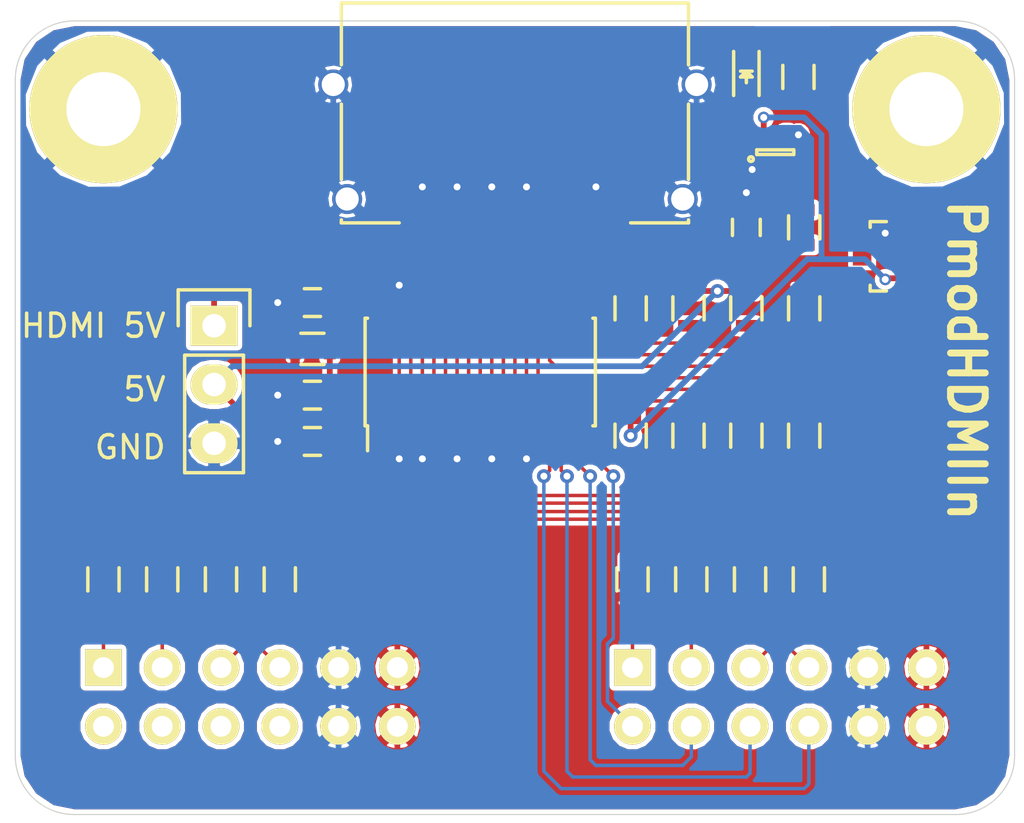
<source format=kicad_pcb>
(kicad_pcb (version 4) (host pcbnew "(2016-01-22 BZR 6507)-product")

  (general
    (links 116)
    (no_connects 0)
    (area 128.384999 73.304999 171.615001 107.645001)
    (thickness 1.6)
    (drawings 12)
    (tracks 426)
    (zones 0)
    (modules 33)
    (nets 32)
  )

  (page A4)
  (title_block
    (title PmodHDMIIn)
    (rev 1)
    (comment 1 "License: CC BY-SA 4.0")
    (comment 2 "Grid Origin: 150, 100")
  )

  (layers
    (0 F.Cu signal)
    (31 B.Cu signal)
    (32 B.Adhes user)
    (33 F.Adhes user)
    (34 B.Paste user)
    (35 F.Paste user)
    (36 B.SilkS user)
    (37 F.SilkS user)
    (38 B.Mask user)
    (39 F.Mask user)
    (40 Dwgs.User user)
    (41 Cmts.User user)
    (42 Eco1.User user)
    (43 Eco2.User user)
    (44 Edge.Cuts user)
    (45 Margin user)
    (46 B.CrtYd user)
    (47 F.CrtYd user)
    (48 B.Fab user)
    (49 F.Fab user)
  )

  (setup
    (last_trace_width 0.25)
    (user_trace_width 0.15)
    (trace_clearance 0.15)
    (zone_clearance 0.2)
    (zone_45_only no)
    (trace_min 0.15)
    (segment_width 0.2)
    (edge_width 0.15)
    (via_size 0.6)
    (via_drill 0.3)
    (via_min_size 0.5)
    (via_min_drill 0.3)
    (user_via 0.5 0.3)
    (uvia_size 0.3)
    (uvia_drill 0.1)
    (uvias_allowed no)
    (uvia_min_size 0.2)
    (uvia_min_drill 0.1)
    (pcb_text_width 0.3)
    (pcb_text_size 1.5 1.5)
    (mod_edge_width 0.15)
    (mod_text_size 1 1)
    (mod_text_width 0.15)
    (pad_size 1.524 1.524)
    (pad_drill 0.762)
    (pad_to_mask_clearance 0.2)
    (aux_axis_origin 0 0)
    (grid_origin 150 100)
    (visible_elements FFFFFF7F)
    (pcbplotparams
      (layerselection 0x00030_ffffffff)
      (usegerberextensions false)
      (excludeedgelayer true)
      (linewidth 0.100000)
      (plotframeref false)
      (viasonmask false)
      (mode 1)
      (useauxorigin false)
      (hpglpennumber 1)
      (hpglpenspeed 20)
      (hpglpendiameter 15)
      (hpglpenoverlay 2)
      (psnegative false)
      (psa4output false)
      (plotreference true)
      (plotvalue true)
      (plotinvisibletext false)
      (padsonsilk false)
      (subtractmaskfromsilk false)
      (outputformat 1)
      (mirror false)
      (drillshape 1)
      (scaleselection 1)
      (outputdirectory ""))
  )

  (net 0 "")
  (net 1 GND)
  (net 2 "Net-(C1-Pad2)")
  (net 3 "Net-(C2-Pad1)")
  (net 4 /HDMI_A_5V)
  (net 5 "Net-(D1-Pad2)")
  (net 6 "Net-(D1-Pad1)")
  (net 7 /TMDS_2_P)
  (net 8 /TMDS_2_N)
  (net 9 /TMDS_1_P)
  (net 10 /TMDS_1_N)
  (net 11 /TMDS_0_P)
  (net 12 /TMDS_0_N)
  (net 13 /TMDS_C_N)
  (net 14 /CEC)
  (net 15 /SCL)
  (net 16 /SDA)
  (net 17 /HP)
  (net 18 /HP_HDMI)
  (net 19 /SDA_HDMI)
  (net 20 /SCL_HDMI)
  (net 21 /CEC_HDMI)
  (net 22 "Net-(IC1-Pad38)")
  (net 23 +3V3)
  (net 24 "Net-(P3-Pad14)")
  (net 25 "Net-(Q1-Pad2)")
  (net 26 "Net-(P1-Pad7)")
  (net 27 "Net-(P1-Pad8)")
  (net 28 "Net-(P1-Pad9)")
  (net 29 "Net-(P1-Pad10)")
  (net 30 /TMDS_C_P)
  (net 31 +5V)

  (net_class Default "This is the default net class."
    (clearance 0.15)
    (trace_width 0.25)
    (via_dia 0.6)
    (via_drill 0.3)
    (uvia_dia 0.3)
    (uvia_drill 0.1)
    (add_net +3V3)
    (add_net +5V)
    (add_net /CEC)
    (add_net /CEC_HDMI)
    (add_net /HDMI_A_5V)
    (add_net /HP)
    (add_net /HP_HDMI)
    (add_net /SCL)
    (add_net /SCL_HDMI)
    (add_net /SDA)
    (add_net /SDA_HDMI)
    (add_net /TMDS_0_N)
    (add_net /TMDS_0_P)
    (add_net /TMDS_1_N)
    (add_net /TMDS_1_P)
    (add_net /TMDS_2_N)
    (add_net /TMDS_2_P)
    (add_net /TMDS_C_N)
    (add_net /TMDS_C_P)
    (add_net GND)
    (add_net "Net-(C1-Pad2)")
    (add_net "Net-(C2-Pad1)")
    (add_net "Net-(D1-Pad1)")
    (add_net "Net-(D1-Pad2)")
    (add_net "Net-(IC1-Pad38)")
    (add_net "Net-(P1-Pad10)")
    (add_net "Net-(P1-Pad7)")
    (add_net "Net-(P1-Pad8)")
    (add_net "Net-(P1-Pad9)")
    (add_net "Net-(P3-Pad14)")
    (add_net "Net-(Q1-Pad2)")
  )

  (module Capacitors_SMD:C_0603 (layer F.Cu) (tedit 56A4BBA5) (tstamp 56A4A9EF)
    (at 141.25 85.5)
    (descr "Capacitor SMD 0603, reflow soldering, AVX (see smccp.pdf)")
    (tags "capacitor 0603")
    (path /56A4A4AC)
    (attr smd)
    (fp_text reference C1 (at 0 -1.9) (layer F.SilkS) hide
      (effects (font (size 1 1) (thickness 0.15)))
    )
    (fp_text value 100n (at 0 1.9) (layer F.Fab) hide
      (effects (font (size 1 1) (thickness 0.15)))
    )
    (fp_line (start -1.45 -0.75) (end 1.45 -0.75) (layer F.CrtYd) (width 0.05))
    (fp_line (start -1.45 0.75) (end 1.45 0.75) (layer F.CrtYd) (width 0.05))
    (fp_line (start -1.45 -0.75) (end -1.45 0.75) (layer F.CrtYd) (width 0.05))
    (fp_line (start 1.45 -0.75) (end 1.45 0.75) (layer F.CrtYd) (width 0.05))
    (fp_line (start -0.35 -0.6) (end 0.35 -0.6) (layer F.SilkS) (width 0.15))
    (fp_line (start 0.35 0.6) (end -0.35 0.6) (layer F.SilkS) (width 0.15))
    (pad 1 smd rect (at -0.75 0) (size 0.8 0.75) (layers F.Cu F.Paste F.Mask)
      (net 1 GND))
    (pad 2 smd rect (at 0.75 0) (size 0.8 0.75) (layers F.Cu F.Paste F.Mask)
      (net 2 "Net-(C1-Pad2)"))
    (model Capacitors_SMD.3dshapes/C_0603.wrl
      (at (xyz 0 0 0))
      (scale (xyz 1 1 1))
      (rotate (xyz 0 0 0))
    )
  )

  (module Capacitors_SMD:C_0603 (layer F.Cu) (tedit 56A4BBB0) (tstamp 56A4A9F5)
    (at 141.25 89.5 180)
    (descr "Capacitor SMD 0603, reflow soldering, AVX (see smccp.pdf)")
    (tags "capacitor 0603")
    (path /56A4A4AB)
    (attr smd)
    (fp_text reference C2 (at 0 -1.9 180) (layer F.SilkS) hide
      (effects (font (size 1 1) (thickness 0.15)))
    )
    (fp_text value 100n (at 0 1.9 180) (layer F.Fab) hide
      (effects (font (size 1 1) (thickness 0.15)))
    )
    (fp_line (start -1.45 -0.75) (end 1.45 -0.75) (layer F.CrtYd) (width 0.05))
    (fp_line (start -1.45 0.75) (end 1.45 0.75) (layer F.CrtYd) (width 0.05))
    (fp_line (start -1.45 -0.75) (end -1.45 0.75) (layer F.CrtYd) (width 0.05))
    (fp_line (start 1.45 -0.75) (end 1.45 0.75) (layer F.CrtYd) (width 0.05))
    (fp_line (start -0.35 -0.6) (end 0.35 -0.6) (layer F.SilkS) (width 0.15))
    (fp_line (start 0.35 0.6) (end -0.35 0.6) (layer F.SilkS) (width 0.15))
    (pad 1 smd rect (at -0.75 0 180) (size 0.8 0.75) (layers F.Cu F.Paste F.Mask)
      (net 3 "Net-(C2-Pad1)"))
    (pad 2 smd rect (at 0.75 0 180) (size 0.8 0.75) (layers F.Cu F.Paste F.Mask)
      (net 1 GND))
    (model Capacitors_SMD.3dshapes/C_0603.wrl
      (at (xyz 0 0 0))
      (scale (xyz 1 1 1))
      (rotate (xyz 0 0 0))
    )
  )

  (module Capacitors_SMD:C_0603 (layer F.Cu) (tedit 56A4BB97) (tstamp 56A4A9FB)
    (at 141.25 91.5 180)
    (descr "Capacitor SMD 0603, reflow soldering, AVX (see smccp.pdf)")
    (tags "capacitor 0603")
    (path /56A4A4AA)
    (attr smd)
    (fp_text reference C3 (at 0 -1.9 180) (layer F.SilkS) hide
      (effects (font (size 1 1) (thickness 0.15)))
    )
    (fp_text value 100n (at 0 1.9 180) (layer F.Fab) hide
      (effects (font (size 1 1) (thickness 0.15)))
    )
    (fp_line (start -1.45 -0.75) (end 1.45 -0.75) (layer F.CrtYd) (width 0.05))
    (fp_line (start -1.45 0.75) (end 1.45 0.75) (layer F.CrtYd) (width 0.05))
    (fp_line (start -1.45 -0.75) (end -1.45 0.75) (layer F.CrtYd) (width 0.05))
    (fp_line (start 1.45 -0.75) (end 1.45 0.75) (layer F.CrtYd) (width 0.05))
    (fp_line (start -0.35 -0.6) (end 0.35 -0.6) (layer F.SilkS) (width 0.15))
    (fp_line (start 0.35 0.6) (end -0.35 0.6) (layer F.SilkS) (width 0.15))
    (pad 1 smd rect (at -0.75 0 180) (size 0.8 0.75) (layers F.Cu F.Paste F.Mask)
      (net 31 +5V))
    (pad 2 smd rect (at 0.75 0 180) (size 0.8 0.75) (layers F.Cu F.Paste F.Mask)
      (net 1 GND))
    (model Capacitors_SMD.3dshapes/C_0603.wrl
      (at (xyz 0 0 0))
      (scale (xyz 1 1 1))
      (rotate (xyz 0 0 0))
    )
  )

  (module Capacitors_SMD:C_0603 (layer F.Cu) (tedit 56A4BB65) (tstamp 56A4AA01)
    (at 160 82.25 90)
    (descr "Capacitor SMD 0603, reflow soldering, AVX (see smccp.pdf)")
    (tags "capacitor 0603")
    (path /56A4A4A9)
    (attr smd)
    (fp_text reference C4 (at 0 -1.9 90) (layer F.SilkS) hide
      (effects (font (size 1 1) (thickness 0.15)))
    )
    (fp_text value 0u1 (at 0 1.9 90) (layer F.Fab) hide
      (effects (font (size 1 1) (thickness 0.15)))
    )
    (fp_line (start -1.45 -0.75) (end 1.45 -0.75) (layer F.CrtYd) (width 0.05))
    (fp_line (start -1.45 0.75) (end 1.45 0.75) (layer F.CrtYd) (width 0.05))
    (fp_line (start -1.45 -0.75) (end -1.45 0.75) (layer F.CrtYd) (width 0.05))
    (fp_line (start 1.45 -0.75) (end 1.45 0.75) (layer F.CrtYd) (width 0.05))
    (fp_line (start -0.35 -0.6) (end 0.35 -0.6) (layer F.SilkS) (width 0.15))
    (fp_line (start 0.35 0.6) (end -0.35 0.6) (layer F.SilkS) (width 0.15))
    (pad 1 smd rect (at -0.75 0 90) (size 0.8 0.75) (layers F.Cu F.Paste F.Mask)
      (net 4 /HDMI_A_5V))
    (pad 2 smd rect (at 0.75 0 90) (size 0.8 0.75) (layers F.Cu F.Paste F.Mask)
      (net 1 GND))
    (model Capacitors_SMD.3dshapes/C_0603.wrl
      (at (xyz 0 0 0))
      (scale (xyz 1 1 1))
      (rotate (xyz 0 0 0))
    )
  )

  (module LEDs:LED_0603 (layer F.Cu) (tedit 56A4BB5A) (tstamp 56A4AA07)
    (at 160 75.75 270)
    (descr "LED 0603 smd package")
    (tags "LED led 0603 SMD smd SMT smt smdled SMDLED smtled SMTLED")
    (path /56A4A4BD)
    (attr smd)
    (fp_text reference D1 (at 0 -1.5 270) (layer F.SilkS) hide
      (effects (font (size 1 1) (thickness 0.15)))
    )
    (fp_text value LED (at 0 1.5 270) (layer F.Fab) hide
      (effects (font (size 1 1) (thickness 0.15)))
    )
    (fp_line (start -1.1 0.55) (end 0.8 0.55) (layer F.SilkS) (width 0.15))
    (fp_line (start -1.1 -0.55) (end 0.8 -0.55) (layer F.SilkS) (width 0.15))
    (fp_line (start -0.2 0) (end 0.25 0) (layer F.SilkS) (width 0.15))
    (fp_line (start -0.25 -0.25) (end -0.25 0.25) (layer F.SilkS) (width 0.15))
    (fp_line (start -0.25 0) (end 0 -0.25) (layer F.SilkS) (width 0.15))
    (fp_line (start 0 -0.25) (end 0 0.25) (layer F.SilkS) (width 0.15))
    (fp_line (start 0 0.25) (end -0.25 0) (layer F.SilkS) (width 0.15))
    (fp_line (start 1.4 -0.75) (end 1.4 0.75) (layer F.CrtYd) (width 0.05))
    (fp_line (start 1.4 0.75) (end -1.4 0.75) (layer F.CrtYd) (width 0.05))
    (fp_line (start -1.4 0.75) (end -1.4 -0.75) (layer F.CrtYd) (width 0.05))
    (fp_line (start -1.4 -0.75) (end 1.4 -0.75) (layer F.CrtYd) (width 0.05))
    (pad 2 smd rect (at 0.7493 0 90) (size 0.79756 0.79756) (layers F.Cu F.Paste F.Mask)
      (net 5 "Net-(D1-Pad2)"))
    (pad 1 smd rect (at -0.7493 0 90) (size 0.79756 0.79756) (layers F.Cu F.Paste F.Mask)
      (net 6 "Net-(D1-Pad1)"))
    (model LEDs.3dshapes/LED_0603.wrl
      (at (xyz 0 0 0))
      (scale (xyz 1 1 1))
      (rotate (xyz 0 0 180))
    )
  )

  (module Housings_SSOP:TSSOP-38_4.4x9.7mm_Pitch0.5mm (layer F.Cu) (tedit 56A4BB94) (tstamp 56A4AA31)
    (at 148.5 88.5 90)
    (descr "TSSOP38: plastic thin shrink small outline package; 38 leads; body width 4.4 mm (see NXP SSOP-TSSOP-VSO-REFLOW.pdf and sot510-1_po.pdf)")
    (tags "SSOP 0.5")
    (path /56A4A49F)
    (attr smd)
    (fp_text reference IC1 (at 0 -5.9 90) (layer F.SilkS) hide
      (effects (font (size 1 1) (thickness 0.15)))
    )
    (fp_text value TPD12S520DBT (at 0 5.9 90) (layer F.Fab) hide
      (effects (font (size 1 1) (thickness 0.15)))
    )
    (fp_line (start -3.65 -5.15) (end -3.65 5.15) (layer F.CrtYd) (width 0.05))
    (fp_line (start 3.65 -5.15) (end 3.65 5.15) (layer F.CrtYd) (width 0.05))
    (fp_line (start -3.65 -5.15) (end 3.65 -5.15) (layer F.CrtYd) (width 0.05))
    (fp_line (start -3.65 5.15) (end 3.65 5.15) (layer F.CrtYd) (width 0.05))
    (fp_line (start -2.325 -4.975) (end -2.325 -4.8675) (layer F.SilkS) (width 0.15))
    (fp_line (start 2.325 -4.975) (end 2.325 -4.8675) (layer F.SilkS) (width 0.15))
    (fp_line (start 2.325 4.975) (end 2.325 4.8675) (layer F.SilkS) (width 0.15))
    (fp_line (start -2.325 4.975) (end -2.325 4.8675) (layer F.SilkS) (width 0.15))
    (fp_line (start -2.325 -4.975) (end 2.325 -4.975) (layer F.SilkS) (width 0.15))
    (fp_line (start -2.325 4.975) (end 2.325 4.975) (layer F.SilkS) (width 0.15))
    (fp_line (start -2.325 -4.8675) (end -3.4 -4.8675) (layer F.SilkS) (width 0.15))
    (pad 1 smd rect (at -2.85 -4.5 90) (size 1.1 0.285) (layers F.Cu F.Paste F.Mask)
      (net 31 +5V))
    (pad 2 smd rect (at -2.85 -4 90) (size 1.1 0.285) (layers F.Cu F.Paste F.Mask)
      (net 3 "Net-(C2-Pad1)"))
    (pad 3 smd rect (at -2.85 -3.5 90) (size 1.1 0.285) (layers F.Cu F.Paste F.Mask)
      (net 1 GND))
    (pad 4 smd rect (at -2.85 -3 90) (size 1.1 0.285) (layers F.Cu F.Paste F.Mask)
      (net 7 /TMDS_2_P))
    (pad 5 smd rect (at -2.85 -2.5 90) (size 1.1 0.285) (layers F.Cu F.Paste F.Mask)
      (net 1 GND))
    (pad 6 smd rect (at -2.85 -2 90) (size 1.1 0.285) (layers F.Cu F.Paste F.Mask)
      (net 8 /TMDS_2_N))
    (pad 7 smd rect (at -2.85 -1.5 90) (size 1.1 0.285) (layers F.Cu F.Paste F.Mask)
      (net 9 /TMDS_1_P))
    (pad 8 smd rect (at -2.85 -1 90) (size 1.1 0.285) (layers F.Cu F.Paste F.Mask)
      (net 1 GND))
    (pad 9 smd rect (at -2.85 -0.5 90) (size 1.1 0.285) (layers F.Cu F.Paste F.Mask)
      (net 10 /TMDS_1_N))
    (pad 10 smd rect (at -2.85 0 90) (size 1.1 0.285) (layers F.Cu F.Paste F.Mask)
      (net 11 /TMDS_0_P))
    (pad 11 smd rect (at -2.85 0.5 90) (size 1.1 0.285) (layers F.Cu F.Paste F.Mask)
      (net 1 GND))
    (pad 12 smd rect (at -2.85 1 90) (size 1.1 0.285) (layers F.Cu F.Paste F.Mask)
      (net 12 /TMDS_0_N))
    (pad 13 smd rect (at -2.85 1.5 90) (size 1.1 0.285) (layers F.Cu F.Paste F.Mask)
      (net 30 /TMDS_C_P))
    (pad 14 smd rect (at -2.85 2 90) (size 1.1 0.285) (layers F.Cu F.Paste F.Mask)
      (net 1 GND))
    (pad 15 smd rect (at -2.85 2.5 90) (size 1.1 0.285) (layers F.Cu F.Paste F.Mask)
      (net 13 /TMDS_C_N))
    (pad 16 smd rect (at -2.85 3 90) (size 1.1 0.285) (layers F.Cu F.Paste F.Mask)
      (net 14 /CEC))
    (pad 17 smd rect (at -2.85 3.5 90) (size 1.1 0.285) (layers F.Cu F.Paste F.Mask)
      (net 15 /SCL))
    (pad 18 smd rect (at -2.85 4 90) (size 1.1 0.285) (layers F.Cu F.Paste F.Mask)
      (net 16 /SDA))
    (pad 19 smd rect (at -2.85 4.5 90) (size 1.1 0.285) (layers F.Cu F.Paste F.Mask)
      (net 17 /HP))
    (pad 20 smd rect (at 2.85 4.5 90) (size 1.1 0.285) (layers F.Cu F.Paste F.Mask)
      (net 18 /HP_HDMI))
    (pad 21 smd rect (at 2.85 4 90) (size 1.1 0.285) (layers F.Cu F.Paste F.Mask)
      (net 19 /SDA_HDMI))
    (pad 22 smd rect (at 2.85 3.5 90) (size 1.1 0.285) (layers F.Cu F.Paste F.Mask)
      (net 20 /SCL_HDMI))
    (pad 23 smd rect (at 2.85 3 90) (size 1.1 0.285) (layers F.Cu F.Paste F.Mask)
      (net 21 /CEC_HDMI))
    (pad 24 smd rect (at 2.85 2.5 90) (size 1.1 0.285) (layers F.Cu F.Paste F.Mask)
      (net 13 /TMDS_C_N))
    (pad 25 smd rect (at 2.85 2 90) (size 1.1 0.285) (layers F.Cu F.Paste F.Mask)
      (net 1 GND))
    (pad 26 smd rect (at 2.85 1.5 90) (size 1.1 0.285) (layers F.Cu F.Paste F.Mask)
      (net 30 /TMDS_C_P))
    (pad 27 smd rect (at 2.85 1 90) (size 1.1 0.285) (layers F.Cu F.Paste F.Mask)
      (net 12 /TMDS_0_N))
    (pad 28 smd rect (at 2.85 0.5 90) (size 1.1 0.285) (layers F.Cu F.Paste F.Mask)
      (net 1 GND))
    (pad 29 smd rect (at 2.85 0 90) (size 1.1 0.285) (layers F.Cu F.Paste F.Mask)
      (net 11 /TMDS_0_P))
    (pad 30 smd rect (at 2.85 -0.5 90) (size 1.1 0.285) (layers F.Cu F.Paste F.Mask)
      (net 10 /TMDS_1_N))
    (pad 31 smd rect (at 2.85 -1 90) (size 1.1 0.285) (layers F.Cu F.Paste F.Mask)
      (net 1 GND))
    (pad 32 smd rect (at 2.85 -1.5 90) (size 1.1 0.285) (layers F.Cu F.Paste F.Mask)
      (net 9 /TMDS_1_P))
    (pad 33 smd rect (at 2.85 -2 90) (size 1.1 0.285) (layers F.Cu F.Paste F.Mask)
      (net 8 /TMDS_2_N))
    (pad 34 smd rect (at 2.85 -2.5 90) (size 1.1 0.285) (layers F.Cu F.Paste F.Mask)
      (net 1 GND))
    (pad 35 smd rect (at 2.85 -3 90) (size 1.1 0.285) (layers F.Cu F.Paste F.Mask)
      (net 7 /TMDS_2_P))
    (pad 36 smd rect (at 2.85 -3.5 90) (size 1.1 0.285) (layers F.Cu F.Paste F.Mask)
      (net 1 GND))
    (pad 37 smd rect (at 2.85 -4 90) (size 1.1 0.285) (layers F.Cu F.Paste F.Mask)
      (net 2 "Net-(C1-Pad2)"))
    (pad 38 smd rect (at 2.85 -4.5 90) (size 1.1 0.285) (layers F.Cu F.Paste F.Mask)
      (net 22 "Net-(IC1-Pad38)"))
    (model Housings_SSOP.3dshapes/TSSOP-38_4.4x9.7mm_Pitch0.5mm.wrl
      (at (xyz 0 0 0))
      (scale (xyz 1 1 1))
      (rotate (xyz 0 0 0))
    )
  )

  (module Digilent:PMOD-DUAL-MALE (layer F.Cu) (tedit 56A4AB07) (tstamp 56A4AA41)
    (at 138.57 107.62 180)
    (path /56A49E7A)
    (fp_text reference P1 (at 0 1.27 180) (layer F.SilkS) hide
      (effects (font (size 1.5 1.5) (thickness 0.15)))
    )
    (fp_text value PMOD (at 0 8.89 180) (layer F.SilkS) hide
      (effects (font (size 1.5 1.5) (thickness 0.15)))
    )
    (fp_line (start -7.62 0) (end 7.62 0) (layer Dwgs.User) (width 0.15))
    (pad 1 thru_hole rect (at 6.35 6.35 180) (size 1.584 1.584) (drill 0.9) (layers *.Cu *.Mask F.SilkS)
      (net 7 /TMDS_2_P))
    (pad 2 thru_hole circle (at 3.81 6.35 180) (size 1.584 1.584) (drill 0.9) (layers *.Cu *.Mask F.SilkS)
      (net 8 /TMDS_2_N))
    (pad 3 thru_hole circle (at 1.27 6.35 180) (size 1.584 1.584) (drill 0.9) (layers *.Cu *.Mask F.SilkS)
      (net 9 /TMDS_1_P))
    (pad 4 thru_hole circle (at -1.27 6.35 180) (size 1.584 1.584) (drill 0.9) (layers *.Cu *.Mask F.SilkS)
      (net 10 /TMDS_1_N))
    (pad 5 thru_hole circle (at -3.81 6.35 180) (size 1.584 1.584) (drill 0.9) (layers *.Cu *.Mask F.SilkS)
      (net 1 GND))
    (pad 6 thru_hole circle (at -6.35 6.35 180) (size 1.584 1.584) (drill 0.9) (layers *.Cu *.Mask F.SilkS)
      (net 23 +3V3))
    (pad 7 thru_hole circle (at 6.35 3.81 180) (size 1.584 1.584) (drill 0.9) (layers *.Cu *.Mask F.SilkS)
      (net 26 "Net-(P1-Pad7)"))
    (pad 8 thru_hole circle (at 3.81 3.81 180) (size 1.584 1.584) (drill 0.9) (layers *.Cu *.Mask F.SilkS)
      (net 27 "Net-(P1-Pad8)"))
    (pad 9 thru_hole circle (at 1.27 3.81 180) (size 1.584 1.584) (drill 0.9) (layers *.Cu *.Mask F.SilkS)
      (net 28 "Net-(P1-Pad9)"))
    (pad 10 thru_hole circle (at -1.27 3.81 180) (size 1.584 1.584) (drill 0.9) (layers *.Cu *.Mask F.SilkS)
      (net 29 "Net-(P1-Pad10)"))
    (pad 11 thru_hole circle (at -3.81 3.81 180) (size 1.584 1.584) (drill 0.9) (layers *.Cu *.Mask F.SilkS)
      (net 1 GND))
    (pad 12 thru_hole circle (at -6.35 3.81 180) (size 1.584 1.584) (drill 0.9) (layers *.Cu *.Mask F.SilkS)
      (net 23 +3V3))
  )

  (module Digilent:PMOD-DUAL-MALE (layer F.Cu) (tedit 56A4AB0A) (tstamp 56A4AA51)
    (at 161.43 107.62 180)
    (path /56A49EC2)
    (fp_text reference P2 (at 0 1.27 180) (layer F.SilkS) hide
      (effects (font (size 1.5 1.5) (thickness 0.15)))
    )
    (fp_text value PMOD (at 0 8.89 180) (layer F.SilkS) hide
      (effects (font (size 1.5 1.5) (thickness 0.15)))
    )
    (fp_line (start -7.62 0) (end 7.62 0) (layer Dwgs.User) (width 0.15))
    (pad 1 thru_hole rect (at 6.35 6.35 180) (size 1.584 1.584) (drill 0.9) (layers *.Cu *.Mask F.SilkS)
      (net 11 /TMDS_0_P))
    (pad 2 thru_hole circle (at 3.81 6.35 180) (size 1.584 1.584) (drill 0.9) (layers *.Cu *.Mask F.SilkS)
      (net 12 /TMDS_0_N))
    (pad 3 thru_hole circle (at 1.27 6.35 180) (size 1.584 1.584) (drill 0.9) (layers *.Cu *.Mask F.SilkS)
      (net 30 /TMDS_C_P))
    (pad 4 thru_hole circle (at -1.27 6.35 180) (size 1.584 1.584) (drill 0.9) (layers *.Cu *.Mask F.SilkS)
      (net 13 /TMDS_C_N))
    (pad 5 thru_hole circle (at -3.81 6.35 180) (size 1.584 1.584) (drill 0.9) (layers *.Cu *.Mask F.SilkS)
      (net 1 GND))
    (pad 6 thru_hole circle (at -6.35 6.35 180) (size 1.584 1.584) (drill 0.9) (layers *.Cu *.Mask F.SilkS)
      (net 23 +3V3))
    (pad 7 thru_hole circle (at 6.35 3.81 180) (size 1.584 1.584) (drill 0.9) (layers *.Cu *.Mask F.SilkS)
      (net 17 /HP))
    (pad 8 thru_hole circle (at 3.81 3.81 180) (size 1.584 1.584) (drill 0.9) (layers *.Cu *.Mask F.SilkS)
      (net 16 /SDA))
    (pad 9 thru_hole circle (at 1.27 3.81 180) (size 1.584 1.584) (drill 0.9) (layers *.Cu *.Mask F.SilkS)
      (net 15 /SCL))
    (pad 10 thru_hole circle (at -1.27 3.81 180) (size 1.584 1.584) (drill 0.9) (layers *.Cu *.Mask F.SilkS)
      (net 14 /CEC))
    (pad 11 thru_hole circle (at -3.81 3.81 180) (size 1.584 1.584) (drill 0.9) (layers *.Cu *.Mask F.SilkS)
      (net 1 GND))
    (pad 12 thru_hole circle (at -6.35 3.81 180) (size 1.584 1.584) (drill 0.9) (layers *.Cu *.Mask F.SilkS)
      (net 23 +3V3))
  )

  (module Connectors_FCI:10029449-11xRLF (layer F.Cu) (tedit 56A4BBA2) (tstamp 56A4AA6C)
    (at 150 79 180)
    (descr "FCI HDMI TYPE A RECEPTACLE")
    (tags "FCI HDMI type A receptacle")
    (path /56A4A49E)
    (attr smd)
    (fp_text reference P3 (at 0 -4.65 180) (layer F.SilkS) hide
      (effects (font (size 1 1) (thickness 0.15)))
    )
    (fp_text value HDMI-A (at 0 7.325 180) (layer F.Fab) hide
      (effects (font (size 1 1) (thickness 0.15)))
    )
    (fp_line (start -7.85 5.475) (end 7.85 5.475) (layer F.Fab) (width 0.05))
    (fp_line (start -7.5 -3.055) (end -7.5 -2.925) (layer F.SilkS) (width 0.15))
    (fp_line (start -7.5 -1.175) (end -7.5 2.075) (layer F.SilkS) (width 0.15))
    (fp_line (start -7.5 3.775) (end -7.5 6.445) (layer F.SilkS) (width 0.15))
    (fp_line (start 7.5 -3.055) (end 7.5 -2.925) (layer F.SilkS) (width 0.15))
    (fp_line (start 7.5 -1.175) (end 7.5 2.075) (layer F.SilkS) (width 0.15))
    (fp_line (start 7.5 3.775) (end 7.5 6.445) (layer F.SilkS) (width 0.15))
    (fp_line (start 7.5 6.445) (end -7.5 6.445) (layer F.SilkS) (width 0.15))
    (fp_line (start -7.5 -3.055) (end -5 -3.055) (layer F.SilkS) (width 0.15))
    (fp_line (start 7.5 -3.055) (end 5 -3.055) (layer F.SilkS) (width 0.15))
    (fp_line (start -5 -3.95) (end 5 -3.95) (layer F.CrtYd) (width 0.05))
    (fp_line (start -5 -3.95) (end -5 -3.15) (layer F.CrtYd) (width 0.05))
    (fp_line (start 5 -3.95) (end 5 -3.15) (layer F.CrtYd) (width 0.05))
    (fp_line (start 8.55 -3.15) (end 5 -3.15) (layer F.CrtYd) (width 0.05))
    (fp_line (start -8.55 -3.15) (end -5 -3.15) (layer F.CrtYd) (width 0.05))
    (fp_line (start 8.55 -3.15) (end 8.55 6.55) (layer F.CrtYd) (width 0.05))
    (fp_line (start -8.55 -3.15) (end -8.55 6.55) (layer F.CrtYd) (width 0.05))
    (fp_line (start -8.55 6.55) (end 8.55 6.55) (layer F.CrtYd) (width 0.05))
    (pad 1 smd rect (at 4.5 -2.925 180) (size 0.3 1.9) (layers F.Cu F.Paste F.Mask)
      (net 7 /TMDS_2_P))
    (pad 2 smd rect (at 4 -2.925 180) (size 0.3 1.9) (layers F.Cu F.Paste F.Mask)
      (net 1 GND))
    (pad 3 smd rect (at 3.5 -2.925 180) (size 0.3 1.9) (layers F.Cu F.Paste F.Mask)
      (net 8 /TMDS_2_N))
    (pad 4 smd rect (at 3 -2.925 180) (size 0.3 1.9) (layers F.Cu F.Paste F.Mask)
      (net 9 /TMDS_1_P))
    (pad 5 smd rect (at 2.5 -2.925 180) (size 0.3 1.9) (layers F.Cu F.Paste F.Mask)
      (net 1 GND))
    (pad 6 smd rect (at 2 -2.925 180) (size 0.3 1.9) (layers F.Cu F.Paste F.Mask)
      (net 10 /TMDS_1_N))
    (pad 7 smd rect (at 1.5 -2.925 180) (size 0.3 1.9) (layers F.Cu F.Paste F.Mask)
      (net 11 /TMDS_0_P))
    (pad 8 smd rect (at 1 -2.925 180) (size 0.3 1.9) (layers F.Cu F.Paste F.Mask)
      (net 1 GND))
    (pad 9 smd rect (at 0.5 -2.925 180) (size 0.3 1.9) (layers F.Cu F.Paste F.Mask)
      (net 12 /TMDS_0_N))
    (pad 10 smd rect (at 0 -2.925 180) (size 0.3 1.9) (layers F.Cu F.Paste F.Mask)
      (net 30 /TMDS_C_P))
    (pad 11 smd rect (at -0.5 -2.925 180) (size 0.3 1.9) (layers F.Cu F.Paste F.Mask)
      (net 1 GND))
    (pad 12 smd rect (at -1 -2.925 180) (size 0.3 1.9) (layers F.Cu F.Paste F.Mask)
      (net 13 /TMDS_C_N))
    (pad 13 smd rect (at -1.5 -2.925 180) (size 0.3 1.9) (layers F.Cu F.Paste F.Mask)
      (net 21 /CEC_HDMI))
    (pad 14 smd rect (at -2 -2.925 180) (size 0.3 1.9) (layers F.Cu F.Paste F.Mask)
      (net 24 "Net-(P3-Pad14)"))
    (pad 15 smd rect (at -2.5 -2.925 180) (size 0.3 1.9) (layers F.Cu F.Paste F.Mask)
      (net 20 /SCL_HDMI))
    (pad 16 smd rect (at -3 -2.925 180) (size 0.3 1.9) (layers F.Cu F.Paste F.Mask)
      (net 19 /SDA_HDMI))
    (pad 17 smd rect (at -3.5 -2.925 180) (size 0.3 1.9) (layers F.Cu F.Paste F.Mask)
      (net 1 GND))
    (pad 18 smd rect (at -4 -2.925 180) (size 0.3 1.9) (layers F.Cu F.Paste F.Mask)
      (net 4 /HDMI_A_5V))
    (pad 19 smd rect (at -4.5 -2.925 180) (size 0.3 1.9) (layers F.Cu F.Paste F.Mask)
      (net 18 /HP_HDMI))
    (pad F1 thru_hole circle (at -7.25 -2.025 180) (size 1.3 1.3) (drill 1) (layers *.Cu *.Mask)
      (net 1 GND))
    (pad F2 thru_hole circle (at 7.25 -2.025 180) (size 1.3 1.3) (drill 1) (layers *.Cu *.Mask)
      (net 1 GND))
    (pad F3 thru_hole circle (at -7.85 2.925 180) (size 1.3 1.3) (drill 1) (layers *.Cu *.Mask)
      (net 1 GND))
    (pad F4 thru_hole circle (at 7.85 2.925 180) (size 1.3 1.3) (drill 1) (layers *.Cu *.Mask)
      (net 1 GND))
  )

  (module Pin_Headers:Pin_Header_Straight_1x03 (layer F.Cu) (tedit 56A4BAFC) (tstamp 56A4AA73)
    (at 137 86.5)
    (descr "Through hole pin header")
    (tags "pin header")
    (path /56A520FE)
    (fp_text reference P4 (at 0 -5.1) (layer F.SilkS) hide
      (effects (font (size 1 1) (thickness 0.15)))
    )
    (fp_text value POWER (at 0 -3.1) (layer F.Fab) hide
      (effects (font (size 1 1) (thickness 0.15)))
    )
    (fp_line (start -1.75 -1.75) (end -1.75 6.85) (layer F.CrtYd) (width 0.05))
    (fp_line (start 1.75 -1.75) (end 1.75 6.85) (layer F.CrtYd) (width 0.05))
    (fp_line (start -1.75 -1.75) (end 1.75 -1.75) (layer F.CrtYd) (width 0.05))
    (fp_line (start -1.75 6.85) (end 1.75 6.85) (layer F.CrtYd) (width 0.05))
    (fp_line (start -1.27 1.27) (end -1.27 6.35) (layer F.SilkS) (width 0.15))
    (fp_line (start -1.27 6.35) (end 1.27 6.35) (layer F.SilkS) (width 0.15))
    (fp_line (start 1.27 6.35) (end 1.27 1.27) (layer F.SilkS) (width 0.15))
    (fp_line (start 1.55 -1.55) (end 1.55 0) (layer F.SilkS) (width 0.15))
    (fp_line (start 1.27 1.27) (end -1.27 1.27) (layer F.SilkS) (width 0.15))
    (fp_line (start -1.55 0) (end -1.55 -1.55) (layer F.SilkS) (width 0.15))
    (fp_line (start -1.55 -1.55) (end 1.55 -1.55) (layer F.SilkS) (width 0.15))
    (pad 1 thru_hole rect (at 0 0) (size 2.032 1.7272) (drill 1.016) (layers *.Cu *.Mask F.SilkS)
      (net 4 /HDMI_A_5V))
    (pad 2 thru_hole oval (at 0 2.54) (size 2.032 1.7272) (drill 1.016) (layers *.Cu *.Mask F.SilkS)
      (net 31 +5V))
    (pad 3 thru_hole oval (at 0 5.08) (size 2.032 1.7272) (drill 1.016) (layers *.Cu *.Mask F.SilkS)
      (net 1 GND))
    (model Pin_Headers.3dshapes/Pin_Header_Straight_1x03.wrl
      (at (xyz 0 -0.1 0))
      (scale (xyz 1 1 1))
      (rotate (xyz 0 0 90))
    )
  )

  (module TO_SOT_Packages_SMD_local:SOT-563F (layer F.Cu) (tedit 56A4BB52) (tstamp 56A4AA7D)
    (at 161.25 79 90)
    (descr "6-pin SOT-563F package (https://www.fairchildsemi.com/package-drawings/MA/MAD06A.pdf)")
    (tags SOT-563F)
    (path /56A4A4B7)
    (attr smd)
    (fp_text reference Q1 (at 0 -2.9 90) (layer F.SilkS) hide
      (effects (font (size 1 1) (thickness 0.15)))
    )
    (fp_text value FDY3000NZ (at 0 2.9 90) (layer F.Fab) hide
      (effects (font (size 1 1) (thickness 0.15)))
    )
    (fp_line (start -1.15 -0.85) (end -1.15 0.85) (layer F.CrtYd) (width 0.05))
    (fp_line (start -1.15 0.85) (end 1.15 0.85) (layer F.CrtYd) (width 0.05))
    (fp_line (start 1.15 0.85) (end 1.15 -0.85) (layer F.CrtYd) (width 0.05))
    (fp_line (start 1.15 -0.85) (end -1.15 -0.85) (layer F.CrtYd) (width 0.05))
    (fp_circle (center -0.3 -1.05) (end -0.2 -1.05) (layer F.SilkS) (width 0.15))
    (fp_line (start 0.1 -0.8) (end -0.1 -0.8) (layer F.SilkS) (width 0.15))
    (fp_line (start 0.1 0.8) (end 0.1 -0.8) (layer F.SilkS) (width 0.15))
    (fp_line (start -0.1 0.8) (end 0.1 0.8) (layer F.SilkS) (width 0.15))
    (fp_line (start -0.1 -0.8) (end -0.1 0.8) (layer F.SilkS) (width 0.15))
    (pad 1 smd rect (at -0.71 -0.5 90) (size 0.72 0.3) (layers F.Cu F.Paste F.Mask)
      (net 1 GND))
    (pad 2 smd rect (at -0.71 0 90) (size 0.72 0.3) (layers F.Cu F.Paste F.Mask)
      (net 25 "Net-(Q1-Pad2)"))
    (pad 3 smd rect (at -0.71 0.5 90) (size 0.72 0.3) (layers F.Cu F.Paste F.Mask)
      (net 25 "Net-(Q1-Pad2)"))
    (pad 4 smd rect (at 0.71 0.5 90) (size 0.72 0.3) (layers F.Cu F.Paste F.Mask)
      (net 1 GND))
    (pad 6 smd rect (at 0.71 -0.5 90) (size 0.72 0.3) (layers F.Cu F.Paste F.Mask)
      (net 17 /HP))
    (pad 5 smd rect (at 0.71 0 90) (size 0.72 0.3) (layers F.Cu F.Paste F.Mask)
      (net 23 +3V3))
  )

  (module TO_SOT_Packages_SMD:SOT-23 (layer F.Cu) (tedit 56A4BB48) (tstamp 56A4AA84)
    (at 166 83.5 90)
    (descr "SOT-23, Standard")
    (tags SOT-23)
    (path /56A4A4BE)
    (attr smd)
    (fp_text reference Q2 (at 0 -2.25 90) (layer F.SilkS) hide
      (effects (font (size 1 1) (thickness 0.15)))
    )
    (fp_text value BSS123 (at 0 2.3 90) (layer F.Fab) hide
      (effects (font (size 1 1) (thickness 0.15)))
    )
    (fp_line (start -1.65 -1.6) (end 1.65 -1.6) (layer F.CrtYd) (width 0.05))
    (fp_line (start 1.65 -1.6) (end 1.65 1.6) (layer F.CrtYd) (width 0.05))
    (fp_line (start 1.65 1.6) (end -1.65 1.6) (layer F.CrtYd) (width 0.05))
    (fp_line (start -1.65 1.6) (end -1.65 -1.6) (layer F.CrtYd) (width 0.05))
    (fp_line (start 1.29916 -0.65024) (end 1.2509 -0.65024) (layer F.SilkS) (width 0.15))
    (fp_line (start -1.49982 0.0508) (end -1.49982 -0.65024) (layer F.SilkS) (width 0.15))
    (fp_line (start -1.49982 -0.65024) (end -1.2509 -0.65024) (layer F.SilkS) (width 0.15))
    (fp_line (start 1.29916 -0.65024) (end 1.49982 -0.65024) (layer F.SilkS) (width 0.15))
    (fp_line (start 1.49982 -0.65024) (end 1.49982 0.0508) (layer F.SilkS) (width 0.15))
    (pad 1 smd rect (at -0.95 1.00076 90) (size 0.8001 0.8001) (layers F.Cu F.Paste F.Mask)
      (net 17 /HP))
    (pad 2 smd rect (at 0.95 1.00076 90) (size 0.8001 0.8001) (layers F.Cu F.Paste F.Mask)
      (net 1 GND))
    (pad 3 smd rect (at 0 -0.99822 90) (size 0.8001 0.8001) (layers F.Cu F.Paste F.Mask)
      (net 6 "Net-(D1-Pad1)"))
    (model TO_SOT_Packages_SMD.3dshapes/SOT-23.wrl
      (at (xyz 0 0 0))
      (scale (xyz 1 1 1))
      (rotate (xyz 0 0 0))
    )
  )

  (module Resistors_SMD:R_0603 (layer F.Cu) (tedit 56A4BB18) (tstamp 56A4AA8A)
    (at 132.22 97.46 90)
    (descr "Resistor SMD 0603, reflow soldering, Vishay (see dcrcw.pdf)")
    (tags "resistor 0603")
    (path /56A4D953)
    (attr smd)
    (fp_text reference R1 (at 0 -1.9 90) (layer F.SilkS) hide
      (effects (font (size 1 1) (thickness 0.15)))
    )
    (fp_text value 50R (at 0 1.9 90) (layer F.Fab) hide
      (effects (font (size 1 1) (thickness 0.15)))
    )
    (fp_line (start -1.3 -0.8) (end 1.3 -0.8) (layer F.CrtYd) (width 0.05))
    (fp_line (start -1.3 0.8) (end 1.3 0.8) (layer F.CrtYd) (width 0.05))
    (fp_line (start -1.3 -0.8) (end -1.3 0.8) (layer F.CrtYd) (width 0.05))
    (fp_line (start 1.3 -0.8) (end 1.3 0.8) (layer F.CrtYd) (width 0.05))
    (fp_line (start 0.5 0.675) (end -0.5 0.675) (layer F.SilkS) (width 0.15))
    (fp_line (start -0.5 -0.675) (end 0.5 -0.675) (layer F.SilkS) (width 0.15))
    (pad 1 smd rect (at -0.75 0 90) (size 0.5 0.9) (layers F.Cu F.Paste F.Mask)
      (net 23 +3V3))
    (pad 2 smd rect (at 0.75 0 90) (size 0.5 0.9) (layers F.Cu F.Paste F.Mask)
      (net 7 /TMDS_2_P))
    (model Resistors_SMD.3dshapes/R_0603.wrl
      (at (xyz 0 0 0))
      (scale (xyz 1 1 1))
      (rotate (xyz 0 0 0))
    )
  )

  (module Resistors_SMD:R_0603 (layer F.Cu) (tedit 56A4BB13) (tstamp 56A4AA90)
    (at 134.76 97.46 270)
    (descr "Resistor SMD 0603, reflow soldering, Vishay (see dcrcw.pdf)")
    (tags "resistor 0603")
    (path /56A4DE59)
    (attr smd)
    (fp_text reference R2 (at 0 -1.9 270) (layer F.SilkS) hide
      (effects (font (size 1 1) (thickness 0.15)))
    )
    (fp_text value 50R (at 0 1.9 270) (layer F.Fab) hide
      (effects (font (size 1 1) (thickness 0.15)))
    )
    (fp_line (start -1.3 -0.8) (end 1.3 -0.8) (layer F.CrtYd) (width 0.05))
    (fp_line (start -1.3 0.8) (end 1.3 0.8) (layer F.CrtYd) (width 0.05))
    (fp_line (start -1.3 -0.8) (end -1.3 0.8) (layer F.CrtYd) (width 0.05))
    (fp_line (start 1.3 -0.8) (end 1.3 0.8) (layer F.CrtYd) (width 0.05))
    (fp_line (start 0.5 0.675) (end -0.5 0.675) (layer F.SilkS) (width 0.15))
    (fp_line (start -0.5 -0.675) (end 0.5 -0.675) (layer F.SilkS) (width 0.15))
    (pad 1 smd rect (at -0.75 0 270) (size 0.5 0.9) (layers F.Cu F.Paste F.Mask)
      (net 8 /TMDS_2_N))
    (pad 2 smd rect (at 0.75 0 270) (size 0.5 0.9) (layers F.Cu F.Paste F.Mask)
      (net 23 +3V3))
    (model Resistors_SMD.3dshapes/R_0603.wrl
      (at (xyz 0 0 0))
      (scale (xyz 1 1 1))
      (rotate (xyz 0 0 0))
    )
  )

  (module Resistors_SMD:R_0603 (layer F.Cu) (tedit 56A4BB15) (tstamp 56A4AA96)
    (at 137.3 97.46 90)
    (descr "Resistor SMD 0603, reflow soldering, Vishay (see dcrcw.pdf)")
    (tags "resistor 0603")
    (path /56A4DF6A)
    (attr smd)
    (fp_text reference R3 (at 0 -1.9 90) (layer F.SilkS) hide
      (effects (font (size 1 1) (thickness 0.15)))
    )
    (fp_text value 50R (at 0 1.9 90) (layer F.Fab) hide
      (effects (font (size 1 1) (thickness 0.15)))
    )
    (fp_line (start -1.3 -0.8) (end 1.3 -0.8) (layer F.CrtYd) (width 0.05))
    (fp_line (start -1.3 0.8) (end 1.3 0.8) (layer F.CrtYd) (width 0.05))
    (fp_line (start -1.3 -0.8) (end -1.3 0.8) (layer F.CrtYd) (width 0.05))
    (fp_line (start 1.3 -0.8) (end 1.3 0.8) (layer F.CrtYd) (width 0.05))
    (fp_line (start 0.5 0.675) (end -0.5 0.675) (layer F.SilkS) (width 0.15))
    (fp_line (start -0.5 -0.675) (end 0.5 -0.675) (layer F.SilkS) (width 0.15))
    (pad 1 smd rect (at -0.75 0 90) (size 0.5 0.9) (layers F.Cu F.Paste F.Mask)
      (net 23 +3V3))
    (pad 2 smd rect (at 0.75 0 90) (size 0.5 0.9) (layers F.Cu F.Paste F.Mask)
      (net 9 /TMDS_1_P))
    (model Resistors_SMD.3dshapes/R_0603.wrl
      (at (xyz 0 0 0))
      (scale (xyz 1 1 1))
      (rotate (xyz 0 0 0))
    )
  )

  (module Resistors_SMD:R_0603 (layer F.Cu) (tedit 56A4BB10) (tstamp 56A4AA9C)
    (at 139.84 97.46 270)
    (descr "Resistor SMD 0603, reflow soldering, Vishay (see dcrcw.pdf)")
    (tags "resistor 0603")
    (path /56A4E03F)
    (attr smd)
    (fp_text reference R4 (at 0 -1.9 270) (layer F.SilkS) hide
      (effects (font (size 1 1) (thickness 0.15)))
    )
    (fp_text value 50R (at 0 1.9 270) (layer F.Fab) hide
      (effects (font (size 1 1) (thickness 0.15)))
    )
    (fp_line (start -1.3 -0.8) (end 1.3 -0.8) (layer F.CrtYd) (width 0.05))
    (fp_line (start -1.3 0.8) (end 1.3 0.8) (layer F.CrtYd) (width 0.05))
    (fp_line (start -1.3 -0.8) (end -1.3 0.8) (layer F.CrtYd) (width 0.05))
    (fp_line (start 1.3 -0.8) (end 1.3 0.8) (layer F.CrtYd) (width 0.05))
    (fp_line (start 0.5 0.675) (end -0.5 0.675) (layer F.SilkS) (width 0.15))
    (fp_line (start -0.5 -0.675) (end 0.5 -0.675) (layer F.SilkS) (width 0.15))
    (pad 1 smd rect (at -0.75 0 270) (size 0.5 0.9) (layers F.Cu F.Paste F.Mask)
      (net 10 /TMDS_1_N))
    (pad 2 smd rect (at 0.75 0 270) (size 0.5 0.9) (layers F.Cu F.Paste F.Mask)
      (net 23 +3V3))
    (model Resistors_SMD.3dshapes/R_0603.wrl
      (at (xyz 0 0 0))
      (scale (xyz 1 1 1))
      (rotate (xyz 0 0 0))
    )
  )

  (module Resistors_SMD:R_0603 (layer F.Cu) (tedit 56A4BB2E) (tstamp 56A4AAA2)
    (at 155.08 97.46 90)
    (descr "Resistor SMD 0603, reflow soldering, Vishay (see dcrcw.pdf)")
    (tags "resistor 0603")
    (path /56A4E0E6)
    (attr smd)
    (fp_text reference R5 (at 0 -1.9 90) (layer F.SilkS) hide
      (effects (font (size 1 1) (thickness 0.15)))
    )
    (fp_text value 50R (at 0 1.9 90) (layer F.Fab) hide
      (effects (font (size 1 1) (thickness 0.15)))
    )
    (fp_line (start -1.3 -0.8) (end 1.3 -0.8) (layer F.CrtYd) (width 0.05))
    (fp_line (start -1.3 0.8) (end 1.3 0.8) (layer F.CrtYd) (width 0.05))
    (fp_line (start -1.3 -0.8) (end -1.3 0.8) (layer F.CrtYd) (width 0.05))
    (fp_line (start 1.3 -0.8) (end 1.3 0.8) (layer F.CrtYd) (width 0.05))
    (fp_line (start 0.5 0.675) (end -0.5 0.675) (layer F.SilkS) (width 0.15))
    (fp_line (start -0.5 -0.675) (end 0.5 -0.675) (layer F.SilkS) (width 0.15))
    (pad 1 smd rect (at -0.75 0 90) (size 0.5 0.9) (layers F.Cu F.Paste F.Mask)
      (net 23 +3V3))
    (pad 2 smd rect (at 0.75 0 90) (size 0.5 0.9) (layers F.Cu F.Paste F.Mask)
      (net 11 /TMDS_0_P))
    (model Resistors_SMD.3dshapes/R_0603.wrl
      (at (xyz 0 0 0))
      (scale (xyz 1 1 1))
      (rotate (xyz 0 0 0))
    )
  )

  (module Resistors_SMD:R_0603 (layer F.Cu) (tedit 56A4BB30) (tstamp 56A4AAA8)
    (at 157.62 97.46 270)
    (descr "Resistor SMD 0603, reflow soldering, Vishay (see dcrcw.pdf)")
    (tags "resistor 0603")
    (path /56A4E2B3)
    (attr smd)
    (fp_text reference R6 (at 0 -1.9 270) (layer F.SilkS) hide
      (effects (font (size 1 1) (thickness 0.15)))
    )
    (fp_text value 50R (at 0 1.9 270) (layer F.Fab) hide
      (effects (font (size 1 1) (thickness 0.15)))
    )
    (fp_line (start -1.3 -0.8) (end 1.3 -0.8) (layer F.CrtYd) (width 0.05))
    (fp_line (start -1.3 0.8) (end 1.3 0.8) (layer F.CrtYd) (width 0.05))
    (fp_line (start -1.3 -0.8) (end -1.3 0.8) (layer F.CrtYd) (width 0.05))
    (fp_line (start 1.3 -0.8) (end 1.3 0.8) (layer F.CrtYd) (width 0.05))
    (fp_line (start 0.5 0.675) (end -0.5 0.675) (layer F.SilkS) (width 0.15))
    (fp_line (start -0.5 -0.675) (end 0.5 -0.675) (layer F.SilkS) (width 0.15))
    (pad 1 smd rect (at -0.75 0 270) (size 0.5 0.9) (layers F.Cu F.Paste F.Mask)
      (net 12 /TMDS_0_N))
    (pad 2 smd rect (at 0.75 0 270) (size 0.5 0.9) (layers F.Cu F.Paste F.Mask)
      (net 23 +3V3))
    (model Resistors_SMD.3dshapes/R_0603.wrl
      (at (xyz 0 0 0))
      (scale (xyz 1 1 1))
      (rotate (xyz 0 0 0))
    )
  )

  (module Resistors_SMD:R_0603 (layer F.Cu) (tedit 56A4BB2B) (tstamp 56A4AAAE)
    (at 160.16 97.46 90)
    (descr "Resistor SMD 0603, reflow soldering, Vishay (see dcrcw.pdf)")
    (tags "resistor 0603")
    (path /56A4E22D)
    (attr smd)
    (fp_text reference R7 (at 0 -1.9 90) (layer F.SilkS) hide
      (effects (font (size 1 1) (thickness 0.15)))
    )
    (fp_text value 50R (at 0 1.9 90) (layer F.Fab) hide
      (effects (font (size 1 1) (thickness 0.15)))
    )
    (fp_line (start -1.3 -0.8) (end 1.3 -0.8) (layer F.CrtYd) (width 0.05))
    (fp_line (start -1.3 0.8) (end 1.3 0.8) (layer F.CrtYd) (width 0.05))
    (fp_line (start -1.3 -0.8) (end -1.3 0.8) (layer F.CrtYd) (width 0.05))
    (fp_line (start 1.3 -0.8) (end 1.3 0.8) (layer F.CrtYd) (width 0.05))
    (fp_line (start 0.5 0.675) (end -0.5 0.675) (layer F.SilkS) (width 0.15))
    (fp_line (start -0.5 -0.675) (end 0.5 -0.675) (layer F.SilkS) (width 0.15))
    (pad 1 smd rect (at -0.75 0 90) (size 0.5 0.9) (layers F.Cu F.Paste F.Mask)
      (net 23 +3V3))
    (pad 2 smd rect (at 0.75 0 90) (size 0.5 0.9) (layers F.Cu F.Paste F.Mask)
      (net 30 /TMDS_C_P))
    (model Resistors_SMD.3dshapes/R_0603.wrl
      (at (xyz 0 0 0))
      (scale (xyz 1 1 1))
      (rotate (xyz 0 0 0))
    )
  )

  (module Resistors_SMD:R_0603 (layer F.Cu) (tedit 56A4BB26) (tstamp 56A4AAB4)
    (at 162.7 97.46 270)
    (descr "Resistor SMD 0603, reflow soldering, Vishay (see dcrcw.pdf)")
    (tags "resistor 0603")
    (path /56A4E367)
    (attr smd)
    (fp_text reference R8 (at 0 -1.9 270) (layer F.SilkS) hide
      (effects (font (size 1 1) (thickness 0.15)))
    )
    (fp_text value 50R (at 0 1.9 270) (layer F.Fab) hide
      (effects (font (size 1 1) (thickness 0.15)))
    )
    (fp_line (start -1.3 -0.8) (end 1.3 -0.8) (layer F.CrtYd) (width 0.05))
    (fp_line (start -1.3 0.8) (end 1.3 0.8) (layer F.CrtYd) (width 0.05))
    (fp_line (start -1.3 -0.8) (end -1.3 0.8) (layer F.CrtYd) (width 0.05))
    (fp_line (start 1.3 -0.8) (end 1.3 0.8) (layer F.CrtYd) (width 0.05))
    (fp_line (start 0.5 0.675) (end -0.5 0.675) (layer F.SilkS) (width 0.15))
    (fp_line (start -0.5 -0.675) (end 0.5 -0.675) (layer F.SilkS) (width 0.15))
    (pad 1 smd rect (at -0.75 0 270) (size 0.5 0.9) (layers F.Cu F.Paste F.Mask)
      (net 13 /TMDS_C_N))
    (pad 2 smd rect (at 0.75 0 270) (size 0.5 0.9) (layers F.Cu F.Paste F.Mask)
      (net 23 +3V3))
    (model Resistors_SMD.3dshapes/R_0603.wrl
      (at (xyz 0 0 0))
      (scale (xyz 1 1 1))
      (rotate (xyz 0 0 0))
    )
  )

  (module Resistors_SMD:R_0603 (layer F.Cu) (tedit 56A4BB5D) (tstamp 56A4AABA)
    (at 162.5 82.25 90)
    (descr "Resistor SMD 0603, reflow soldering, Vishay (see dcrcw.pdf)")
    (tags "resistor 0603")
    (path /56A4A4B9)
    (attr smd)
    (fp_text reference R9 (at 0 -1.9 90) (layer F.SilkS) hide
      (effects (font (size 1 1) (thickness 0.15)))
    )
    (fp_text value 100k (at 0 1.9 90) (layer F.Fab) hide
      (effects (font (size 1 1) (thickness 0.15)))
    )
    (fp_line (start -1.3 -0.8) (end 1.3 -0.8) (layer F.CrtYd) (width 0.05))
    (fp_line (start -1.3 0.8) (end 1.3 0.8) (layer F.CrtYd) (width 0.05))
    (fp_line (start -1.3 -0.8) (end -1.3 0.8) (layer F.CrtYd) (width 0.05))
    (fp_line (start 1.3 -0.8) (end 1.3 0.8) (layer F.CrtYd) (width 0.05))
    (fp_line (start 0.5 0.675) (end -0.5 0.675) (layer F.SilkS) (width 0.15))
    (fp_line (start -0.5 -0.675) (end 0.5 -0.675) (layer F.SilkS) (width 0.15))
    (pad 1 smd rect (at -0.75 0 90) (size 0.5 0.9) (layers F.Cu F.Paste F.Mask)
      (net 4 /HDMI_A_5V))
    (pad 2 smd rect (at 0.75 0 90) (size 0.5 0.9) (layers F.Cu F.Paste F.Mask)
      (net 25 "Net-(Q1-Pad2)"))
    (model Resistors_SMD.3dshapes/R_0603.wrl
      (at (xyz 0 0 0))
      (scale (xyz 1 1 1))
      (rotate (xyz 0 0 0))
    )
  )

  (module Resistors_SMD:R_0603 (layer F.Cu) (tedit 56A4BB78) (tstamp 56A4AAC0)
    (at 162.5 85.75 270)
    (descr "Resistor SMD 0603, reflow soldering, Vishay (see dcrcw.pdf)")
    (tags "resistor 0603")
    (path /56A4A4B1)
    (attr smd)
    (fp_text reference R10 (at 0 -1.9 270) (layer F.SilkS) hide
      (effects (font (size 1 1) (thickness 0.15)))
    )
    (fp_text value 27k (at 0 1.9 270) (layer F.Fab) hide
      (effects (font (size 1 1) (thickness 0.15)))
    )
    (fp_line (start -1.3 -0.8) (end 1.3 -0.8) (layer F.CrtYd) (width 0.05))
    (fp_line (start -1.3 0.8) (end 1.3 0.8) (layer F.CrtYd) (width 0.05))
    (fp_line (start -1.3 -0.8) (end -1.3 0.8) (layer F.CrtYd) (width 0.05))
    (fp_line (start 1.3 -0.8) (end 1.3 0.8) (layer F.CrtYd) (width 0.05))
    (fp_line (start 0.5 0.675) (end -0.5 0.675) (layer F.SilkS) (width 0.15))
    (fp_line (start -0.5 -0.675) (end 0.5 -0.675) (layer F.SilkS) (width 0.15))
    (pad 1 smd rect (at -0.75 0 270) (size 0.5 0.9) (layers F.Cu F.Paste F.Mask)
      (net 23 +3V3))
    (pad 2 smd rect (at 0.75 0 270) (size 0.5 0.9) (layers F.Cu F.Paste F.Mask)
      (net 21 /CEC_HDMI))
    (model Resistors_SMD.3dshapes/R_0603.wrl
      (at (xyz 0 0 0))
      (scale (xyz 1 1 1))
      (rotate (xyz 0 0 0))
    )
  )

  (module Resistors_SMD:R_0603 (layer F.Cu) (tedit 56A4BB7D) (tstamp 56A4AAC6)
    (at 160 85.75 270)
    (descr "Resistor SMD 0603, reflow soldering, Vishay (see dcrcw.pdf)")
    (tags "resistor 0603")
    (path /56A4A4B0)
    (attr smd)
    (fp_text reference R11 (at 0 -1.9 270) (layer F.SilkS) hide
      (effects (font (size 1 1) (thickness 0.15)))
    )
    (fp_text value 47k (at 0 1.9 270) (layer F.Fab) hide
      (effects (font (size 1 1) (thickness 0.15)))
    )
    (fp_line (start -1.3 -0.8) (end 1.3 -0.8) (layer F.CrtYd) (width 0.05))
    (fp_line (start -1.3 0.8) (end 1.3 0.8) (layer F.CrtYd) (width 0.05))
    (fp_line (start -1.3 -0.8) (end -1.3 0.8) (layer F.CrtYd) (width 0.05))
    (fp_line (start 1.3 -0.8) (end 1.3 0.8) (layer F.CrtYd) (width 0.05))
    (fp_line (start 0.5 0.675) (end -0.5 0.675) (layer F.SilkS) (width 0.15))
    (fp_line (start -0.5 -0.675) (end 0.5 -0.675) (layer F.SilkS) (width 0.15))
    (pad 1 smd rect (at -0.75 0 270) (size 0.5 0.9) (layers F.Cu F.Paste F.Mask)
      (net 31 +5V))
    (pad 2 smd rect (at 0.75 0 270) (size 0.5 0.9) (layers F.Cu F.Paste F.Mask)
      (net 20 /SCL_HDMI))
    (model Resistors_SMD.3dshapes/R_0603.wrl
      (at (xyz 0 0 0))
      (scale (xyz 1 1 1))
      (rotate (xyz 0 0 0))
    )
  )

  (module Resistors_SMD:R_0603 (layer F.Cu) (tedit 56A4BB82) (tstamp 56A4AACC)
    (at 157.5 85.75 270)
    (descr "Resistor SMD 0603, reflow soldering, Vishay (see dcrcw.pdf)")
    (tags "resistor 0603")
    (path /56A4A4AF)
    (attr smd)
    (fp_text reference R12 (at 0 -1.9 270) (layer F.SilkS) hide
      (effects (font (size 1 1) (thickness 0.15)))
    )
    (fp_text value 47k (at 0 1.9 270) (layer F.Fab) hide
      (effects (font (size 1 1) (thickness 0.15)))
    )
    (fp_line (start -1.3 -0.8) (end 1.3 -0.8) (layer F.CrtYd) (width 0.05))
    (fp_line (start -1.3 0.8) (end 1.3 0.8) (layer F.CrtYd) (width 0.05))
    (fp_line (start -1.3 -0.8) (end -1.3 0.8) (layer F.CrtYd) (width 0.05))
    (fp_line (start 1.3 -0.8) (end 1.3 0.8) (layer F.CrtYd) (width 0.05))
    (fp_line (start 0.5 0.675) (end -0.5 0.675) (layer F.SilkS) (width 0.15))
    (fp_line (start -0.5 -0.675) (end 0.5 -0.675) (layer F.SilkS) (width 0.15))
    (pad 1 smd rect (at -0.75 0 270) (size 0.5 0.9) (layers F.Cu F.Paste F.Mask)
      (net 31 +5V))
    (pad 2 smd rect (at 0.75 0 270) (size 0.5 0.9) (layers F.Cu F.Paste F.Mask)
      (net 19 /SDA_HDMI))
    (model Resistors_SMD.3dshapes/R_0603.wrl
      (at (xyz 0 0 0))
      (scale (xyz 1 1 1))
      (rotate (xyz 0 0 0))
    )
  )

  (module Resistors_SMD:R_0603 (layer F.Cu) (tedit 56A4BB80) (tstamp 56A4AAD2)
    (at 155 85.75 270)
    (descr "Resistor SMD 0603, reflow soldering, Vishay (see dcrcw.pdf)")
    (tags "resistor 0603")
    (path /56A4A4AE)
    (attr smd)
    (fp_text reference R13 (at 0 -1.9 270) (layer F.SilkS) hide
      (effects (font (size 1 1) (thickness 0.15)))
    )
    (fp_text value 1k (at 0 1.9 270) (layer F.Fab) hide
      (effects (font (size 1 1) (thickness 0.15)))
    )
    (fp_line (start -1.3 -0.8) (end 1.3 -0.8) (layer F.CrtYd) (width 0.05))
    (fp_line (start -1.3 0.8) (end 1.3 0.8) (layer F.CrtYd) (width 0.05))
    (fp_line (start -1.3 -0.8) (end -1.3 0.8) (layer F.CrtYd) (width 0.05))
    (fp_line (start 1.3 -0.8) (end 1.3 0.8) (layer F.CrtYd) (width 0.05))
    (fp_line (start 0.5 0.675) (end -0.5 0.675) (layer F.SilkS) (width 0.15))
    (fp_line (start -0.5 -0.675) (end 0.5 -0.675) (layer F.SilkS) (width 0.15))
    (pad 1 smd rect (at -0.75 0 270) (size 0.5 0.9) (layers F.Cu F.Paste F.Mask)
      (net 4 /HDMI_A_5V))
    (pad 2 smd rect (at 0.75 0 270) (size 0.5 0.9) (layers F.Cu F.Paste F.Mask)
      (net 18 /HP_HDMI))
    (model Resistors_SMD.3dshapes/R_0603.wrl
      (at (xyz 0 0 0))
      (scale (xyz 1 1 1))
      (rotate (xyz 0 0 0))
    )
  )

  (module Resistors_SMD:R_0603 (layer F.Cu) (tedit 56A4BB58) (tstamp 56A4AAD8)
    (at 162.25 75.75 270)
    (descr "Resistor SMD 0603, reflow soldering, Vishay (see dcrcw.pdf)")
    (tags "resistor 0603")
    (path /56A4A4BC)
    (attr smd)
    (fp_text reference R14 (at 0 -1.9 270) (layer F.SilkS) hide
      (effects (font (size 1 1) (thickness 0.15)))
    )
    (fp_text value 150 (at 0 1.9 270) (layer F.Fab) hide
      (effects (font (size 1 1) (thickness 0.15)))
    )
    (fp_line (start -1.3 -0.8) (end 1.3 -0.8) (layer F.CrtYd) (width 0.05))
    (fp_line (start -1.3 0.8) (end 1.3 0.8) (layer F.CrtYd) (width 0.05))
    (fp_line (start -1.3 -0.8) (end -1.3 0.8) (layer F.CrtYd) (width 0.05))
    (fp_line (start 1.3 -0.8) (end 1.3 0.8) (layer F.CrtYd) (width 0.05))
    (fp_line (start 0.5 0.675) (end -0.5 0.675) (layer F.SilkS) (width 0.15))
    (fp_line (start -0.5 -0.675) (end 0.5 -0.675) (layer F.SilkS) (width 0.15))
    (pad 1 smd rect (at -0.75 0 270) (size 0.5 0.9) (layers F.Cu F.Paste F.Mask)
      (net 23 +3V3))
    (pad 2 smd rect (at 0.75 0 270) (size 0.5 0.9) (layers F.Cu F.Paste F.Mask)
      (net 5 "Net-(D1-Pad2)"))
    (model Resistors_SMD.3dshapes/R_0603.wrl
      (at (xyz 0 0 0))
      (scale (xyz 1 1 1))
      (rotate (xyz 0 0 0))
    )
  )

  (module Resistors_SMD:R_0603 (layer F.Cu) (tedit 56A4BB91) (tstamp 56A4AADE)
    (at 155 91.25 270)
    (descr "Resistor SMD 0603, reflow soldering, Vishay (see dcrcw.pdf)")
    (tags "resistor 0603")
    (path /56A4A4B4)
    (attr smd)
    (fp_text reference R15 (at 0 -1.9 270) (layer F.SilkS) hide
      (effects (font (size 1 1) (thickness 0.15)))
    )
    (fp_text value 47k (at 0 1.9 270) (layer F.Fab) hide
      (effects (font (size 1 1) (thickness 0.15)))
    )
    (fp_line (start -1.3 -0.8) (end 1.3 -0.8) (layer F.CrtYd) (width 0.05))
    (fp_line (start -1.3 0.8) (end 1.3 0.8) (layer F.CrtYd) (width 0.05))
    (fp_line (start -1.3 -0.8) (end -1.3 0.8) (layer F.CrtYd) (width 0.05))
    (fp_line (start 1.3 -0.8) (end 1.3 0.8) (layer F.CrtYd) (width 0.05))
    (fp_line (start 0.5 0.675) (end -0.5 0.675) (layer F.SilkS) (width 0.15))
    (fp_line (start -0.5 -0.675) (end 0.5 -0.675) (layer F.SilkS) (width 0.15))
    (pad 1 smd rect (at -0.75 0 270) (size 0.5 0.9) (layers F.Cu F.Paste F.Mask)
      (net 17 /HP))
    (pad 2 smd rect (at 0.75 0 270) (size 0.5 0.9) (layers F.Cu F.Paste F.Mask)
      (net 23 +3V3))
    (model Resistors_SMD.3dshapes/R_0603.wrl
      (at (xyz 0 0 0))
      (scale (xyz 1 1 1))
      (rotate (xyz 0 0 0))
    )
  )

  (module Resistors_SMD:R_0603 (layer F.Cu) (tedit 56A4BBA9) (tstamp 56A4AAE4)
    (at 141.25 87.5 180)
    (descr "Resistor SMD 0603, reflow soldering, Vishay (see dcrcw.pdf)")
    (tags "resistor 0603")
    (path /56A4A4B2)
    (attr smd)
    (fp_text reference R16 (at 0 -1.9 180) (layer F.SilkS) hide
      (effects (font (size 1 1) (thickness 0.15)))
    )
    (fp_text value 10k (at 0 1.9 180) (layer F.Fab) hide
      (effects (font (size 1 1) (thickness 0.15)))
    )
    (fp_line (start -1.3 -0.8) (end 1.3 -0.8) (layer F.CrtYd) (width 0.05))
    (fp_line (start -1.3 0.8) (end 1.3 0.8) (layer F.CrtYd) (width 0.05))
    (fp_line (start -1.3 -0.8) (end -1.3 0.8) (layer F.CrtYd) (width 0.05))
    (fp_line (start 1.3 -0.8) (end 1.3 0.8) (layer F.CrtYd) (width 0.05))
    (fp_line (start 0.5 0.675) (end -0.5 0.675) (layer F.SilkS) (width 0.15))
    (fp_line (start -0.5 -0.675) (end 0.5 -0.675) (layer F.SilkS) (width 0.15))
    (pad 1 smd rect (at -0.75 0 180) (size 0.5 0.9) (layers F.Cu F.Paste F.Mask)
      (net 3 "Net-(C2-Pad1)"))
    (pad 2 smd rect (at 0.75 0 180) (size 0.5 0.9) (layers F.Cu F.Paste F.Mask)
      (net 23 +3V3))
    (model Resistors_SMD.3dshapes/R_0603.wrl
      (at (xyz 0 0 0))
      (scale (xyz 1 1 1))
      (rotate (xyz 0 0 0))
    )
  )

  (module Resistors_SMD:R_0603 (layer F.Cu) (tedit 56A4BB8D) (tstamp 56A4AAEA)
    (at 157.5 91.25 270)
    (descr "Resistor SMD 0603, reflow soldering, Vishay (see dcrcw.pdf)")
    (tags "resistor 0603")
    (path /56A4A4B6)
    (attr smd)
    (fp_text reference R17 (at 0 -1.9 270) (layer F.SilkS) hide
      (effects (font (size 1 1) (thickness 0.15)))
    )
    (fp_text value 47k (at 0 1.9 270) (layer F.Fab) hide
      (effects (font (size 1 1) (thickness 0.15)))
    )
    (fp_line (start -1.3 -0.8) (end 1.3 -0.8) (layer F.CrtYd) (width 0.05))
    (fp_line (start -1.3 0.8) (end 1.3 0.8) (layer F.CrtYd) (width 0.05))
    (fp_line (start -1.3 -0.8) (end -1.3 0.8) (layer F.CrtYd) (width 0.05))
    (fp_line (start 1.3 -0.8) (end 1.3 0.8) (layer F.CrtYd) (width 0.05))
    (fp_line (start 0.5 0.675) (end -0.5 0.675) (layer F.SilkS) (width 0.15))
    (fp_line (start -0.5 -0.675) (end 0.5 -0.675) (layer F.SilkS) (width 0.15))
    (pad 1 smd rect (at -0.75 0 270) (size 0.5 0.9) (layers F.Cu F.Paste F.Mask)
      (net 16 /SDA))
    (pad 2 smd rect (at 0.75 0 270) (size 0.5 0.9) (layers F.Cu F.Paste F.Mask)
      (net 23 +3V3))
    (model Resistors_SMD.3dshapes/R_0603.wrl
      (at (xyz 0 0 0))
      (scale (xyz 1 1 1))
      (rotate (xyz 0 0 0))
    )
  )

  (module Resistors_SMD:R_0603 (layer F.Cu) (tedit 56A4BB8B) (tstamp 56A4AAF0)
    (at 160 91.25 270)
    (descr "Resistor SMD 0603, reflow soldering, Vishay (see dcrcw.pdf)")
    (tags "resistor 0603")
    (path /56A4A4B5)
    (attr smd)
    (fp_text reference R18 (at 0 -1.9 270) (layer F.SilkS) hide
      (effects (font (size 1 1) (thickness 0.15)))
    )
    (fp_text value 47k (at 0 1.9 270) (layer F.Fab) hide
      (effects (font (size 1 1) (thickness 0.15)))
    )
    (fp_line (start -1.3 -0.8) (end 1.3 -0.8) (layer F.CrtYd) (width 0.05))
    (fp_line (start -1.3 0.8) (end 1.3 0.8) (layer F.CrtYd) (width 0.05))
    (fp_line (start -1.3 -0.8) (end -1.3 0.8) (layer F.CrtYd) (width 0.05))
    (fp_line (start 1.3 -0.8) (end 1.3 0.8) (layer F.CrtYd) (width 0.05))
    (fp_line (start 0.5 0.675) (end -0.5 0.675) (layer F.SilkS) (width 0.15))
    (fp_line (start -0.5 -0.675) (end 0.5 -0.675) (layer F.SilkS) (width 0.15))
    (pad 1 smd rect (at -0.75 0 270) (size 0.5 0.9) (layers F.Cu F.Paste F.Mask)
      (net 15 /SCL))
    (pad 2 smd rect (at 0.75 0 270) (size 0.5 0.9) (layers F.Cu F.Paste F.Mask)
      (net 23 +3V3))
    (model Resistors_SMD.3dshapes/R_0603.wrl
      (at (xyz 0 0 0))
      (scale (xyz 1 1 1))
      (rotate (xyz 0 0 0))
    )
  )

  (module Resistors_SMD:R_0603 (layer F.Cu) (tedit 56A4BB73) (tstamp 56A4AAF6)
    (at 162.5 91.25 270)
    (descr "Resistor SMD 0603, reflow soldering, Vishay (see dcrcw.pdf)")
    (tags "resistor 0603")
    (path /56A4A4B3)
    (attr smd)
    (fp_text reference R19 (at 0 -1.9 270) (layer F.SilkS) hide
      (effects (font (size 1 1) (thickness 0.15)))
    )
    (fp_text value 100k (at 0 1.9 270) (layer F.Fab) hide
      (effects (font (size 1 1) (thickness 0.15)))
    )
    (fp_line (start -1.3 -0.8) (end 1.3 -0.8) (layer F.CrtYd) (width 0.05))
    (fp_line (start -1.3 0.8) (end 1.3 0.8) (layer F.CrtYd) (width 0.05))
    (fp_line (start -1.3 -0.8) (end -1.3 0.8) (layer F.CrtYd) (width 0.05))
    (fp_line (start 1.3 -0.8) (end 1.3 0.8) (layer F.CrtYd) (width 0.05))
    (fp_line (start 0.5 0.675) (end -0.5 0.675) (layer F.SilkS) (width 0.15))
    (fp_line (start -0.5 -0.675) (end 0.5 -0.675) (layer F.SilkS) (width 0.15))
    (pad 1 smd rect (at -0.75 0 270) (size 0.5 0.9) (layers F.Cu F.Paste F.Mask)
      (net 14 /CEC))
    (pad 2 smd rect (at 0.75 0 270) (size 0.5 0.9) (layers F.Cu F.Paste F.Mask)
      (net 23 +3V3))
    (model Resistors_SMD.3dshapes/R_0603.wrl
      (at (xyz 0 0 0))
      (scale (xyz 1 1 1))
      (rotate (xyz 0 0 0))
    )
  )

  (module Mounting_Holes_Local:MountingHole_3-2mm_M3_Pad (layer F.Cu) (tedit 56A4BAF8) (tstamp 56A4B9B3)
    (at 132.22 77.14)
    (descr "Mounting Hole 3.2mm, M3")
    (tags "mounting hole 3.2mm m3")
    (path /56A55FE2)
    (fp_text reference W1 (at 0 -4.2) (layer F.SilkS) hide
      (effects (font (size 1 1) (thickness 0.15)))
    )
    (fp_text value GND (at 0 4.2) (layer F.Fab) hide
      (effects (font (size 1 1) (thickness 0.15)))
    )
    (fp_circle (center 0 0) (end 3.2 0) (layer Cmts.User) (width 0.15))
    (fp_circle (center 0 0) (end 3.45 0) (layer F.CrtYd) (width 0.05))
    (pad 1 thru_hole circle (at 0 0) (size 6.4 6.4) (drill 3.2) (layers *.Cu *.Mask F.SilkS)
      (net 1 GND))
  )

  (module Mounting_Holes_Local:MountingHole_3-2mm_M3_Pad (layer F.Cu) (tedit 56A4BB50) (tstamp 56A4B9B8)
    (at 167.78 77.14)
    (descr "Mounting Hole 3.2mm, M3")
    (tags "mounting hole 3.2mm m3")
    (path /56A5607A)
    (fp_text reference W2 (at 0 -4.2) (layer F.SilkS) hide
      (effects (font (size 1 1) (thickness 0.15)))
    )
    (fp_text value GND (at 0 4.2) (layer F.Fab) hide
      (effects (font (size 1 1) (thickness 0.15)))
    )
    (fp_circle (center 0 0) (end 3.2 0) (layer Cmts.User) (width 0.15))
    (fp_circle (center 0 0) (end 3.45 0) (layer F.CrtYd) (width 0.05))
    (pad 1 thru_hole circle (at 0 0) (size 6.4 6.4) (drill 3.2) (layers *.Cu *.Mask F.SilkS)
      (net 1 GND))
  )

  (gr_text "HDMI 5V" (at 135 86.5) (layer F.SilkS)
    (effects (font (size 1 1) (thickness 0.15)) (justify right))
  )
  (gr_text 5V (at 135 89.25) (layer F.SilkS)
    (effects (font (size 1 1) (thickness 0.15)) (justify right))
  )
  (gr_text GND (at 135 91.75) (layer F.SilkS)
    (effects (font (size 1 1) (thickness 0.15)) (justify right))
  )
  (gr_text PmodHDMIIn (at 169.5 88 270) (layer F.SilkS)
    (effects (font (size 1.5 1.5) (thickness 0.3)))
  )
  (gr_line (start 169.05 73.33) (end 130.95 73.33) (angle 90) (layer Edge.Cuts) (width 0.05))
  (gr_line (start 171.59 105.08) (end 171.59 75.87) (angle 90) (layer Edge.Cuts) (width 0.05))
  (gr_line (start 130.95 107.62) (end 169.05 107.62) (angle 90) (layer Edge.Cuts) (width 0.05))
  (gr_line (start 128.41 105.08) (end 128.41 75.87) (angle 90) (layer Edge.Cuts) (width 0.05))
  (gr_arc (start 130.95 105.08) (end 130.95 107.62) (angle 90) (layer Edge.Cuts) (width 0.05))
  (gr_arc (start 169.05 105.08) (end 171.59 105.08) (angle 90) (layer Edge.Cuts) (width 0.05))
  (gr_arc (start 169.05 75.87) (end 169.05 73.33) (angle 90) (layer Edge.Cuts) (width 0.05))
  (gr_arc (start 130.95 75.87) (end 128.41 75.87) (angle 90) (layer Edge.Cuts) (width 0.05))

  (segment (start 167.00076 82.55) (end 166.05 82.55) (width 0.25) (layer F.Cu) (net 1) (status 400000))
  (via (at 166 82.5) (size 0.5) (drill 0.3) (layers F.Cu B.Cu) (net 1))
  (segment (start 166.05 82.55) (end 166 82.5) (width 0.25) (layer F.Cu) (net 1) (tstamp 56A4BA8A))
  (segment (start 146 92.25) (end 145 92.25) (width 0.15) (layer B.Cu) (net 1))
  (via (at 145 92.25) (size 0.5) (drill 0.3) (layers F.Cu B.Cu) (net 1))
  (segment (start 145 92.25) (end 145 91.35) (width 0.15) (layer F.Cu) (net 1))
  (segment (start 145 85.65) (end 145 84.75) (width 0.15) (layer F.Cu) (net 1))
  (via (at 145 84.75) (size 0.5) (drill 0.3) (layers F.Cu B.Cu) (net 1))
  (segment (start 165.24 103.81) (end 165.24 106.76) (width 0.25) (layer B.Cu) (net 1))
  (segment (start 142.38 106.63) (end 142.38 103.81) (width 0.25) (layer B.Cu) (net 1) (tstamp 56A4B8EB))
  (segment (start 142.75 107) (end 142.38 106.63) (width 0.25) (layer B.Cu) (net 1) (tstamp 56A4B8EA))
  (segment (start 165 107) (end 142.75 107) (width 0.25) (layer B.Cu) (net 1) (tstamp 56A4B8E9))
  (segment (start 165.24 106.76) (end 165 107) (width 0.25) (layer B.Cu) (net 1) (tstamp 56A4B8E8))
  (segment (start 162.25 78.25) (end 161.75 78.25) (width 0.25) (layer B.Cu) (net 1))
  (segment (start 162.21 78.29) (end 162.25 78.25) (width 0.25) (layer F.Cu) (net 1) (tstamp 56A4B7AA))
  (via (at 162.25 78.25) (size 0.6) (drill 0.3) (layers F.Cu B.Cu) (net 1))
  (segment (start 161.75 78.29) (end 162.21 78.29) (width 0.25) (layer F.Cu) (net 1))
  (segment (start 161.75 78.25) (end 160.25 79.75) (width 0.25) (layer B.Cu) (net 1) (tstamp 56A4B8D8))
  (segment (start 160.25 79.75) (end 160.25 80.5) (width 0.25) (layer B.Cu) (net 1))
  (segment (start 160.29 79.71) (end 160.25 79.75) (width 0.25) (layer F.Cu) (net 1) (tstamp 56A4B7A4))
  (via (at 160.25 79.75) (size 0.6) (drill 0.3) (layers F.Cu B.Cu) (net 1))
  (segment (start 160.75 79.71) (end 160.29 79.71) (width 0.25) (layer F.Cu) (net 1))
  (segment (start 160.25 80.5) (end 160 80.75) (width 0.25) (layer B.Cu) (net 1) (tstamp 56A4B8D5))
  (segment (start 160 80.75) (end 158.25 80.75) (width 0.25) (layer B.Cu) (net 1))
  (via (at 160 80.75) (size 0.6) (drill 0.3) (layers F.Cu B.Cu) (net 1))
  (segment (start 160 81.5) (end 160 80.75) (width 0.25) (layer F.Cu) (net 1))
  (segment (start 158.25 80.75) (end 157.85 80.35) (width 0.25) (layer B.Cu) (net 1) (tstamp 56A4B8D0))
  (segment (start 146 80.5) (end 143.275 80.5) (width 0.25) (layer B.Cu) (net 1))
  (segment (start 143.275 80.5) (end 142.75 81.025) (width 0.25) (layer B.Cu) (net 1) (tstamp 56A4B8CD))
  (segment (start 153.5 80.5) (end 156.725 80.5) (width 0.25) (layer B.Cu) (net 1))
  (segment (start 156.725 80.5) (end 157.25 81.025) (width 0.25) (layer B.Cu) (net 1) (tstamp 56A4B8CA))
  (segment (start 150.5 80.5) (end 153.5 80.5) (width 0.25) (layer B.Cu) (net 1))
  (via (at 153.5 80.5) (size 0.6) (drill 0.3) (layers F.Cu B.Cu) (net 1))
  (segment (start 153.5 80.5) (end 153.5 81.925) (width 0.15) (layer F.Cu) (net 1))
  (segment (start 149 80.5) (end 150.5 80.5) (width 0.25) (layer B.Cu) (net 1))
  (via (at 150.5 80.5) (size 0.6) (drill 0.3) (layers F.Cu B.Cu) (net 1))
  (segment (start 150.5 80.5) (end 150.5 81.925) (width 0.15) (layer F.Cu) (net 1))
  (segment (start 147.5 80.5) (end 149 80.5) (width 0.25) (layer B.Cu) (net 1))
  (via (at 149 80.5) (size 0.6) (drill 0.3) (layers F.Cu B.Cu) (net 1))
  (segment (start 149 80.5) (end 149 81.925) (width 0.15) (layer F.Cu) (net 1))
  (segment (start 146 80.5) (end 147.5 80.5) (width 0.25) (layer B.Cu) (net 1))
  (via (at 146 80.5) (size 0.6) (drill 0.3) (layers F.Cu B.Cu) (net 1))
  (segment (start 146 81.925) (end 146 80.5) (width 0.15) (layer F.Cu) (net 1))
  (via (at 147.5 80.5) (size 0.6) (drill 0.3) (layers F.Cu B.Cu) (net 1))
  (segment (start 147.5 80.5) (end 147.5 81.925) (width 0.15) (layer F.Cu) (net 1))
  (segment (start 157.85 76.075) (end 157.85 80.35) (width 0.25) (layer B.Cu) (net 1))
  (segment (start 157.85 80.35) (end 157.85 80.425) (width 0.25) (layer B.Cu) (net 1) (tstamp 56A4B8D3))
  (segment (start 157.85 80.425) (end 157.25 81.025) (width 0.25) (layer B.Cu) (net 1) (tstamp 56A4B8BF))
  (segment (start 142.15 76.075) (end 142.15 80.425) (width 0.25) (layer B.Cu) (net 1))
  (segment (start 142.15 80.425) (end 142.75 81.025) (width 0.25) (layer B.Cu) (net 1) (tstamp 56A4B8BC))
  (segment (start 142.38 92.38) (end 145.87 92.38) (width 0.25) (layer B.Cu) (net 1))
  (segment (start 145.87 92.38) (end 146 92.25) (width 0.25) (layer B.Cu) (net 1) (tstamp 56A4B8B9))
  (segment (start 149 92.25) (end 150.5 92.25) (width 0.25) (layer B.Cu) (net 1))
  (segment (start 150.5 92.25) (end 150.5 91.35) (width 0.15) (layer F.Cu) (net 1))
  (via (at 150.5 92.25) (size 0.5) (drill 0.3) (layers F.Cu B.Cu) (net 1))
  (segment (start 147.5 92.25) (end 149 92.25) (width 0.25) (layer B.Cu) (net 1))
  (via (at 149 92.25) (size 0.5) (drill 0.3) (layers F.Cu B.Cu) (net 1))
  (segment (start 149 92.25) (end 149 91.35) (width 0.15) (layer F.Cu) (net 1))
  (segment (start 146 92.25) (end 147.5 92.25) (width 0.25) (layer B.Cu) (net 1))
  (via (at 147.5 92.25) (size 0.5) (drill 0.3) (layers F.Cu B.Cu) (net 1))
  (segment (start 147.5 91.35) (end 147.5 92.25) (width 0.15) (layer F.Cu) (net 1))
  (via (at 146 92.25) (size 0.5) (drill 0.3) (layers F.Cu B.Cu) (net 1))
  (segment (start 146 92.25) (end 146 91.35) (width 0.15) (layer F.Cu) (net 1))
  (segment (start 139.75 85.5) (end 139.75 84.025) (width 0.25) (layer B.Cu) (net 1))
  (segment (start 139.75 84.025) (end 142.75 81.025) (width 0.25) (layer B.Cu) (net 1) (tstamp 56A4B8AF))
  (segment (start 140.5 85.5) (end 139.75 85.5) (width 0.25) (layer F.Cu) (net 1))
  (via (at 139.75 85.5) (size 0.6) (drill 0.3) (layers F.Cu B.Cu) (net 1))
  (segment (start 139.75 91.5) (end 139.75 89.5) (width 0.25) (layer B.Cu) (net 1))
  (via (at 139.75 89.5) (size 0.6) (drill 0.3) (layers F.Cu B.Cu) (net 1))
  (segment (start 139.75 89.5) (end 140.5 89.5) (width 0.25) (layer F.Cu) (net 1))
  (segment (start 137 91.58) (end 139.67 91.58) (width 0.25) (layer B.Cu) (net 1))
  (segment (start 139.67 91.58) (end 139.75 91.5) (width 0.25) (layer B.Cu) (net 1) (tstamp 56A4B8AA))
  (segment (start 142.38 101.27) (end 142.38 92.38) (width 0.25) (layer B.Cu) (net 1))
  (via (at 139.75 91.5) (size 0.6) (drill 0.3) (layers F.Cu B.Cu) (net 1))
  (segment (start 139.75 91.5) (end 140.5 91.5) (width 0.25) (layer F.Cu) (net 1))
  (segment (start 141.5 91.5) (end 139.75 91.5) (width 0.25) (layer B.Cu) (net 1) (tstamp 56A4B8A7))
  (segment (start 142.38 92.38) (end 141.5 91.5) (width 0.25) (layer B.Cu) (net 1) (tstamp 56A4B8A5))
  (segment (start 165.24 101.27) (end 165.24 103.81) (width 0.25) (layer B.Cu) (net 1))
  (segment (start 142.38 101.27) (end 142.38 103.81) (width 0.25) (layer B.Cu) (net 1))
  (segment (start 145 85.65) (end 145 91.35) (width 0.15) (layer F.Cu) (net 1))
  (segment (start 150.5 91.35) (end 150.5 85.65) (width 0.15) (layer F.Cu) (net 1))
  (segment (start 149 91.35) (end 149 85.65) (width 0.15) (layer F.Cu) (net 1))
  (segment (start 147.5 85.65) (end 147.5 91.35) (width 0.15) (layer F.Cu) (net 1))
  (segment (start 146 85.65) (end 146 91.35) (width 0.15) (layer F.Cu) (net 1))
  (segment (start 150.5 85.65) (end 150.5 81.925) (width 0.15) (layer F.Cu) (net 1))
  (segment (start 146 85.65) (end 146 81.925) (width 0.15) (layer F.Cu) (net 1))
  (segment (start 147.5 85.65) (end 147.5 81.925) (width 0.15) (layer F.Cu) (net 1))
  (segment (start 149 85.65) (end 149 81.925) (width 0.15) (layer F.Cu) (net 1))
  (segment (start 144.5 85.65) (end 144.5 86.5) (width 0.25) (layer F.Cu) (net 2))
  (segment (start 143.25 86.75) (end 142 85.5) (width 0.25) (layer F.Cu) (net 2) (tstamp 56A4B5C7))
  (segment (start 144.25 86.75) (end 143.25 86.75) (width 0.25) (layer F.Cu) (net 2) (tstamp 56A4B5C6))
  (segment (start 144.5 86.5) (end 144.25 86.75) (width 0.25) (layer F.Cu) (net 2) (tstamp 56A4B5C5))
  (segment (start 142 87.5) (end 142 89.5) (width 0.25) (layer F.Cu) (net 3))
  (segment (start 142 89.5) (end 144.25 89.5) (width 0.25) (layer F.Cu) (net 3))
  (segment (start 144.5 89.75) (end 144.5 91.35) (width 0.25) (layer F.Cu) (net 3) (tstamp 56A4B5C2))
  (segment (start 144.25 89.5) (end 144.5 89.75) (width 0.25) (layer F.Cu) (net 3) (tstamp 56A4B5C1))
  (segment (start 155 80.5) (end 155.5 80.5) (width 0.25) (layer F.Cu) (net 4))
  (segment (start 137 86.5) (end 137 79) (width 0.25) (layer F.Cu) (net 4))
  (segment (start 137 79) (end 137.25 78.75) (width 0.25) (layer F.Cu) (net 4) (tstamp 56A4B7D7))
  (segment (start 137.25 78.75) (end 155.25 78.75) (width 0.25) (layer F.Cu) (net 4) (tstamp 56A4B7D8))
  (segment (start 155.25 78.75) (end 155.5 79) (width 0.25) (layer F.Cu) (net 4) (tstamp 56A4B7D9))
  (segment (start 155.5 79) (end 155.5 80.5) (width 0.25) (layer F.Cu) (net 4) (tstamp 56A4B7DA))
  (segment (start 155.5 80.5) (end 155.5 81) (width 0.25) (layer F.Cu) (net 4) (tstamp 56A4B7DF))
  (segment (start 160 83) (end 162.5 83) (width 0.25) (layer F.Cu) (net 4))
  (segment (start 160 83) (end 155.5 83) (width 0.25) (layer F.Cu) (net 4))
  (segment (start 154 81.925) (end 154 80.75) (width 0.15) (layer F.Cu) (net 4))
  (segment (start 155.5 84.5) (end 155 85) (width 0.25) (layer F.Cu) (net 4) (tstamp 56A4B772))
  (segment (start 155.5 81) (end 155.5 83) (width 0.25) (layer F.Cu) (net 4) (tstamp 56A4B771))
  (segment (start 155.5 83) (end 155.5 84.5) (width 0.25) (layer F.Cu) (net 4) (tstamp 56A4B777))
  (segment (start 154.25 80.5) (end 155 80.5) (width 0.25) (layer F.Cu) (net 4) (tstamp 56A4B76F))
  (segment (start 154 80.75) (end 154.25 80.5) (width 0.15) (layer F.Cu) (net 4) (tstamp 56A4B76E))
  (segment (start 160 76.4993) (end 162.2493 76.4993) (width 0.25) (layer F.Cu) (net 5))
  (segment (start 162.2493 76.4993) (end 162.25 76.5) (width 0.25) (layer F.Cu) (net 5) (tstamp 56A4B78B))
  (segment (start 165.00178 83.5) (end 165.00178 80.50178) (width 0.25) (layer F.Cu) (net 6) (status 400000))
  (segment (start 160 74.5) (end 160 75.0007) (width 0.25) (layer F.Cu) (net 6) (tstamp 56A4BA9C) (status 800000))
  (segment (start 160.5 74) (end 160 74.5) (width 0.25) (layer F.Cu) (net 6) (tstamp 56A4BA9B))
  (segment (start 163.5 74) (end 160.5 74) (width 0.25) (layer F.Cu) (net 6) (tstamp 56A4BA9A))
  (segment (start 164 74.5) (end 163.5 74) (width 0.25) (layer F.Cu) (net 6) (tstamp 56A4BA99))
  (segment (start 164 79.5) (end 164 74.5) (width 0.25) (layer F.Cu) (net 6) (tstamp 56A4BA97))
  (segment (start 165.00178 80.50178) (end 164 79.5) (width 0.25) (layer F.Cu) (net 6) (tstamp 56A4BA95))
  (segment (start 160 75.0007) (end 160 74.75) (width 0.25) (layer F.Cu) (net 6))
  (segment (start 133.931656 93.835) (end 133.325 94.441656) (width 0.15) (layer F.Cu) (net 7))
  (segment (start 145.597646 93.835) (end 133.931656 93.835) (width 0.15) (layer F.Cu) (net 7))
  (segment (start 145.835 93.597646) (end 145.597646 93.835) (width 0.15) (layer F.Cu) (net 7))
  (segment (start 145.5 91.35) (end 145.5 92.425) (width 0.15) (layer F.Cu) (net 7))
  (segment (start 145.5 92.425) (end 145.835 92.76) (width 0.15) (layer F.Cu) (net 7))
  (segment (start 145.835 92.76) (end 145.835 93.597646) (width 0.15) (layer F.Cu) (net 7))
  (segment (start 145.5 91.35) (end 145.5 85.65) (width 0.15) (layer F.Cu) (net 7))
  (segment (start 133.325 94.441656) (end 133.325 94.93) (width 0.15) (layer F.Cu) (net 7))
  (segment (start 133.325 94.93) (end 132.22 96.035) (width 0.15) (layer F.Cu) (net 7))
  (segment (start 132.22 96.035) (end 132.22 96.71) (width 0.15) (layer F.Cu) (net 7))
  (segment (start 132.22 101.27) (end 132.22 100.082) (width 0.15) (layer F.Cu) (net 7))
  (segment (start 132.22 97.385) (end 132.22 96.71) (width 0.15) (layer F.Cu) (net 7))
  (segment (start 132.22 100.082) (end 133.325 98.977) (width 0.15) (layer F.Cu) (net 7))
  (segment (start 133.325 98.977) (end 133.325 98.209998) (width 0.15) (layer F.Cu) (net 7))
  (segment (start 133.325 98.209998) (end 132.850001 97.734999) (width 0.15) (layer F.Cu) (net 7))
  (segment (start 132.850001 97.734999) (end 132.569999 97.734999) (width 0.15) (layer F.Cu) (net 7))
  (segment (start 132.569999 97.734999) (end 132.22 97.385) (width 0.15) (layer F.Cu) (net 7))
  (segment (start 145.5 81.925) (end 145.5 85.65) (width 0.15) (layer F.Cu) (net 7))
  (segment (start 145.734334 94.165) (end 134.068344 94.165) (width 0.15) (layer F.Cu) (net 8))
  (segment (start 146.165 93.734334) (end 145.734334 94.165) (width 0.15) (layer F.Cu) (net 8))
  (segment (start 146.5 91.35) (end 146.5 92.425) (width 0.15) (layer F.Cu) (net 8))
  (segment (start 146.5 92.425) (end 146.165 92.76) (width 0.15) (layer F.Cu) (net 8))
  (segment (start 146.165 92.76) (end 146.165 93.734334) (width 0.15) (layer F.Cu) (net 8))
  (segment (start 146.5 91.35) (end 146.5 85.65) (width 0.15) (layer F.Cu) (net 8))
  (segment (start 133.655 94.578344) (end 133.655 94.93) (width 0.15) (layer F.Cu) (net 8))
  (segment (start 134.068344 94.165) (end 133.655 94.578344) (width 0.15) (layer F.Cu) (net 8))
  (segment (start 133.655 94.93) (end 134.76 96.035) (width 0.15) (layer F.Cu) (net 8))
  (segment (start 134.76 96.035) (end 134.76 96.71) (width 0.15) (layer F.Cu) (net 8))
  (segment (start 133.655 98.977) (end 133.655 98.209998) (width 0.15) (layer F.Cu) (net 8))
  (segment (start 133.655 98.209998) (end 134.129999 97.734999) (width 0.15) (layer F.Cu) (net 8))
  (segment (start 134.76 100.082) (end 133.655 98.977) (width 0.15) (layer F.Cu) (net 8))
  (segment (start 134.76 101.27) (end 134.76 100.082) (width 0.15) (layer F.Cu) (net 8))
  (segment (start 134.129999 97.734999) (end 134.410001 97.734999) (width 0.15) (layer F.Cu) (net 8))
  (segment (start 134.410001 97.734999) (end 134.76 97.385) (width 0.15) (layer F.Cu) (net 8))
  (segment (start 134.76 97.385) (end 134.76 96.71) (width 0.15) (layer F.Cu) (net 8))
  (segment (start 135.09 96.71) (end 134.76 96.71) (width 0.15) (layer F.Cu) (net 8))
  (segment (start 146.5 81.925) (end 146.5 85.65) (width 0.15) (layer F.Cu) (net 8))
  (segment (start 147.335 93.931656) (end 146.681656 94.585) (width 0.15) (layer F.Cu) (net 9))
  (segment (start 138.405 94.79331) (end 138.405 95.405) (width 0.15) (layer F.Cu) (net 9))
  (segment (start 147 91.35) (end 147 92.425) (width 0.15) (layer F.Cu) (net 9))
  (segment (start 138.405 95.405) (end 137.3 96.51) (width 0.15) (layer F.Cu) (net 9))
  (segment (start 147 92.425) (end 147.335 92.76) (width 0.15) (layer F.Cu) (net 9))
  (segment (start 147.335 92.76) (end 147.335 93.931656) (width 0.15) (layer F.Cu) (net 9))
  (segment (start 146.681656 94.585) (end 138.61331 94.585) (width 0.15) (layer F.Cu) (net 9))
  (segment (start 138.61331 94.585) (end 138.405 94.79331) (width 0.15) (layer F.Cu) (net 9))
  (segment (start 137.3 96.51) (end 137.3 96.71) (width 0.15) (layer F.Cu) (net 9))
  (segment (start 137.3 96.71) (end 137.3 97.385) (width 0.15) (layer F.Cu) (net 9))
  (segment (start 137.3 97.385) (end 137.649999 97.734999) (width 0.15) (layer F.Cu) (net 9))
  (segment (start 137.649999 97.734999) (end 137.930001 97.734999) (width 0.15) (layer F.Cu) (net 9))
  (segment (start 137.930001 97.734999) (end 138.405001 98.209999) (width 0.15) (layer F.Cu) (net 9))
  (segment (start 138.405001 98.209999) (end 138.405001 100.164999) (width 0.15) (layer F.Cu) (net 9))
  (segment (start 138.405001 100.164999) (end 137.3 101.27) (width 0.15) (layer F.Cu) (net 9))
  (segment (start 147 85.65) (end 147 91.35) (width 0.15) (layer F.Cu) (net 9))
  (segment (start 147 81.925) (end 147 85.65) (width 0.15) (layer F.Cu) (net 9))
  (segment (start 138.75 94.915) (end 138.735 94.93) (width 0.15) (layer F.Cu) (net 10))
  (segment (start 138.735 94.93) (end 138.735 95.405) (width 0.15) (layer F.Cu) (net 10))
  (segment (start 138.735 95.405) (end 139.84 96.51) (width 0.15) (layer F.Cu) (net 10))
  (segment (start 139.84 96.51) (end 139.84 96.71) (width 0.15) (layer F.Cu) (net 10))
  (segment (start 146.818344 94.915) (end 138.75 94.915) (width 0.15) (layer F.Cu) (net 10))
  (segment (start 147.665 94.068344) (end 146.818344 94.915) (width 0.15) (layer F.Cu) (net 10))
  (segment (start 148 91.35) (end 148 92.425) (width 0.15) (layer F.Cu) (net 10))
  (segment (start 148 92.425) (end 147.665 92.76) (width 0.15) (layer F.Cu) (net 10))
  (segment (start 147.665 92.76) (end 147.665 94.068344) (width 0.15) (layer F.Cu) (net 10))
  (segment (start 139.84 97.385) (end 139.490001 97.734999) (width 0.15) (layer F.Cu) (net 10))
  (segment (start 138.734999 98.209999) (end 138.734999 100.164999) (width 0.15) (layer F.Cu) (net 10))
  (segment (start 139.84 96.71) (end 139.84 97.385) (width 0.15) (layer F.Cu) (net 10))
  (segment (start 139.490001 97.734999) (end 139.209999 97.734999) (width 0.15) (layer F.Cu) (net 10))
  (segment (start 139.209999 97.734999) (end 138.734999 98.209999) (width 0.15) (layer F.Cu) (net 10))
  (segment (start 138.734999 100.164999) (end 139.84 101.27) (width 0.15) (layer F.Cu) (net 10))
  (segment (start 148 85.65) (end 148 91.35) (width 0.15) (layer F.Cu) (net 10))
  (segment (start 148 81.925) (end 148 85.65) (width 0.15) (layer F.Cu) (net 10))
  (segment (start 155.08 96.71) (end 155.08 97.385) (width 0.15) (layer F.Cu) (net 11))
  (segment (start 156.185 98.977) (end 155.08 100.082) (width 0.15) (layer F.Cu) (net 11))
  (segment (start 155.08 97.385) (end 155.429999 97.734999) (width 0.15) (layer F.Cu) (net 11))
  (segment (start 155.429999 97.734999) (end 155.710001 97.734999) (width 0.15) (layer F.Cu) (net 11))
  (segment (start 155.710001 97.734999) (end 156.185 98.209998) (width 0.15) (layer F.Cu) (net 11))
  (segment (start 156.185 98.209998) (end 156.185 98.977) (width 0.15) (layer F.Cu) (net 11))
  (segment (start 155.08 100.082) (end 155.08 101.27) (width 0.15) (layer F.Cu) (net 11))
  (segment (start 155.876285 94.859629) (end 156.185 95.168344) (width 0.15) (layer F.Cu) (net 11))
  (segment (start 156.185 95.168344) (end 156.185 95.405) (width 0.15) (layer F.Cu) (net 11))
  (segment (start 156.185 95.405) (end 155.08 96.51) (width 0.15) (layer F.Cu) (net 11))
  (segment (start 155.08 96.51) (end 155.08 96.71) (width 0.15) (layer F.Cu) (net 11))
  (segment (start 149.126285 94.859629) (end 155.876285 94.859629) (width 0.15) (layer F.Cu) (net 11))
  (segment (start 148.835 94.568344) (end 149.126285 94.859629) (width 0.15) (layer F.Cu) (net 11))
  (segment (start 148.5 91.35) (end 148.5 92.425) (width 0.15) (layer F.Cu) (net 11))
  (segment (start 148.5 92.425) (end 148.835 92.76) (width 0.15) (layer F.Cu) (net 11))
  (segment (start 148.835 92.76) (end 148.835 94.568344) (width 0.15) (layer F.Cu) (net 11))
  (segment (start 148.5 91.35) (end 148.5 85.65) (width 0.15) (layer F.Cu) (net 11))
  (segment (start 148.5 81.925) (end 148.5 85.65) (width 0.15) (layer F.Cu) (net 11))
  (segment (start 156.515 98.977) (end 157.62 100.082) (width 0.15) (layer F.Cu) (net 12))
  (segment (start 156.515 98.209998) (end 156.515 98.977) (width 0.15) (layer F.Cu) (net 12))
  (segment (start 157.62 96.71) (end 157.62 97.385) (width 0.15) (layer F.Cu) (net 12))
  (segment (start 157.62 97.385) (end 157.270001 97.734999) (width 0.15) (layer F.Cu) (net 12))
  (segment (start 157.270001 97.734999) (end 156.989999 97.734999) (width 0.15) (layer F.Cu) (net 12))
  (segment (start 156.989999 97.734999) (end 156.515 98.209998) (width 0.15) (layer F.Cu) (net 12))
  (segment (start 157.62 100.082) (end 157.62 101.27) (width 0.15) (layer F.Cu) (net 12))
  (segment (start 156.515 95.405) (end 157.62 96.51) (width 0.15) (layer F.Cu) (net 12))
  (segment (start 156.012973 94.529629) (end 156.515 95.031656) (width 0.15) (layer F.Cu) (net 12))
  (segment (start 156.515 95.031656) (end 156.515 95.405) (width 0.15) (layer F.Cu) (net 12))
  (segment (start 157.62 96.51) (end 157.62 96.71) (width 0.15) (layer F.Cu) (net 12))
  (segment (start 149.262973 94.529629) (end 156.012973 94.529629) (width 0.15) (layer F.Cu) (net 12))
  (segment (start 149.165 94.431656) (end 149.262973 94.529629) (width 0.15) (layer F.Cu) (net 12))
  (segment (start 149.5 91.35) (end 149.5 92.425) (width 0.15) (layer F.Cu) (net 12))
  (segment (start 149.5 92.425) (end 149.165 92.76) (width 0.15) (layer F.Cu) (net 12))
  (segment (start 149.165 92.76) (end 149.165 94.431656) (width 0.15) (layer F.Cu) (net 12))
  (segment (start 149.5 91.35) (end 149.5 85.65) (width 0.15) (layer F.Cu) (net 12))
  (segment (start 149.5 81.925) (end 149.5 85.65) (width 0.15) (layer F.Cu) (net 12))
  (segment (start 162.350001 97.734999) (end 162.069999 97.734999) (width 0.15) (layer F.Cu) (net 13))
  (segment (start 162.7 96.71) (end 162.7 97.385) (width 0.15) (layer F.Cu) (net 13))
  (segment (start 162.7 97.385) (end 162.350001 97.734999) (width 0.15) (layer F.Cu) (net 13))
  (segment (start 162.069999 97.734999) (end 161.594999 98.209999) (width 0.15) (layer F.Cu) (net 13))
  (segment (start 161.594999 98.209999) (end 161.594999 100.164999) (width 0.15) (layer F.Cu) (net 13))
  (segment (start 161.594999 100.164999) (end 162.7 101.27) (width 0.15) (layer F.Cu) (net 13))
  (segment (start 162.7 96.035) (end 162.7 96.71) (width 0.15) (layer F.Cu) (net 13))
  (segment (start 160.818344 93.835) (end 161.595 94.611656) (width 0.15) (layer F.Cu) (net 13))
  (segment (start 161.595 94.611656) (end 161.595 94.93) (width 0.15) (layer F.Cu) (net 13))
  (segment (start 161.595 94.93) (end 162.7 96.035) (width 0.15) (layer F.Cu) (net 13))
  (segment (start 150.957725 93.835) (end 160.818344 93.835) (width 0.15) (layer F.Cu) (net 13))
  (segment (start 150.665 93.542275) (end 150.957725 93.835) (width 0.15) (layer F.Cu) (net 13))
  (segment (start 151 91.35) (end 151 92.425) (width 0.15) (layer F.Cu) (net 13))
  (segment (start 151 92.425) (end 150.665 92.76) (width 0.15) (layer F.Cu) (net 13))
  (segment (start 150.665 92.76) (end 150.665 93.542275) (width 0.15) (layer F.Cu) (net 13))
  (segment (start 151 85.65) (end 151 91.35) (width 0.15) (layer F.Cu) (net 13))
  (segment (start 151 81.925) (end 151 85.65) (width 0.15) (layer F.Cu) (net 13))
  (segment (start 162.5 96.51) (end 162.7 96.71) (width 0.25) (layer F.Cu) (net 13) (tstamp 56A4AFCA))
  (segment (start 151.25 93) (end 151.25 105.75) (width 0.15) (layer B.Cu) (net 14))
  (segment (start 151.5 92.75) (end 151.25 93) (width 0.15) (layer F.Cu) (net 14) (tstamp 56A4B803))
  (via (at 151.25 93) (size 0.6) (drill 0.3) (layers F.Cu B.Cu) (net 14))
  (segment (start 151.5 91.35) (end 151.5 92.75) (width 0.15) (layer F.Cu) (net 14))
  (segment (start 162.7 106.3) (end 162.7 103.81) (width 0.15) (layer B.Cu) (net 14) (tstamp 56A4B818))
  (segment (start 162.5 106.5) (end 162.7 106.3) (width 0.15) (layer B.Cu) (net 14) (tstamp 56A4B817))
  (segment (start 152 106.5) (end 162.5 106.5) (width 0.15) (layer B.Cu) (net 14) (tstamp 56A4B815))
  (segment (start 151.25 105.75) (end 152 106.5) (width 0.15) (layer B.Cu) (net 14) (tstamp 56A4B814))
  (segment (start 151.5 91.35) (end 151.5 89) (width 0.15) (layer F.Cu) (net 14))
  (segment (start 151.5 89) (end 151.75 88.75) (width 0.15) (layer F.Cu) (net 14) (tstamp 56A4B4BD))
  (segment (start 162.5 89) (end 162.5 90.5) (width 0.15) (layer F.Cu) (net 14) (tstamp 56A4B4C0))
  (segment (start 162.25 88.75) (end 162.5 89) (width 0.15) (layer F.Cu) (net 14) (tstamp 56A4B4BF))
  (segment (start 151.75 88.75) (end 162.25 88.75) (width 0.15) (layer F.Cu) (net 14) (tstamp 56A4B4BE))
  (segment (start 152.25 93) (end 152.25 105.75) (width 0.15) (layer B.Cu) (net 15))
  (segment (start 152 92.75) (end 152.25 93) (width 0.15) (layer F.Cu) (net 15) (tstamp 56A4B807))
  (via (at 152.25 93) (size 0.6) (drill 0.3) (layers F.Cu B.Cu) (net 15))
  (segment (start 152 91.35) (end 152 92.75) (width 0.15) (layer F.Cu) (net 15))
  (segment (start 160.16 105.84) (end 160.16 103.81) (width 0.15) (layer B.Cu) (net 15) (tstamp 56A4B81E))
  (segment (start 160 106) (end 160.16 105.84) (width 0.15) (layer B.Cu) (net 15) (tstamp 56A4B81D))
  (segment (start 152.5 106) (end 160 106) (width 0.15) (layer B.Cu) (net 15) (tstamp 56A4B81C))
  (segment (start 152.25 105.75) (end 152.5 106) (width 0.15) (layer B.Cu) (net 15) (tstamp 56A4B81B))
  (segment (start 152 91.35) (end 152 89.5) (width 0.15) (layer F.Cu) (net 15))
  (segment (start 160 89.5) (end 160 90.5) (width 0.15) (layer F.Cu) (net 15) (tstamp 56A4B4BA))
  (segment (start 159.75 89.25) (end 160 89.5) (width 0.15) (layer F.Cu) (net 15) (tstamp 56A4B4B9))
  (segment (start 152.25 89.25) (end 159.75 89.25) (width 0.15) (layer F.Cu) (net 15) (tstamp 56A4B4B8))
  (segment (start 152 89.5) (end 152.25 89.25) (width 0.15) (layer F.Cu) (net 15) (tstamp 56A4B4B7))
  (segment (start 153.25 93) (end 153.25 105.25) (width 0.15) (layer B.Cu) (net 16))
  (segment (start 152.5 92.25) (end 153.25 93) (width 0.15) (layer F.Cu) (net 16) (tstamp 56A4B80B))
  (via (at 153.25 93) (size 0.6) (drill 0.3) (layers F.Cu B.Cu) (net 16))
  (segment (start 152.5 91.35) (end 152.5 92.25) (width 0.15) (layer F.Cu) (net 16))
  (segment (start 157.62 105.13) (end 157.62 103.81) (width 0.15) (layer B.Cu) (net 16) (tstamp 56A4B824))
  (segment (start 157.25 105.5) (end 157.62 105.13) (width 0.15) (layer B.Cu) (net 16) (tstamp 56A4B823))
  (segment (start 153.5 105.5) (end 157.25 105.5) (width 0.15) (layer B.Cu) (net 16) (tstamp 56A4B822))
  (segment (start 153.25 105.25) (end 153.5 105.5) (width 0.15) (layer B.Cu) (net 16) (tstamp 56A4B821))
  (segment (start 152.5 91.35) (end 152.5 90) (width 0.15) (layer F.Cu) (net 16))
  (segment (start 157.5 90) (end 157.5 90.5) (width 0.15) (layer F.Cu) (net 16) (tstamp 56A4B4B4))
  (segment (start 157.25 89.75) (end 157.5 90) (width 0.15) (layer F.Cu) (net 16) (tstamp 56A4B4B3))
  (segment (start 152.75 89.75) (end 157.25 89.75) (width 0.15) (layer F.Cu) (net 16) (tstamp 56A4B4B2))
  (segment (start 152.5 90) (end 152.75 89.75) (width 0.15) (layer F.Cu) (net 16) (tstamp 56A4B4B1))
  (segment (start 163.25 83) (end 163.25 83.625) (width 0.25) (layer B.Cu) (net 17))
  (segment (start 163.25 83.625) (end 163.25 83.5) (width 0.25) (layer B.Cu) (net 17) (tstamp 56A4BAB4))
  (segment (start 163.25 83.5) (end 163.25 83.625) (width 0.25) (layer B.Cu) (net 17) (tstamp 56A4BAB7))
  (segment (start 160.75 78.29) (end 160.75 77.5) (width 0.25) (layer F.Cu) (net 17) (status 400000))
  (segment (start 162.5 77.5) (end 163.25 78.25) (width 0.25) (layer B.Cu) (net 17) (tstamp 56A4BAA8))
  (segment (start 160.75 77.5) (end 162.5 77.5) (width 0.25) (layer B.Cu) (net 17) (tstamp 56A4BAA7))
  (via (at 160.75 77.5) (size 0.5) (drill 0.3) (layers F.Cu B.Cu) (net 17))
  (segment (start 162.625 83.625) (end 163.25 83.625) (width 0.25) (layer B.Cu) (net 17))
  (segment (start 163.25 83.625) (end 165.125 83.625) (width 0.25) (layer B.Cu) (net 17) (tstamp 56A4BAB8))
  (segment (start 165.125 83.625) (end 166 84.5) (width 0.25) (layer B.Cu) (net 17) (tstamp 56A4BA7B))
  (via (at 166 84.5) (size 0.5) (drill 0.3) (layers F.Cu B.Cu) (net 17))
  (segment (start 166 84.5) (end 166.05 84.45) (width 0.15) (layer F.Cu) (net 17) (tstamp 56A4BA80))
  (segment (start 166.05 84.45) (end 167.00076 84.45) (width 0.25) (layer F.Cu) (net 17) (tstamp 56A4BA81) (status 800000))
  (segment (start 154.25 93) (end 154.25 100) (width 0.15) (layer B.Cu) (net 17))
  (via (at 154.25 93) (size 0.6) (drill 0.3) (layers F.Cu B.Cu) (net 17))
  (segment (start 153 91.75) (end 154.25 93) (width 0.15) (layer F.Cu) (net 17) (tstamp 56A4B810))
  (segment (start 154 102.73) (end 155.08 103.81) (width 0.15) (layer B.Cu) (net 17) (tstamp 56A4B829))
  (segment (start 154 100.25) (end 154 102.73) (width 0.15) (layer B.Cu) (net 17) (tstamp 56A4B828))
  (segment (start 154.25 100) (end 154 100.25) (width 0.15) (layer B.Cu) (net 17) (tstamp 56A4B827))
  (segment (start 153 91.35) (end 153 91.75) (width 0.15) (layer F.Cu) (net 17))
  (segment (start 155 90.5) (end 155 91.25) (width 0.25) (layer F.Cu) (net 17))
  (segment (start 163.25 83) (end 163.25 78.25) (width 0.25) (layer B.Cu) (net 17) (tstamp 56A4B7EE))
  (segment (start 155 91.25) (end 162.625 83.625) (width 0.25) (layer B.Cu) (net 17) (tstamp 56A4B7ED))
  (via (at 155 91.25) (size 0.6) (drill 0.3) (layers F.Cu B.Cu) (net 17))
  (segment (start 153 91.35) (end 153 90.5) (width 0.15) (layer F.Cu) (net 17))
  (segment (start 153.25 90.25) (end 154.75 90.25) (width 0.15) (layer F.Cu) (net 17) (tstamp 56A4B4AD))
  (segment (start 153 90.5) (end 153.25 90.25) (width 0.15) (layer F.Cu) (net 17) (tstamp 56A4B4AC))
  (segment (start 154.75 90.25) (end 155 90.5) (width 0.15) (layer F.Cu) (net 17) (tstamp 56A4B4AE))
  (segment (start 154.5 81.925) (end 154.5 83) (width 0.15) (layer F.Cu) (net 18))
  (segment (start 153 84.5) (end 153 85.65) (width 0.15) (layer F.Cu) (net 18) (tstamp 56A4B60D))
  (segment (start 154.5 83) (end 153 84.5) (width 0.15) (layer F.Cu) (net 18) (tstamp 56A4B60B))
  (segment (start 153 85.65) (end 153 86.5) (width 0.15) (layer F.Cu) (net 18))
  (segment (start 153.25 86.75) (end 154.75 86.75) (width 0.15) (layer F.Cu) (net 18) (tstamp 56A4B507))
  (segment (start 153 86.5) (end 153.25 86.75) (width 0.15) (layer F.Cu) (net 18) (tstamp 56A4B506))
  (segment (start 154.75 86.75) (end 155 86.5) (width 0.15) (layer F.Cu) (net 18) (tstamp 56A4B508))
  (segment (start 153 81.925) (end 153 83.75) (width 0.15) (layer F.Cu) (net 19))
  (segment (start 152.5 84.25) (end 152.5 85.65) (width 0.15) (layer F.Cu) (net 19) (tstamp 56A4B608))
  (segment (start 153 83.75) (end 152.5 84.25) (width 0.15) (layer F.Cu) (net 19) (tstamp 56A4B607))
  (segment (start 152.5 85.65) (end 152.5 87) (width 0.15) (layer F.Cu) (net 19))
  (segment (start 157.5 87) (end 157.5 86.5) (width 0.15) (layer F.Cu) (net 19) (tstamp 56A4B503))
  (segment (start 157.25 87.25) (end 157.5 87) (width 0.15) (layer F.Cu) (net 19) (tstamp 56A4B502))
  (segment (start 152.75 87.25) (end 157.25 87.25) (width 0.15) (layer F.Cu) (net 19) (tstamp 56A4B501))
  (segment (start 152.5 87) (end 152.75 87.25) (width 0.15) (layer F.Cu) (net 19) (tstamp 56A4B500))
  (segment (start 152.5 81.925) (end 152.5 83.5) (width 0.15) (layer F.Cu) (net 20))
  (segment (start 152 84) (end 152 85.65) (width 0.15) (layer F.Cu) (net 20) (tstamp 56A4B604))
  (segment (start 152.5 83.5) (end 152 84) (width 0.15) (layer F.Cu) (net 20) (tstamp 56A4B603))
  (segment (start 152 85.65) (end 152 87.5) (width 0.15) (layer F.Cu) (net 20))
  (segment (start 160 87.5) (end 160 86.5) (width 0.15) (layer F.Cu) (net 20) (tstamp 56A4B4FD))
  (segment (start 159.75 87.75) (end 160 87.5) (width 0.15) (layer F.Cu) (net 20) (tstamp 56A4B4FC))
  (segment (start 152.25 87.75) (end 159.75 87.75) (width 0.15) (layer F.Cu) (net 20) (tstamp 56A4B4FB))
  (segment (start 152 87.5) (end 152.25 87.75) (width 0.15) (layer F.Cu) (net 20) (tstamp 56A4B4FA))
  (segment (start 151.5 88) (end 151.75 88.25) (width 0.15) (layer F.Cu) (net 21) (tstamp 56A4B4E1))
  (segment (start 151.75 88.25) (end 162.25 88.25) (width 0.15) (layer F.Cu) (net 21) (tstamp 56A4B4E2))
  (segment (start 151.5 88) (end 151.5 85.65) (width 0.15) (layer F.Cu) (net 21))
  (segment (start 162.5 86.5) (end 162.5 88) (width 0.15) (layer F.Cu) (net 21))
  (segment (start 162.25 88.25) (end 162.5 88) (width 0.15) (layer F.Cu) (net 21) (tstamp 56A4B4E3))
  (segment (start 151.5 85.65) (end 151.5 81.925) (width 0.15) (layer F.Cu) (net 21))
  (segment (start 162.25 75) (end 163.25 75) (width 0.25) (layer F.Cu) (net 23) (status 400000))
  (segment (start 163.25 75) (end 163.25 79.75) (width 0.25) (layer F.Cu) (net 23) (tstamp 56A4BABF))
  (segment (start 162.5 79) (end 163.25 79.75) (width 0.25) (layer F.Cu) (net 23))
  (segment (start 163.25 79.75) (end 164 80.5) (width 0.25) (layer F.Cu) (net 23) (tstamp 56A4BAC2))
  (segment (start 164 80.5) (end 164 85) (width 0.25) (layer F.Cu) (net 23) (tstamp 56A4BA93))
  (segment (start 161.25 79) (end 162.5 79) (width 0.25) (layer F.Cu) (net 23) (tstamp 56A4B7C2))
  (segment (start 164 85) (end 164 92) (width 0.25) (layer F.Cu) (net 23))
  (segment (start 164 98.21) (end 164 92) (width 0.25) (layer F.Cu) (net 23))
  (segment (start 140.5 87.5) (end 139.5 87.5) (width 0.25) (layer F.Cu) (net 23))
  (segment (start 130.25 88.25) (end 130.25 98.5) (width 0.25) (layer F.Cu) (net 23) (tstamp 56A4B8A0))
  (segment (start 130.75 87.75) (end 130.25 88.25) (width 0.25) (layer F.Cu) (net 23) (tstamp 56A4B89F))
  (segment (start 139.25 87.75) (end 130.75 87.75) (width 0.25) (layer F.Cu) (net 23) (tstamp 56A4B89C))
  (segment (start 139.5 87.5) (end 139.25 87.75) (width 0.25) (layer F.Cu) (net 23) (tstamp 56A4B89B))
  (segment (start 136 98.21) (end 136 106.25) (width 0.25) (layer F.Cu) (net 23))
  (segment (start 145 106.25) (end 136 106.25) (width 0.25) (layer F.Cu) (net 23))
  (segment (start 136 106.25) (end 130.5 106.25) (width 0.25) (layer F.Cu) (net 23) (tstamp 56A4B899))
  (segment (start 130.5 106.25) (end 130.25 106) (width 0.25) (layer F.Cu) (net 23) (tstamp 56A4B88E))
  (segment (start 130.25 106) (end 130.25 98.5) (width 0.25) (layer F.Cu) (net 23) (tstamp 56A4B88F))
  (segment (start 130.25 98.5) (end 130.54 98.21) (width 0.25) (layer F.Cu) (net 23) (tstamp 56A4B890))
  (segment (start 130.54 98.21) (end 132.22 98.21) (width 0.25) (layer F.Cu) (net 23) (tstamp 56A4B891))
  (segment (start 139.84 98.21) (end 144.21 98.21) (width 0.25) (layer F.Cu) (net 23))
  (segment (start 144.92 98.92) (end 144.92 101.27) (width 0.25) (layer F.Cu) (net 23) (tstamp 56A4B88B))
  (segment (start 144.21 98.21) (end 144.92 98.92) (width 0.25) (layer F.Cu) (net 23) (tstamp 56A4B88A))
  (segment (start 159 98.21) (end 159 106.25) (width 0.25) (layer F.Cu) (net 23))
  (segment (start 155.08 98.21) (end 153.54 98.21) (width 0.25) (layer F.Cu) (net 23))
  (segment (start 153.25 98.5) (end 153.25 106.25) (width 0.25) (layer F.Cu) (net 23) (tstamp 56A4B87F))
  (segment (start 153.54 98.21) (end 153.25 98.5) (width 0.25) (layer F.Cu) (net 23) (tstamp 56A4B87E))
  (segment (start 162.7 98.21) (end 164 98.21) (width 0.25) (layer F.Cu) (net 23))
  (segment (start 164 98.21) (end 167.21 98.21) (width 0.25) (layer F.Cu) (net 23) (tstamp 56A4B8DF))
  (segment (start 167.78 98.78) (end 167.78 101.27) (width 0.25) (layer F.Cu) (net 23) (tstamp 56A4B87B))
  (segment (start 167.21 98.21) (end 167.78 98.78) (width 0.25) (layer F.Cu) (net 23) (tstamp 56A4B87A))
  (segment (start 167.78 103.81) (end 167.78 106.22) (width 0.25) (layer F.Cu) (net 23))
  (segment (start 167.78 106.22) (end 167.75 106.25) (width 0.25) (layer F.Cu) (net 23) (tstamp 56A4B836))
  (segment (start 167.75 106.25) (end 159 106.25) (width 0.25) (layer F.Cu) (net 23) (tstamp 56A4B837))
  (segment (start 144.92 106.17) (end 144.92 103.81) (width 0.25) (layer F.Cu) (net 23) (tstamp 56A4B839))
  (segment (start 145 106.25) (end 144.92 106.17) (width 0.25) (layer F.Cu) (net 23) (tstamp 56A4B838))
  (segment (start 159 106.25) (end 153.25 106.25) (width 0.25) (layer F.Cu) (net 23) (tstamp 56A4B888))
  (segment (start 153.25 106.25) (end 145 106.25) (width 0.25) (layer F.Cu) (net 23) (tstamp 56A4B882))
  (segment (start 167.78 101.27) (end 167.78 103.81) (width 0.25) (layer F.Cu) (net 23))
  (segment (start 144.92 103.81) (end 144.92 101.27) (width 0.25) (layer F.Cu) (net 23))
  (segment (start 134.76 98.21) (end 136 98.21) (width 0.25) (layer F.Cu) (net 23))
  (segment (start 136 98.21) (end 137.3 98.21) (width 0.25) (layer F.Cu) (net 23) (tstamp 56A4B895))
  (segment (start 157.62 98.21) (end 159 98.21) (width 0.25) (layer F.Cu) (net 23))
  (segment (start 159 98.21) (end 160.16 98.21) (width 0.25) (layer F.Cu) (net 23) (tstamp 56A4B884))
  (segment (start 164 92) (end 162.5 92) (width 0.25) (layer F.Cu) (net 23) (tstamp 56A4B7CF))
  (segment (start 164 85) (end 162.5 85) (width 0.25) (layer F.Cu) (net 23) (tstamp 56A4B7CC))
  (segment (start 161.25 78.29) (end 161.25 79) (width 0.25) (layer F.Cu) (net 23))
  (segment (start 162.5 92) (end 160 92) (width 0.25) (layer F.Cu) (net 23))
  (segment (start 160 92) (end 157.5 92) (width 0.25) (layer F.Cu) (net 23))
  (segment (start 155 92) (end 157.5 92) (width 0.25) (layer F.Cu) (net 23))
  (segment (start 162.5 81.5) (end 162.5 80.5) (width 0.25) (layer F.Cu) (net 25))
  (segment (start 162.5 80.5) (end 161.75 80.5) (width 0.25) (layer F.Cu) (net 25) (tstamp 56A4B79C))
  (segment (start 161.25 79.71) (end 161.25 80.5) (width 0.25) (layer F.Cu) (net 25))
  (segment (start 161.75 80.5) (end 161.75 79.71) (width 0.25) (layer F.Cu) (net 25) (tstamp 56A4B799))
  (segment (start 161.25 80.5) (end 161.75 80.5) (width 0.25) (layer F.Cu) (net 25) (tstamp 56A4B798))
  (segment (start 160.681656 94.165) (end 161.265 94.748344) (width 0.15) (layer F.Cu) (net 30))
  (segment (start 161.265 94.748344) (end 161.265 94.93) (width 0.15) (layer F.Cu) (net 30))
  (segment (start 161.265 94.93) (end 160.16 96.035) (width 0.15) (layer F.Cu) (net 30))
  (segment (start 150.821037 94.165) (end 160.681656 94.165) (width 0.15) (layer F.Cu) (net 30))
  (segment (start 150.335 93.678963) (end 150.821037 94.165) (width 0.15) (layer F.Cu) (net 30))
  (segment (start 150.335 92.76) (end 150.335 93.678963) (width 0.15) (layer F.Cu) (net 30))
  (segment (start 150 92.425) (end 150.335 92.76) (width 0.15) (layer F.Cu) (net 30))
  (segment (start 160.16 96.71) (end 160.16 97.385) (width 0.15) (layer F.Cu) (net 30))
  (segment (start 161.265001 100.164999) (end 160.16 101.27) (width 0.15) (layer F.Cu) (net 30))
  (segment (start 160.16 97.385) (end 160.509999 97.734999) (width 0.15) (layer F.Cu) (net 30))
  (segment (start 160.509999 97.734999) (end 160.790001 97.734999) (width 0.15) (layer F.Cu) (net 30))
  (segment (start 160.790001 97.734999) (end 161.265001 98.209999) (width 0.15) (layer F.Cu) (net 30))
  (segment (start 161.265001 98.209999) (end 161.265001 100.164999) (width 0.15) (layer F.Cu) (net 30))
  (segment (start 160.16 96.035) (end 160.16 96.71) (width 0.15) (layer F.Cu) (net 30))
  (segment (start 150 91.35) (end 150 92.425) (width 0.15) (layer F.Cu) (net 30))
  (segment (start 150 85.65) (end 150 91.35) (width 0.15) (layer F.Cu) (net 30))
  (segment (start 150 81.925) (end 150 85.65) (width 0.15) (layer F.Cu) (net 30))
  (via (at 158.75 85) (size 0.6) (drill 0.3) (layers F.Cu B.Cu) (net 31))
  (segment (start 137 89.04) (end 137.79 88.25) (width 0.25) (layer B.Cu) (net 31) (tstamp 56A4B7E8))
  (segment (start 155.5 88.25) (end 137.79 88.25) (width 0.25) (layer B.Cu) (net 31) (tstamp 56A4B7E6))
  (segment (start 155.5 88.25) (end 158.75 85) (width 0.25) (layer B.Cu) (net 31) (tstamp 56A4B7E5))
  (segment (start 157.5 85) (end 158.75 85) (width 0.25) (layer F.Cu) (net 31))
  (segment (start 158.75 85) (end 160 85) (width 0.25) (layer F.Cu) (net 31) (tstamp 56A4B7E2))
  (segment (start 142 91.5) (end 142 91) (width 0.25) (layer F.Cu) (net 31))
  (segment (start 138.46 90.5) (end 137 89.04) (width 0.25) (layer F.Cu) (net 31) (tstamp 56A4B5D9))
  (segment (start 141.5 90.5) (end 138.46 90.5) (width 0.25) (layer F.Cu) (net 31) (tstamp 56A4B5D8))
  (segment (start 142 91) (end 141.5 90.5) (width 0.25) (layer F.Cu) (net 31) (tstamp 56A4B5D7))
  (segment (start 144 91.35) (end 142.15 91.35) (width 0.25) (layer F.Cu) (net 31))
  (segment (start 142.15 91.35) (end 142 91.5) (width 0.15) (layer F.Cu) (net 31) (tstamp 56A4B5BE))

  (zone (net 1) (net_name GND) (layer B.Cu) (tstamp 56A4B937) (hatch edge 0.508)
    (connect_pads (clearance 0.2))
    (min_thickness 0.1524)
    (fill yes (arc_segments 16) (thermal_gap 0.15) (thermal_bridge_width 0.5))
    (polygon
      (pts
        (xy 172 108) (xy 127.75 108) (xy 127.75 73) (xy 172 73) (xy 172 108)
      )
    )
    (filled_polygon
      (pts
        (xy 169.904493 73.807071) (xy 170.628898 74.291102) (xy 171.112929 75.015505) (xy 171.2888 75.899668) (xy 171.2888 105.050332)
        (xy 171.112929 105.934495) (xy 170.628898 106.658898) (xy 169.904493 107.142929) (xy 169.020332 107.3188) (xy 130.979668 107.3188)
        (xy 130.095505 107.142929) (xy 129.371102 106.658898) (xy 128.887071 105.934493) (xy 128.7112 105.050332) (xy 128.7112 104.021546)
        (xy 131.151615 104.021546) (xy 131.313896 104.414296) (xy 131.614123 104.715048) (xy 132.00659 104.878014) (xy 132.431546 104.878385)
        (xy 132.824296 104.716104) (xy 133.125048 104.415877) (xy 133.288014 104.02341) (xy 133.288015 104.021546) (xy 133.691615 104.021546)
        (xy 133.853896 104.414296) (xy 134.154123 104.715048) (xy 134.54659 104.878014) (xy 134.971546 104.878385) (xy 135.364296 104.716104)
        (xy 135.665048 104.415877) (xy 135.828014 104.02341) (xy 135.828015 104.021546) (xy 136.231615 104.021546) (xy 136.393896 104.414296)
        (xy 136.694123 104.715048) (xy 137.08659 104.878014) (xy 137.511546 104.878385) (xy 137.904296 104.716104) (xy 138.205048 104.415877)
        (xy 138.368014 104.02341) (xy 138.368015 104.021546) (xy 138.771615 104.021546) (xy 138.933896 104.414296) (xy 139.234123 104.715048)
        (xy 139.62659 104.878014) (xy 140.051546 104.878385) (xy 140.444296 104.716104) (xy 140.544552 104.616023) (xy 141.819767 104.616023)
        (xy 141.919011 104.740183) (xy 142.310067 104.84579) (xy 142.71177 104.793707) (xy 142.840989 104.740183) (xy 142.940233 104.616023)
        (xy 142.38 104.05579) (xy 141.819767 104.616023) (xy 140.544552 104.616023) (xy 140.745048 104.415877) (xy 140.908014 104.02341)
        (xy 140.908261 103.740067) (xy 141.34421 103.740067) (xy 141.396293 104.14177) (xy 141.449817 104.270989) (xy 141.573977 104.370233)
        (xy 142.13421 103.81) (xy 142.62579 103.81) (xy 143.186023 104.370233) (xy 143.310183 104.270989) (xy 143.377546 104.021546)
        (xy 143.851615 104.021546) (xy 144.013896 104.414296) (xy 144.314123 104.715048) (xy 144.70659 104.878014) (xy 145.131546 104.878385)
        (xy 145.524296 104.716104) (xy 145.825048 104.415877) (xy 145.988014 104.02341) (xy 145.988385 103.598454) (xy 145.826104 103.205704)
        (xy 145.525877 102.904952) (xy 145.13341 102.741986) (xy 144.708454 102.741615) (xy 144.315704 102.903896) (xy 144.014952 103.204123)
        (xy 143.851986 103.59659) (xy 143.851615 104.021546) (xy 143.377546 104.021546) (xy 143.41579 103.879933) (xy 143.363707 103.47823)
        (xy 143.310183 103.349011) (xy 143.186023 103.249767) (xy 142.62579 103.81) (xy 142.13421 103.81) (xy 141.573977 103.249767)
        (xy 141.449817 103.349011) (xy 141.34421 103.740067) (xy 140.908261 103.740067) (xy 140.908385 103.598454) (xy 140.746104 103.205704)
        (xy 140.54473 103.003977) (xy 141.819767 103.003977) (xy 142.38 103.56421) (xy 142.940233 103.003977) (xy 142.840989 102.879817)
        (xy 142.449933 102.77421) (xy 142.04823 102.826293) (xy 141.919011 102.879817) (xy 141.819767 103.003977) (xy 140.54473 103.003977)
        (xy 140.445877 102.904952) (xy 140.05341 102.741986) (xy 139.628454 102.741615) (xy 139.235704 102.903896) (xy 138.934952 103.204123)
        (xy 138.771986 103.59659) (xy 138.771615 104.021546) (xy 138.368015 104.021546) (xy 138.368385 103.598454) (xy 138.206104 103.205704)
        (xy 137.905877 102.904952) (xy 137.51341 102.741986) (xy 137.088454 102.741615) (xy 136.695704 102.903896) (xy 136.394952 103.204123)
        (xy 136.231986 103.59659) (xy 136.231615 104.021546) (xy 135.828015 104.021546) (xy 135.828385 103.598454) (xy 135.666104 103.205704)
        (xy 135.365877 102.904952) (xy 134.97341 102.741986) (xy 134.548454 102.741615) (xy 134.155704 102.903896) (xy 133.854952 103.204123)
        (xy 133.691986 103.59659) (xy 133.691615 104.021546) (xy 133.288015 104.021546) (xy 133.288385 103.598454) (xy 133.126104 103.205704)
        (xy 132.825877 102.904952) (xy 132.43341 102.741986) (xy 132.008454 102.741615) (xy 131.615704 102.903896) (xy 131.314952 103.204123)
        (xy 131.151986 103.59659) (xy 131.151615 104.021546) (xy 128.7112 104.021546) (xy 128.7112 100.478) (xy 131.146389 100.478)
        (xy 131.146389 102.062) (xy 131.167825 102.169768) (xy 131.228871 102.261129) (xy 131.320232 102.322175) (xy 131.428 102.343611)
        (xy 133.012 102.343611) (xy 133.119768 102.322175) (xy 133.211129 102.261129) (xy 133.272175 102.169768) (xy 133.293611 102.062)
        (xy 133.293611 101.481546) (xy 133.691615 101.481546) (xy 133.853896 101.874296) (xy 134.154123 102.175048) (xy 134.54659 102.338014)
        (xy 134.971546 102.338385) (xy 135.364296 102.176104) (xy 135.665048 101.875877) (xy 135.828014 101.48341) (xy 135.828015 101.481546)
        (xy 136.231615 101.481546) (xy 136.393896 101.874296) (xy 136.694123 102.175048) (xy 137.08659 102.338014) (xy 137.511546 102.338385)
        (xy 137.904296 102.176104) (xy 138.205048 101.875877) (xy 138.368014 101.48341) (xy 138.368015 101.481546) (xy 138.771615 101.481546)
        (xy 138.933896 101.874296) (xy 139.234123 102.175048) (xy 139.62659 102.338014) (xy 140.051546 102.338385) (xy 140.444296 102.176104)
        (xy 140.544552 102.076023) (xy 141.819767 102.076023) (xy 141.919011 102.200183) (xy 142.310067 102.30579) (xy 142.71177 102.253707)
        (xy 142.840989 102.200183) (xy 142.940233 102.076023) (xy 142.38 101.51579) (xy 141.819767 102.076023) (xy 140.544552 102.076023)
        (xy 140.745048 101.875877) (xy 140.908014 101.48341) (xy 140.908261 101.200067) (xy 141.34421 101.200067) (xy 141.396293 101.60177)
        (xy 141.449817 101.730989) (xy 141.573977 101.830233) (xy 142.13421 101.27) (xy 142.62579 101.27) (xy 143.186023 101.830233)
        (xy 143.310183 101.730989) (xy 143.377546 101.481546) (xy 143.851615 101.481546) (xy 144.013896 101.874296) (xy 144.314123 102.175048)
        (xy 144.70659 102.338014) (xy 145.131546 102.338385) (xy 145.524296 102.176104) (xy 145.825048 101.875877) (xy 145.988014 101.48341)
        (xy 145.988385 101.058454) (xy 145.826104 100.665704) (xy 145.525877 100.364952) (xy 145.13341 100.201986) (xy 144.708454 100.201615)
        (xy 144.315704 100.363896) (xy 144.014952 100.664123) (xy 143.851986 101.05659) (xy 143.851615 101.481546) (xy 143.377546 101.481546)
        (xy 143.41579 101.339933) (xy 143.363707 100.93823) (xy 143.310183 100.809011) (xy 143.186023 100.709767) (xy 142.62579 101.27)
        (xy 142.13421 101.27) (xy 141.573977 100.709767) (xy 141.449817 100.809011) (xy 141.34421 101.200067) (xy 140.908261 101.200067)
        (xy 140.908385 101.058454) (xy 140.746104 100.665704) (xy 140.54473 100.463977) (xy 141.819767 100.463977) (xy 142.38 101.02421)
        (xy 142.940233 100.463977) (xy 142.840989 100.339817) (xy 142.449933 100.23421) (xy 142.04823 100.286293) (xy 141.919011 100.339817)
        (xy 141.819767 100.463977) (xy 140.54473 100.463977) (xy 140.445877 100.364952) (xy 140.05341 100.201986) (xy 139.628454 100.201615)
        (xy 139.235704 100.363896) (xy 138.934952 100.664123) (xy 138.771986 101.05659) (xy 138.771615 101.481546) (xy 138.368015 101.481546)
        (xy 138.368385 101.058454) (xy 138.206104 100.665704) (xy 137.905877 100.364952) (xy 137.51341 100.201986) (xy 137.088454 100.201615)
        (xy 136.695704 100.363896) (xy 136.394952 100.664123) (xy 136.231986 101.05659) (xy 136.231615 101.481546) (xy 135.828015 101.481546)
        (xy 135.828385 101.058454) (xy 135.666104 100.665704) (xy 135.365877 100.364952) (xy 134.97341 100.201986) (xy 134.548454 100.201615)
        (xy 134.155704 100.363896) (xy 133.854952 100.664123) (xy 133.691986 101.05659) (xy 133.691615 101.481546) (xy 133.293611 101.481546)
        (xy 133.293611 100.478) (xy 133.272175 100.370232) (xy 133.211129 100.278871) (xy 133.119768 100.217825) (xy 133.012 100.196389)
        (xy 131.428 100.196389) (xy 131.320232 100.217825) (xy 131.228871 100.278871) (xy 131.167825 100.370232) (xy 131.146389 100.478)
        (xy 128.7112 100.478) (xy 128.7112 93.11411) (xy 150.673701 93.11411) (xy 150.761237 93.325964) (xy 150.8988 93.463767)
        (xy 150.8988 105.75) (xy 150.925534 105.884398) (xy 151.001664 105.998336) (xy 151.751664 106.748336) (xy 151.865602 106.824466)
        (xy 152 106.8512) (xy 162.5 106.8512) (xy 162.634398 106.824466) (xy 162.748336 106.748336) (xy 162.948336 106.548336)
        (xy 163.024466 106.434398) (xy 163.0512 106.3) (xy 163.0512 104.820681) (xy 163.304296 104.716104) (xy 163.404552 104.616023)
        (xy 164.679767 104.616023) (xy 164.779011 104.740183) (xy 165.170067 104.84579) (xy 165.57177 104.793707) (xy 165.700989 104.740183)
        (xy 165.800233 104.616023) (xy 165.24 104.05579) (xy 164.679767 104.616023) (xy 163.404552 104.616023) (xy 163.605048 104.415877)
        (xy 163.768014 104.02341) (xy 163.768261 103.740067) (xy 164.20421 103.740067) (xy 164.256293 104.14177) (xy 164.309817 104.270989)
        (xy 164.433977 104.370233) (xy 164.99421 103.81) (xy 165.48579 103.81) (xy 166.046023 104.370233) (xy 166.170183 104.270989)
        (xy 166.237546 104.021546) (xy 166.711615 104.021546) (xy 166.873896 104.414296) (xy 167.174123 104.715048) (xy 167.56659 104.878014)
        (xy 167.991546 104.878385) (xy 168.384296 104.716104) (xy 168.685048 104.415877) (xy 168.848014 104.02341) (xy 168.848385 103.598454)
        (xy 168.686104 103.205704) (xy 168.385877 102.904952) (xy 167.99341 102.741986) (xy 167.568454 102.741615) (xy 167.175704 102.903896)
        (xy 166.874952 103.204123) (xy 166.711986 103.59659) (xy 166.711615 104.021546) (xy 166.237546 104.021546) (xy 166.27579 103.879933)
        (xy 166.223707 103.47823) (xy 166.170183 103.349011) (xy 166.046023 103.249767) (xy 165.48579 103.81) (xy 164.99421 103.81)
        (xy 164.433977 103.249767) (xy 164.309817 103.349011) (xy 164.20421 103.740067) (xy 163.768261 103.740067) (xy 163.768385 103.598454)
        (xy 163.606104 103.205704) (xy 163.40473 103.003977) (xy 164.679767 103.003977) (xy 165.24 103.56421) (xy 165.800233 103.003977)
        (xy 165.700989 102.879817) (xy 165.309933 102.77421) (xy 164.90823 102.826293) (xy 164.779011 102.879817) (xy 164.679767 103.003977)
        (xy 163.40473 103.003977) (xy 163.305877 102.904952) (xy 162.91341 102.741986) (xy 162.488454 102.741615) (xy 162.095704 102.903896)
        (xy 161.794952 103.204123) (xy 161.631986 103.59659) (xy 161.631615 104.021546) (xy 161.793896 104.414296) (xy 162.094123 104.715048)
        (xy 162.3488 104.820799) (xy 162.3488 106.1488) (xy 160.347872 106.1488) (xy 160.408336 106.088336) (xy 160.484466 105.974398)
        (xy 160.5112 105.84) (xy 160.5112 104.820681) (xy 160.764296 104.716104) (xy 161.065048 104.415877) (xy 161.228014 104.02341)
        (xy 161.228385 103.598454) (xy 161.066104 103.205704) (xy 160.765877 102.904952) (xy 160.37341 102.741986) (xy 159.948454 102.741615)
        (xy 159.555704 102.903896) (xy 159.254952 103.204123) (xy 159.091986 103.59659) (xy 159.091615 104.021546) (xy 159.253896 104.414296)
        (xy 159.554123 104.715048) (xy 159.8088 104.820799) (xy 159.8088 105.6488) (xy 157.597872 105.6488) (xy 157.868336 105.378336)
        (xy 157.944466 105.264398) (xy 157.9712 105.13) (xy 157.9712 104.820681) (xy 158.224296 104.716104) (xy 158.525048 104.415877)
        (xy 158.688014 104.02341) (xy 158.688385 103.598454) (xy 158.526104 103.205704) (xy 158.225877 102.904952) (xy 157.83341 102.741986)
        (xy 157.408454 102.741615) (xy 157.015704 102.903896) (xy 156.714952 103.204123) (xy 156.551986 103.59659) (xy 156.551615 104.021546)
        (xy 156.713896 104.414296) (xy 157.014123 104.715048) (xy 157.2688 104.820799) (xy 157.2688 104.984528) (xy 157.104528 105.1488)
        (xy 153.645472 105.1488) (xy 153.6012 105.104528) (xy 153.6012 93.463571) (xy 153.738193 93.326817) (xy 153.74992 93.298575)
        (xy 153.761237 93.325964) (xy 153.8988 93.463767) (xy 153.8988 99.854528) (xy 153.751664 100.001664) (xy 153.675534 100.115602)
        (xy 153.6488 100.25) (xy 153.6488 102.73) (xy 153.675534 102.864398) (xy 153.751664 102.978336) (xy 154.117005 103.343677)
        (xy 154.011986 103.59659) (xy 154.011615 104.021546) (xy 154.173896 104.414296) (xy 154.474123 104.715048) (xy 154.86659 104.878014)
        (xy 155.291546 104.878385) (xy 155.684296 104.716104) (xy 155.985048 104.415877) (xy 156.148014 104.02341) (xy 156.148385 103.598454)
        (xy 155.986104 103.205704) (xy 155.685877 102.904952) (xy 155.29341 102.741986) (xy 154.868454 102.741615) (xy 154.613593 102.846921)
        (xy 154.3512 102.584528) (xy 154.3512 102.343611) (xy 155.872 102.343611) (xy 155.979768 102.322175) (xy 156.071129 102.261129)
        (xy 156.132175 102.169768) (xy 156.153611 102.062) (xy 156.153611 101.481546) (xy 156.551615 101.481546) (xy 156.713896 101.874296)
        (xy 157.014123 102.175048) (xy 157.40659 102.338014) (xy 157.831546 102.338385) (xy 158.224296 102.176104) (xy 158.525048 101.875877)
        (xy 158.688014 101.48341) (xy 158.688015 101.481546) (xy 159.091615 101.481546) (xy 159.253896 101.874296) (xy 159.554123 102.175048)
        (xy 159.94659 102.338014) (xy 160.371546 102.338385) (xy 160.764296 102.176104) (xy 161.065048 101.875877) (xy 161.228014 101.48341)
        (xy 161.228015 101.481546) (xy 161.631615 101.481546) (xy 161.793896 101.874296) (xy 162.094123 102.175048) (xy 162.48659 102.338014)
        (xy 162.911546 102.338385) (xy 163.304296 102.176104) (xy 163.404552 102.076023) (xy 164.679767 102.076023) (xy 164.779011 102.200183)
        (xy 165.170067 102.30579) (xy 165.57177 102.253707) (xy 165.700989 102.200183) (xy 165.800233 102.076023) (xy 165.24 101.51579)
        (xy 164.679767 102.076023) (xy 163.404552 102.076023) (xy 163.605048 101.875877) (xy 163.768014 101.48341) (xy 163.768261 101.200067)
        (xy 164.20421 101.200067) (xy 164.256293 101.60177) (xy 164.309817 101.730989) (xy 164.433977 101.830233) (xy 164.99421 101.27)
        (xy 165.48579 101.27) (xy 166.046023 101.830233) (xy 166.170183 101.730989) (xy 166.237546 101.481546) (xy 166.711615 101.481546)
        (xy 166.873896 101.874296) (xy 167.174123 102.175048) (xy 167.56659 102.338014) (xy 167.991546 102.338385) (xy 168.384296 102.176104)
        (xy 168.685048 101.875877) (xy 168.848014 101.48341) (xy 168.848385 101.058454) (xy 168.686104 100.665704) (xy 168.385877 100.364952)
        (xy 167.99341 100.201986) (xy 167.568454 100.201615) (xy 167.175704 100.363896) (xy 166.874952 100.664123) (xy 166.711986 101.05659)
        (xy 166.711615 101.481546) (xy 166.237546 101.481546) (xy 166.27579 101.339933) (xy 166.223707 100.93823) (xy 166.170183 100.809011)
        (xy 166.046023 100.709767) (xy 165.48579 101.27) (xy 164.99421 101.27) (xy 164.433977 100.709767) (xy 164.309817 100.809011)
        (xy 164.20421 101.200067) (xy 163.768261 101.200067) (xy 163.768385 101.058454) (xy 163.606104 100.665704) (xy 163.40473 100.463977)
        (xy 164.679767 100.463977) (xy 165.24 101.02421) (xy 165.800233 100.463977) (xy 165.700989 100.339817) (xy 165.309933 100.23421)
        (xy 164.90823 100.286293) (xy 164.779011 100.339817) (xy 164.679767 100.463977) (xy 163.40473 100.463977) (xy 163.305877 100.364952)
        (xy 162.91341 100.201986) (xy 162.488454 100.201615) (xy 162.095704 100.363896) (xy 161.794952 100.664123) (xy 161.631986 101.05659)
        (xy 161.631615 101.481546) (xy 161.228015 101.481546) (xy 161.228385 101.058454) (xy 161.066104 100.665704) (xy 160.765877 100.364952)
        (xy 160.37341 100.201986) (xy 159.948454 100.201615) (xy 159.555704 100.363896) (xy 159.254952 100.664123) (xy 159.091986 101.05659)
        (xy 159.091615 101.481546) (xy 158.688015 101.481546) (xy 158.688385 101.058454) (xy 158.526104 100.665704) (xy 158.225877 100.364952)
        (xy 157.83341 100.201986) (xy 157.408454 100.201615) (xy 157.015704 100.363896) (xy 156.714952 100.664123) (xy 156.551986 101.05659)
        (xy 156.551615 101.481546) (xy 156.153611 101.481546) (xy 156.153611 100.478) (xy 156.132175 100.370232) (xy 156.071129 100.278871)
        (xy 155.979768 100.217825) (xy 155.872 100.196389) (xy 154.533046 100.196389) (xy 154.574466 100.134399) (xy 154.6012 100)
        (xy 154.6012 93.463571) (xy 154.738193 93.326817) (xy 154.826099 93.115116) (xy 154.826299 92.88589) (xy 154.738763 92.674036)
        (xy 154.576817 92.511807) (xy 154.365116 92.423901) (xy 154.13589 92.423701) (xy 153.924036 92.511237) (xy 153.761807 92.673183)
        (xy 153.75008 92.701425) (xy 153.738763 92.674036) (xy 153.576817 92.511807) (xy 153.365116 92.423901) (xy 153.13589 92.423701)
        (xy 152.924036 92.511237) (xy 152.761807 92.673183) (xy 152.75008 92.701425) (xy 152.738763 92.674036) (xy 152.576817 92.511807)
        (xy 152.365116 92.423901) (xy 152.13589 92.423701) (xy 151.924036 92.511237) (xy 151.761807 92.673183) (xy 151.75008 92.701425)
        (xy 151.738763 92.674036) (xy 151.576817 92.511807) (xy 151.365116 92.423901) (xy 151.13589 92.423701) (xy 150.924036 92.511237)
        (xy 150.761807 92.673183) (xy 150.673901 92.884884) (xy 150.673701 93.11411) (xy 128.7112 93.11411) (xy 128.7112 91.919961)
        (xy 135.812182 91.919961) (xy 135.954735 92.202252) (xy 136.260826 92.496571) (xy 136.656248 92.65135) (xy 136.8262 92.611544)
        (xy 136.8262 91.7538) (xy 137.1738 91.7538) (xy 137.1738 92.611544) (xy 137.343752 92.65135) (xy 137.739174 92.496571)
        (xy 138.045265 92.202252) (xy 138.187818 91.919961) (xy 138.170928 91.7538) (xy 137.1738 91.7538) (xy 136.8262 91.7538)
        (xy 135.829072 91.7538) (xy 135.812182 91.919961) (xy 128.7112 91.919961) (xy 128.7112 91.240039) (xy 135.812182 91.240039)
        (xy 135.829072 91.4062) (xy 136.8262 91.4062) (xy 136.8262 90.548456) (xy 137.1738 90.548456) (xy 137.1738 91.4062)
        (xy 138.170928 91.4062) (xy 138.175206 91.36411) (xy 154.423701 91.36411) (xy 154.511237 91.575964) (xy 154.673183 91.738193)
        (xy 154.884884 91.826099) (xy 155.11411 91.826299) (xy 155.325964 91.738763) (xy 155.488193 91.576817) (xy 155.576099 91.365116)
        (xy 155.576207 91.241175) (xy 162.791183 84.0262) (xy 164.958818 84.0262) (xy 165.473764 84.541146) (xy 165.473709 84.604208)
        (xy 165.553649 84.797679) (xy 165.701542 84.945831) (xy 165.894873 85.026109) (xy 166.104208 85.026291) (xy 166.297679 84.946351)
        (xy 166.445831 84.798458) (xy 166.526109 84.605127) (xy 166.526291 84.395792) (xy 166.446351 84.202321) (xy 166.298458 84.054169)
        (xy 166.105127 83.973891) (xy 166.041217 83.973835) (xy 165.408691 83.341309) (xy 165.278533 83.25434) (xy 165.125 83.2238)
        (xy 163.6512 83.2238) (xy 163.6512 79.689952) (xy 165.475839 79.689952) (xy 165.869827 80.064815) (xy 167.134508 80.573168)
        (xy 168.49746 80.558853) (xy 169.690173 80.064815) (xy 170.084161 79.689952) (xy 167.78 77.38579) (xy 165.475839 79.689952)
        (xy 163.6512 79.689952) (xy 163.6512 78.25) (xy 163.62066 78.096467) (xy 163.533691 77.966309) (xy 162.783691 77.216309)
        (xy 162.653533 77.12934) (xy 162.5 77.0988) (xy 161.093011 77.0988) (xy 161.048458 77.054169) (xy 160.855127 76.973891)
        (xy 160.645792 76.973709) (xy 160.452321 77.053649) (xy 160.304169 77.201542) (xy 160.223891 77.394873) (xy 160.223709 77.604208)
        (xy 160.303649 77.797679) (xy 160.451542 77.945831) (xy 160.644873 78.026109) (xy 160.854208 78.026291) (xy 161.047679 77.946351)
        (xy 161.092909 77.9012) (xy 162.333818 77.9012) (xy 162.8488 78.416182) (xy 162.8488 83.2238) (xy 162.625 83.2238)
        (xy 162.471467 83.25434) (xy 162.406388 83.297825) (xy 162.341308 83.341309) (xy 155.00881 90.673808) (xy 154.88589 90.673701)
        (xy 154.674036 90.761237) (xy 154.511807 90.923183) (xy 154.423901 91.134884) (xy 154.423701 91.36411) (xy 138.175206 91.36411)
        (xy 138.187818 91.240039) (xy 138.045265 90.957748) (xy 137.739174 90.663429) (xy 137.343752 90.50865) (xy 137.1738 90.548456)
        (xy 136.8262 90.548456) (xy 136.656248 90.50865) (xy 136.260826 90.663429) (xy 135.954735 90.957748) (xy 135.812182 91.240039)
        (xy 128.7112 91.240039) (xy 128.7112 89.04) (xy 135.682484 89.04) (xy 135.769246 89.476183) (xy 136.016324 89.84596)
        (xy 136.386101 90.093038) (xy 136.822284 90.1798) (xy 137.177716 90.1798) (xy 137.613899 90.093038) (xy 137.983676 89.84596)
        (xy 138.230754 89.476183) (xy 138.317516 89.04) (xy 138.240179 88.6512) (xy 155.5 88.6512) (xy 155.653533 88.62066)
        (xy 155.783691 88.533691) (xy 158.74119 85.576192) (xy 158.86411 85.576299) (xy 159.075964 85.488763) (xy 159.238193 85.326817)
        (xy 159.326099 85.115116) (xy 159.326299 84.88589) (xy 159.238763 84.674036) (xy 159.076817 84.511807) (xy 158.865116 84.423901)
        (xy 158.63589 84.423701) (xy 158.424036 84.511237) (xy 158.261807 84.673183) (xy 158.173901 84.884884) (xy 158.173793 85.008825)
        (xy 155.333818 87.8488) (xy 137.79 87.8488) (xy 137.636468 87.879339) (xy 137.507172 87.965733) (xy 137.177716 87.9002)
        (xy 136.822284 87.9002) (xy 136.386101 87.986962) (xy 136.016324 88.23404) (xy 135.769246 88.603817) (xy 135.682484 89.04)
        (xy 128.7112 89.04) (xy 128.7112 85.6364) (xy 135.702389 85.6364) (xy 135.702389 87.3636) (xy 135.723825 87.471368)
        (xy 135.784871 87.562729) (xy 135.876232 87.623775) (xy 135.984 87.645211) (xy 138.016 87.645211) (xy 138.123768 87.623775)
        (xy 138.215129 87.562729) (xy 138.276175 87.471368) (xy 138.297611 87.3636) (xy 138.297611 85.6364) (xy 138.276175 85.528632)
        (xy 138.215129 85.437271) (xy 138.123768 85.376225) (xy 138.016 85.354789) (xy 135.984 85.354789) (xy 135.876232 85.376225)
        (xy 135.784871 85.437271) (xy 135.723825 85.528632) (xy 135.702389 85.6364) (xy 128.7112 85.6364) (xy 128.7112 81.726711)
        (xy 142.294079 81.726711) (xy 142.375533 81.836096) (xy 142.71443 81.917658) (xy 143.058744 81.86332) (xy 143.124467 81.836096)
        (xy 143.205921 81.726711) (xy 156.794079 81.726711) (xy 156.875533 81.836096) (xy 157.21443 81.917658) (xy 157.558744 81.86332)
        (xy 157.624467 81.836096) (xy 157.705921 81.726711) (xy 157.25 81.27079) (xy 156.794079 81.726711) (xy 143.205921 81.726711)
        (xy 142.75 81.27079) (xy 142.294079 81.726711) (xy 128.7112 81.726711) (xy 128.7112 80.98943) (xy 141.857342 80.98943)
        (xy 141.91168 81.333744) (xy 141.938904 81.399467) (xy 142.048289 81.480921) (xy 142.50421 81.025) (xy 142.99579 81.025)
        (xy 143.451711 81.480921) (xy 143.561096 81.399467) (xy 143.642658 81.06057) (xy 143.631432 80.98943) (xy 156.357342 80.98943)
        (xy 156.41168 81.333744) (xy 156.438904 81.399467) (xy 156.548289 81.480921) (xy 157.00421 81.025) (xy 157.49579 81.025)
        (xy 157.951711 81.480921) (xy 158.061096 81.399467) (xy 158.142658 81.06057) (xy 158.08832 80.716256) (xy 158.061096 80.650533)
        (xy 157.951711 80.569079) (xy 157.49579 81.025) (xy 157.00421 81.025) (xy 156.548289 80.569079) (xy 156.438904 80.650533)
        (xy 156.357342 80.98943) (xy 143.631432 80.98943) (xy 143.58832 80.716256) (xy 143.561096 80.650533) (xy 143.451711 80.569079)
        (xy 142.99579 81.025) (xy 142.50421 81.025) (xy 142.048289 80.569079) (xy 141.938904 80.650533) (xy 141.857342 80.98943)
        (xy 128.7112 80.98943) (xy 128.7112 79.689952) (xy 129.915839 79.689952) (xy 130.309827 80.064815) (xy 131.574508 80.573168)
        (xy 132.93746 80.558853) (xy 133.506161 80.323289) (xy 142.294079 80.323289) (xy 142.75 80.77921) (xy 143.205921 80.323289)
        (xy 156.794079 80.323289) (xy 157.25 80.77921) (xy 157.705921 80.323289) (xy 157.624467 80.213904) (xy 157.28557 80.132342)
        (xy 156.941256 80.18668) (xy 156.875533 80.213904) (xy 156.794079 80.323289) (xy 143.205921 80.323289) (xy 143.124467 80.213904)
        (xy 142.78557 80.132342) (xy 142.441256 80.18668) (xy 142.375533 80.213904) (xy 142.294079 80.323289) (xy 133.506161 80.323289)
        (xy 134.130173 80.064815) (xy 134.524161 79.689952) (xy 132.22 77.38579) (xy 129.915839 79.689952) (xy 128.7112 79.689952)
        (xy 128.7112 76.494508) (xy 128.786832 76.494508) (xy 128.801147 77.85746) (xy 129.295185 79.050173) (xy 129.670048 79.444161)
        (xy 131.97421 77.14) (xy 132.46579 77.14) (xy 134.769952 79.444161) (xy 135.144815 79.050173) (xy 135.653168 77.785492)
        (xy 135.642573 76.776711) (xy 141.694079 76.776711) (xy 141.775533 76.886096) (xy 142.11443 76.967658) (xy 142.458744 76.91332)
        (xy 142.524467 76.886096) (xy 142.605921 76.776711) (xy 157.394079 76.776711) (xy 157.475533 76.886096) (xy 157.81443 76.967658)
        (xy 158.158744 76.91332) (xy 158.224467 76.886096) (xy 158.305921 76.776711) (xy 157.85 76.32079) (xy 157.394079 76.776711)
        (xy 142.605921 76.776711) (xy 142.15 76.32079) (xy 141.694079 76.776711) (xy 135.642573 76.776711) (xy 135.638853 76.42254)
        (xy 135.480164 76.03943) (xy 141.257342 76.03943) (xy 141.31168 76.383744) (xy 141.338904 76.449467) (xy 141.448289 76.530921)
        (xy 141.90421 76.075) (xy 142.39579 76.075) (xy 142.851711 76.530921) (xy 142.961096 76.449467) (xy 143.042658 76.11057)
        (xy 143.031432 76.03943) (xy 156.957342 76.03943) (xy 157.01168 76.383744) (xy 157.038904 76.449467) (xy 157.148289 76.530921)
        (xy 157.60421 76.075) (xy 158.09579 76.075) (xy 158.551711 76.530921) (xy 158.60061 76.494508) (xy 164.346832 76.494508)
        (xy 164.361147 77.85746) (xy 164.855185 79.050173) (xy 165.230048 79.444161) (xy 167.53421 77.14) (xy 168.02579 77.14)
        (xy 170.329952 79.444161) (xy 170.704815 79.050173) (xy 171.213168 77.785492) (xy 171.198853 76.42254) (xy 170.704815 75.229827)
        (xy 170.329952 74.835839) (xy 168.02579 77.14) (xy 167.53421 77.14) (xy 165.230048 74.835839) (xy 164.855185 75.229827)
        (xy 164.346832 76.494508) (xy 158.60061 76.494508) (xy 158.661096 76.449467) (xy 158.742658 76.11057) (xy 158.68832 75.766256)
        (xy 158.661096 75.700533) (xy 158.551711 75.619079) (xy 158.09579 76.075) (xy 157.60421 76.075) (xy 157.148289 75.619079)
        (xy 157.038904 75.700533) (xy 156.957342 76.03943) (xy 143.031432 76.03943) (xy 142.98832 75.766256) (xy 142.961096 75.700533)
        (xy 142.851711 75.619079) (xy 142.39579 76.075) (xy 141.90421 76.075) (xy 141.448289 75.619079) (xy 141.338904 75.700533)
        (xy 141.257342 76.03943) (xy 135.480164 76.03943) (xy 135.204239 75.373289) (xy 141.694079 75.373289) (xy 142.15 75.82921)
        (xy 142.605921 75.373289) (xy 157.394079 75.373289) (xy 157.85 75.82921) (xy 158.305921 75.373289) (xy 158.224467 75.263904)
        (xy 157.88557 75.182342) (xy 157.541256 75.23668) (xy 157.475533 75.263904) (xy 157.394079 75.373289) (xy 142.605921 75.373289)
        (xy 142.524467 75.263904) (xy 142.18557 75.182342) (xy 141.841256 75.23668) (xy 141.775533 75.263904) (xy 141.694079 75.373289)
        (xy 135.204239 75.373289) (xy 135.144815 75.229827) (xy 134.769952 74.835839) (xy 132.46579 77.14) (xy 131.97421 77.14)
        (xy 129.670048 74.835839) (xy 129.295185 75.229827) (xy 128.786832 76.494508) (xy 128.7112 76.494508) (xy 128.7112 75.899668)
        (xy 128.887071 75.015507) (xy 129.171353 74.590048) (xy 129.915839 74.590048) (xy 132.22 76.89421) (xy 134.524161 74.590048)
        (xy 165.475839 74.590048) (xy 167.78 76.89421) (xy 170.084161 74.590048) (xy 169.690173 74.215185) (xy 168.425492 73.706832)
        (xy 167.06254 73.721147) (xy 165.869827 74.215185) (xy 165.475839 74.590048) (xy 134.524161 74.590048) (xy 134.130173 74.215185)
        (xy 132.865492 73.706832) (xy 131.50254 73.721147) (xy 130.309827 74.215185) (xy 129.915839 74.590048) (xy 129.171353 74.590048)
        (xy 129.371102 74.291102) (xy 130.095505 73.807071) (xy 130.979668 73.6312) (xy 169.020332 73.6312)
      )
    )
  )
  (zone (net 23) (net_name +3V3) (layer F.Cu) (tstamp 56A4B911) (hatch edge 0.508)
    (connect_pads (clearance 0.2))
    (min_thickness 0.1524)
    (fill yes (arc_segments 16) (thermal_gap 0.15) (thermal_bridge_width 0.5))
    (polygon
      (pts
        (xy 127.75 108) (xy 172 108) (xy 172 73) (xy 127.75 73) (xy 127.75 107.75)
      )
    )
    (filled_polygon
      (pts
        (xy 160.216309 73.716309) (xy 159.716309 74.216309) (xy 159.646818 74.320309) (xy 159.60122 74.320309) (xy 159.493452 74.341745)
        (xy 159.402091 74.402791) (xy 159.341045 74.494152) (xy 159.319609 74.60192) (xy 159.319609 75.39948) (xy 159.341045 75.507248)
        (xy 159.402091 75.598609) (xy 159.493452 75.659655) (xy 159.60122 75.681091) (xy 160.39878 75.681091) (xy 160.506548 75.659655)
        (xy 160.597909 75.598609) (xy 160.658955 75.507248) (xy 160.680391 75.39948) (xy 160.680391 75.18155) (xy 161.5738 75.18155)
        (xy 161.5738 75.294994) (xy 161.608237 75.378132) (xy 161.671868 75.441763) (xy 161.755006 75.4762) (xy 162.01965 75.4762)
        (xy 162.0762 75.41965) (xy 162.0762 75.125) (xy 162.4238 75.125) (xy 162.4238 75.41965) (xy 162.48035 75.4762)
        (xy 162.744994 75.4762) (xy 162.828132 75.441763) (xy 162.891763 75.378132) (xy 162.9262 75.294994) (xy 162.9262 75.18155)
        (xy 162.86965 75.125) (xy 162.4238 75.125) (xy 162.0762 75.125) (xy 161.63035 75.125) (xy 161.5738 75.18155)
        (xy 160.680391 75.18155) (xy 160.680391 74.705006) (xy 161.5738 74.705006) (xy 161.5738 74.81845) (xy 161.63035 74.875)
        (xy 162.0762 74.875) (xy 162.0762 74.58035) (xy 162.4238 74.58035) (xy 162.4238 74.875) (xy 162.86965 74.875)
        (xy 162.9262 74.81845) (xy 162.9262 74.705006) (xy 162.891763 74.621868) (xy 162.828132 74.558237) (xy 162.744994 74.5238)
        (xy 162.48035 74.5238) (xy 162.4238 74.58035) (xy 162.0762 74.58035) (xy 162.01965 74.5238) (xy 161.755006 74.5238)
        (xy 161.671868 74.558237) (xy 161.608237 74.621868) (xy 161.5738 74.705006) (xy 160.680391 74.705006) (xy 160.680391 74.60192)
        (xy 160.658955 74.494152) (xy 160.624618 74.442764) (xy 160.666182 74.4012) (xy 163.333818 74.4012) (xy 163.5988 74.666182)
        (xy 163.5988 79.5) (xy 163.62934 79.653533) (xy 163.716309 79.783691) (xy 164.60058 80.667962) (xy 164.60058 82.818568)
        (xy 164.493962 82.839775) (xy 164.402601 82.900821) (xy 164.341555 82.992182) (xy 164.320119 83.09995) (xy 164.320119 83.90005)
        (xy 164.341555 84.007818) (xy 164.402601 84.099179) (xy 164.493962 84.160225) (xy 164.60173 84.181661) (xy 165.40183 84.181661)
        (xy 165.509598 84.160225) (xy 165.600959 84.099179) (xy 165.662005 84.007818) (xy 165.683441 83.90005) (xy 165.683441 83.09995)
        (xy 165.662005 82.992182) (xy 165.600959 82.900821) (xy 165.509598 82.839775) (xy 165.40298 82.818568) (xy 165.40298 82.604208)
        (xy 165.473709 82.604208) (xy 165.553649 82.797679) (xy 165.701542 82.945831) (xy 165.894873 83.026109) (xy 166.104208 83.026291)
        (xy 166.285943 82.9512) (xy 166.319328 82.9512) (xy 166.340535 83.057818) (xy 166.401581 83.149179) (xy 166.492942 83.210225)
        (xy 166.60071 83.231661) (xy 167.40081 83.231661) (xy 167.508578 83.210225) (xy 167.599939 83.149179) (xy 167.660985 83.057818)
        (xy 167.682421 82.95005) (xy 167.682421 82.14995) (xy 167.660985 82.042182) (xy 167.599939 81.950821) (xy 167.508578 81.889775)
        (xy 167.40081 81.868339) (xy 166.60071 81.868339) (xy 166.492942 81.889775) (xy 166.401581 81.950821) (xy 166.340535 82.042182)
        (xy 166.331556 82.087325) (xy 166.298458 82.054169) (xy 166.105127 81.973891) (xy 165.895792 81.973709) (xy 165.702321 82.053649)
        (xy 165.554169 82.201542) (xy 165.473891 82.394873) (xy 165.473709 82.604208) (xy 165.40298 82.604208) (xy 165.40298 80.50178)
        (xy 165.378625 80.37934) (xy 165.372441 80.348248) (xy 165.285471 80.218089) (xy 164.4012 79.333818) (xy 164.4012 78.065608)
        (xy 164.831303 79.106537) (xy 165.80832 80.085261) (xy 167.085507 80.615595) (xy 168.468425 80.616802) (xy 169.746537 80.088697)
        (xy 170.725261 79.11168) (xy 171.255595 77.834493) (xy 171.256802 76.451575) (xy 170.728697 75.173463) (xy 169.75168 74.194739)
        (xy 168.474493 73.664405) (xy 167.091575 73.663198) (xy 165.813463 74.191303) (xy 164.834739 75.16832) (xy 164.4012 76.212399)
        (xy 164.4012 74.5) (xy 164.400037 74.494152) (xy 164.370661 74.346468) (xy 164.283691 74.216309) (xy 163.783691 73.716309)
        (xy 163.656317 73.6312) (xy 169.020332 73.6312) (xy 169.904493 73.807071) (xy 170.628898 74.291102) (xy 171.112929 75.015505)
        (xy 171.2888 75.899668) (xy 171.2888 105.050332) (xy 171.112929 105.934495) (xy 170.628898 106.658898) (xy 169.904493 107.142929)
        (xy 169.020332 107.3188) (xy 130.979668 107.3188) (xy 130.095505 107.142929) (xy 129.371102 106.658898) (xy 128.887071 105.934493)
        (xy 128.7112 105.050332) (xy 128.7112 104.021546) (xy 131.151615 104.021546) (xy 131.313896 104.414296) (xy 131.614123 104.715048)
        (xy 132.00659 104.878014) (xy 132.431546 104.878385) (xy 132.824296 104.716104) (xy 133.125048 104.415877) (xy 133.288014 104.02341)
        (xy 133.288015 104.021546) (xy 133.691615 104.021546) (xy 133.853896 104.414296) (xy 134.154123 104.715048) (xy 134.54659 104.878014)
        (xy 134.971546 104.878385) (xy 135.364296 104.716104) (xy 135.665048 104.415877) (xy 135.828014 104.02341) (xy 135.828015 104.021546)
        (xy 136.231615 104.021546) (xy 136.393896 104.414296) (xy 136.694123 104.715048) (xy 137.08659 104.878014) (xy 137.511546 104.878385)
        (xy 137.904296 104.716104) (xy 138.205048 104.415877) (xy 138.368014 104.02341) (xy 138.368015 104.021546) (xy 138.771615 104.021546)
        (xy 138.933896 104.414296) (xy 139.234123 104.715048) (xy 139.62659 104.878014) (xy 140.051546 104.878385) (xy 140.444296 104.716104)
        (xy 140.745048 104.415877) (xy 140.908014 104.02341) (xy 140.908015 104.021546) (xy 141.311615 104.021546) (xy 141.473896 104.414296)
        (xy 141.774123 104.715048) (xy 142.16659 104.878014) (xy 142.591546 104.878385) (xy 142.984296 104.716104) (xy 143.084552 104.616023)
        (xy 144.359767 104.616023) (xy 144.459011 104.740183) (xy 144.850067 104.84579) (xy 145.25177 104.793707) (xy 145.380989 104.740183)
        (xy 145.480233 104.616023) (xy 144.92 104.05579) (xy 144.359767 104.616023) (xy 143.084552 104.616023) (xy 143.285048 104.415877)
        (xy 143.448014 104.02341) (xy 143.448261 103.740067) (xy 143.88421 103.740067) (xy 143.936293 104.14177) (xy 143.989817 104.270989)
        (xy 144.113977 104.370233) (xy 144.67421 103.81) (xy 145.16579 103.81) (xy 145.726023 104.370233) (xy 145.850183 104.270989)
        (xy 145.917546 104.021546) (xy 154.011615 104.021546) (xy 154.173896 104.414296) (xy 154.474123 104.715048) (xy 154.86659 104.878014)
        (xy 155.291546 104.878385) (xy 155.684296 104.716104) (xy 155.985048 104.415877) (xy 156.148014 104.02341) (xy 156.148015 104.021546)
        (xy 156.551615 104.021546) (xy 156.713896 104.414296) (xy 157.014123 104.715048) (xy 157.40659 104.878014) (xy 157.831546 104.878385)
        (xy 158.224296 104.716104) (xy 158.525048 104.415877) (xy 158.688014 104.02341) (xy 158.688015 104.021546) (xy 159.091615 104.021546)
        (xy 159.253896 104.414296) (xy 159.554123 104.715048) (xy 159.94659 104.878014) (xy 160.371546 104.878385) (xy 160.764296 104.716104)
        (xy 161.065048 104.415877) (xy 161.228014 104.02341) (xy 161.228015 104.021546) (xy 161.631615 104.021546) (xy 161.793896 104.414296)
        (xy 162.094123 104.715048) (xy 162.48659 104.878014) (xy 162.911546 104.878385) (xy 163.304296 104.716104) (xy 163.605048 104.415877)
        (xy 163.768014 104.02341) (xy 163.768015 104.021546) (xy 164.171615 104.021546) (xy 164.333896 104.414296) (xy 164.634123 104.715048)
        (xy 165.02659 104.878014) (xy 165.451546 104.878385) (xy 165.844296 104.716104) (xy 165.944552 104.616023) (xy 167.219767 104.616023)
        (xy 167.319011 104.740183) (xy 167.710067 104.84579) (xy 168.11177 104.793707) (xy 168.240989 104.740183) (xy 168.340233 104.616023)
        (xy 167.78 104.05579) (xy 167.219767 104.616023) (xy 165.944552 104.616023) (xy 166.145048 104.415877) (xy 166.308014 104.02341)
        (xy 166.308261 103.740067) (xy 166.74421 103.740067) (xy 166.796293 104.14177) (xy 166.849817 104.270989) (xy 166.973977 104.370233)
        (xy 167.53421 103.81) (xy 168.02579 103.81) (xy 168.586023 104.370233) (xy 168.710183 104.270989) (xy 168.81579 103.879933)
        (xy 168.763707 103.47823) (xy 168.710183 103.349011) (xy 168.586023 103.249767) (xy 168.02579 103.81) (xy 167.53421 103.81)
        (xy 166.973977 103.249767) (xy 166.849817 103.349011) (xy 166.74421 103.740067) (xy 166.308261 103.740067) (xy 166.308385 103.598454)
        (xy 166.146104 103.205704) (xy 165.94473 103.003977) (xy 167.219767 103.003977) (xy 167.78 103.56421) (xy 168.340233 103.003977)
        (xy 168.240989 102.879817) (xy 167.849933 102.77421) (xy 167.44823 102.826293) (xy 167.319011 102.879817) (xy 167.219767 103.003977)
        (xy 165.94473 103.003977) (xy 165.845877 102.904952) (xy 165.45341 102.741986) (xy 165.028454 102.741615) (xy 164.635704 102.903896)
        (xy 164.334952 103.204123) (xy 164.171986 103.59659) (xy 164.171615 104.021546) (xy 163.768015 104.021546) (xy 163.768385 103.598454)
        (xy 163.606104 103.205704) (xy 163.305877 102.904952) (xy 162.91341 102.741986) (xy 162.488454 102.741615) (xy 162.095704 102.903896)
        (xy 161.794952 103.204123) (xy 161.631986 103.59659) (xy 161.631615 104.021546) (xy 161.228015 104.021546) (xy 161.228385 103.598454)
        (xy 161.066104 103.205704) (xy 160.765877 102.904952) (xy 160.37341 102.741986) (xy 159.948454 102.741615) (xy 159.555704 102.903896)
        (xy 159.254952 103.204123) (xy 159.091986 103.59659) (xy 159.091615 104.021546) (xy 158.688015 104.021546) (xy 158.688385 103.598454)
        (xy 158.526104 103.205704) (xy 158.225877 102.904952) (xy 157.83341 102.741986) (xy 157.408454 102.741615) (xy 157.015704 102.903896)
        (xy 156.714952 103.204123) (xy 156.551986 103.59659) (xy 156.551615 104.021546) (xy 156.148015 104.021546) (xy 156.148385 103.598454)
        (xy 155.986104 103.205704) (xy 155.685877 102.904952) (xy 155.29341 102.741986) (xy 154.868454 102.741615) (xy 154.475704 102.903896)
        (xy 154.174952 103.204123) (xy 154.011986 103.59659) (xy 154.011615 104.021546) (xy 145.917546 104.021546) (xy 145.95579 103.879933)
        (xy 145.903707 103.47823) (xy 145.850183 103.349011) (xy 145.726023 103.249767) (xy 145.16579 103.81) (xy 144.67421 103.81)
        (xy 144.113977 103.249767) (xy 143.989817 103.349011) (xy 143.88421 103.740067) (xy 143.448261 103.740067) (xy 143.448385 103.598454)
        (xy 143.286104 103.205704) (xy 143.08473 103.003977) (xy 144.359767 103.003977) (xy 144.92 103.56421) (xy 145.480233 103.003977)
        (xy 145.380989 102.879817) (xy 144.989933 102.77421) (xy 144.58823 102.826293) (xy 144.459011 102.879817) (xy 144.359767 103.003977)
        (xy 143.08473 103.003977) (xy 142.985877 102.904952) (xy 142.59341 102.741986) (xy 142.168454 102.741615) (xy 141.775704 102.903896)
        (xy 141.474952 103.204123) (xy 141.311986 103.59659) (xy 141.311615 104.021546) (xy 140.908015 104.021546) (xy 140.908385 103.598454)
        (xy 140.746104 103.205704) (xy 140.445877 102.904952) (xy 140.05341 102.741986) (xy 139.628454 102.741615) (xy 139.235704 102.903896)
        (xy 138.934952 103.204123) (xy 138.771986 103.59659) (xy 138.771615 104.021546) (xy 138.368015 104.021546) (xy 138.368385 103.598454)
        (xy 138.206104 103.205704) (xy 137.905877 102.904952) (xy 137.51341 102.741986) (xy 137.088454 102.741615) (xy 136.695704 102.903896)
        (xy 136.394952 103.204123) (xy 136.231986 103.59659) (xy 136.231615 104.021546) (xy 135.828015 104.021546) (xy 135.828385 103.598454)
        (xy 135.666104 103.205704) (xy 135.365877 102.904952) (xy 134.97341 102.741986) (xy 134.548454 102.741615) (xy 134.155704 102.903896)
        (xy 133.854952 103.204123) (xy 133.691986 103.59659) (xy 133.691615 104.021546) (xy 133.288015 104.021546) (xy 133.288385 103.598454)
        (xy 133.126104 103.205704) (xy 132.825877 102.904952) (xy 132.43341 102.741986) (xy 132.008454 102.741615) (xy 131.615704 102.903896)
        (xy 131.314952 103.204123) (xy 131.151986 103.59659) (xy 131.151615 104.021546) (xy 128.7112 104.021546) (xy 128.7112 100.478)
        (xy 131.146389 100.478) (xy 131.146389 102.062) (xy 131.167825 102.169768) (xy 131.228871 102.261129) (xy 131.320232 102.322175)
        (xy 131.428 102.343611) (xy 133.012 102.343611) (xy 133.119768 102.322175) (xy 133.211129 102.261129) (xy 133.272175 102.169768)
        (xy 133.293611 102.062) (xy 133.293611 100.478) (xy 133.272175 100.370232) (xy 133.211129 100.278871) (xy 133.119768 100.217825)
        (xy 133.012 100.196389) (xy 132.602283 100.196389) (xy 133.49 99.308672) (xy 134.4088 100.227472) (xy 134.4088 100.259319)
        (xy 134.155704 100.363896) (xy 133.854952 100.664123) (xy 133.691986 101.05659) (xy 133.691615 101.481546) (xy 133.853896 101.874296)
        (xy 134.154123 102.175048) (xy 134.54659 102.338014) (xy 134.971546 102.338385) (xy 135.364296 102.176104) (xy 135.665048 101.875877)
        (xy 135.828014 101.48341) (xy 135.828385 101.058454) (xy 135.666104 100.665704) (xy 135.365877 100.364952) (xy 135.1112 100.259201)
        (xy 135.1112 100.082) (xy 135.084466 99.947602) (xy 135.008336 99.833664) (xy 134.0062 98.831528) (xy 134.0062 98.35547)
        (xy 134.0838 98.27787) (xy 134.0838 98.383802) (xy 134.091548 98.383802) (xy 134.0838 98.39155) (xy 134.0838 98.504994)
        (xy 134.118237 98.588132) (xy 134.181868 98.651763) (xy 134.265006 98.6862) (xy 134.52965 98.6862) (xy 134.5862 98.62965)
        (xy 134.5862 98.335) (xy 134.9338 98.335) (xy 134.9338 98.62965) (xy 134.99035 98.6862) (xy 135.254994 98.6862)
        (xy 135.338132 98.651763) (xy 135.401763 98.588132) (xy 135.4362 98.504994) (xy 135.4362 98.39155) (xy 136.6238 98.39155)
        (xy 136.6238 98.504994) (xy 136.658237 98.588132) (xy 136.721868 98.651763) (xy 136.805006 98.6862) (xy 137.06965 98.6862)
        (xy 137.1262 98.62965) (xy 137.1262 98.335) (xy 136.68035 98.335) (xy 136.6238 98.39155) (xy 135.4362 98.39155)
        (xy 135.37965 98.335) (xy 134.9338 98.335) (xy 134.5862 98.335) (xy 134.5662 98.335) (xy 134.5662 98.085)
        (xy 134.5862 98.085) (xy 134.5862 98.031535) (xy 134.609151 98.0162) (xy 134.9338 98.0162) (xy 134.9338 98.085)
        (xy 135.37965 98.085) (xy 135.4362 98.02845) (xy 135.4362 97.915006) (xy 135.401763 97.831868) (xy 135.338132 97.768237)
        (xy 135.254994 97.7338) (xy 134.99035 97.7338) (xy 134.933802 97.790348) (xy 134.933802 97.7338) (xy 134.907872 97.7338)
        (xy 135.008336 97.633336) (xy 135.084466 97.519399) (xy 135.1112 97.385) (xy 135.1112 97.241611) (xy 135.21 97.241611)
        (xy 135.317768 97.220175) (xy 135.409129 97.159129) (xy 135.470175 97.067768) (xy 135.491611 96.96) (xy 135.491611 96.46)
        (xy 135.470175 96.352232) (xy 135.409129 96.260871) (xy 135.317768 96.199825) (xy 135.21 96.178389) (xy 135.1112 96.178389)
        (xy 135.1112 96.035) (xy 135.084466 95.900602) (xy 135.008336 95.786664) (xy 134.0062 94.784528) (xy 134.0062 94.723816)
        (xy 134.213816 94.5162) (xy 138.185438 94.5162) (xy 138.156664 94.544974) (xy 138.080534 94.658912) (xy 138.0538 94.79331)
        (xy 138.0538 95.259528) (xy 137.134939 96.178389) (xy 136.85 96.178389) (xy 136.742232 96.199825) (xy 136.650871 96.260871)
        (xy 136.589825 96.352232) (xy 136.568389 96.46) (xy 136.568389 96.96) (xy 136.589825 97.067768) (xy 136.650871 97.159129)
        (xy 136.742232 97.220175) (xy 136.85 97.241611) (xy 136.9488 97.241611) (xy 136.9488 97.385) (xy 136.975534 97.519398)
        (xy 137.051664 97.633336) (xy 137.152128 97.7338) (xy 137.126198 97.7338) (xy 137.126198 97.790348) (xy 137.06965 97.7338)
        (xy 136.805006 97.7338) (xy 136.721868 97.768237) (xy 136.658237 97.831868) (xy 136.6238 97.915006) (xy 136.6238 98.02845)
        (xy 136.68035 98.085) (xy 137.1262 98.085) (xy 137.1262 98.0162) (xy 137.450849 98.0162) (xy 137.4738 98.031535)
        (xy 137.4738 98.085) (xy 137.4938 98.085) (xy 137.4938 98.335) (xy 137.4738 98.335) (xy 137.4738 98.62965)
        (xy 137.53035 98.6862) (xy 137.794994 98.6862) (xy 137.878132 98.651763) (xy 137.941763 98.588132) (xy 137.9762 98.504994)
        (xy 137.9762 98.39155) (xy 137.968452 98.383802) (xy 137.9762 98.383802) (xy 137.9762 98.27787) (xy 138.053801 98.355471)
        (xy 138.053801 100.019527) (xy 137.766323 100.307005) (xy 137.51341 100.201986) (xy 137.088454 100.201615) (xy 136.695704 100.363896)
        (xy 136.394952 100.664123) (xy 136.231986 101.05659) (xy 136.231615 101.481546) (xy 136.393896 101.874296) (xy 136.694123 102.175048)
        (xy 137.08659 102.338014) (xy 137.511546 102.338385) (xy 137.904296 102.176104) (xy 138.205048 101.875877) (xy 138.368014 101.48341)
        (xy 138.368385 101.058454) (xy 138.263079 100.803593) (xy 138.57 100.496672) (xy 138.877005 100.803677) (xy 138.771986 101.05659)
        (xy 138.771615 101.481546) (xy 138.933896 101.874296) (xy 139.234123 102.175048) (xy 139.62659 102.338014) (xy 140.051546 102.338385)
        (xy 140.444296 102.176104) (xy 140.745048 101.875877) (xy 140.908014 101.48341) (xy 140.908015 101.481546) (xy 141.311615 101.481546)
        (xy 141.473896 101.874296) (xy 141.774123 102.175048) (xy 142.16659 102.338014) (xy 142.591546 102.338385) (xy 142.984296 102.176104)
        (xy 143.084552 102.076023) (xy 144.359767 102.076023) (xy 144.459011 102.200183) (xy 144.850067 102.30579) (xy 145.25177 102.253707)
        (xy 145.380989 102.200183) (xy 145.480233 102.076023) (xy 144.92 101.51579) (xy 144.359767 102.076023) (xy 143.084552 102.076023)
        (xy 143.285048 101.875877) (xy 143.448014 101.48341) (xy 143.448261 101.200067) (xy 143.88421 101.200067) (xy 143.936293 101.60177)
        (xy 143.989817 101.730989) (xy 144.113977 101.830233) (xy 144.67421 101.27) (xy 145.16579 101.27) (xy 145.726023 101.830233)
        (xy 145.850183 101.730989) (xy 145.95579 101.339933) (xy 145.903707 100.93823) (xy 145.850183 100.809011) (xy 145.726023 100.709767)
        (xy 145.16579 101.27) (xy 144.67421 101.27) (xy 144.113977 100.709767) (xy 143.989817 100.809011) (xy 143.88421 101.200067)
        (xy 143.448261 101.200067) (xy 143.448385 101.058454) (xy 143.286104 100.665704) (xy 143.08473 100.463977) (xy 144.359767 100.463977)
        (xy 144.92 101.02421) (xy 145.480233 100.463977) (xy 145.380989 100.339817) (xy 144.989933 100.23421) (xy 144.58823 100.286293)
        (xy 144.459011 100.339817) (xy 144.359767 100.463977) (xy 143.08473 100.463977) (xy 142.985877 100.364952) (xy 142.59341 100.201986)
        (xy 142.168454 100.201615) (xy 141.775704 100.363896) (xy 141.474952 100.664123) (xy 141.311986 101.05659) (xy 141.311615 101.481546)
        (xy 140.908015 101.481546) (xy 140.908385 101.058454) (xy 140.746104 100.665704) (xy 140.445877 100.364952) (xy 140.05341 100.201986)
        (xy 139.628454 100.201615) (xy 139.373593 100.306921) (xy 139.086199 100.019527) (xy 139.086199 98.355471) (xy 139.1638 98.27787)
        (xy 139.1638 98.383802) (xy 139.171548 98.383802) (xy 139.1638 98.39155) (xy 139.1638 98.504994) (xy 139.198237 98.588132)
        (xy 139.261868 98.651763) (xy 139.345006 98.6862) (xy 139.60965 98.6862) (xy 139.6662 98.62965) (xy 139.6662 98.335)
        (xy 140.0138 98.335) (xy 140.0138 98.62965) (xy 140.07035 98.6862) (xy 140.334994 98.6862) (xy 140.418132 98.651763)
        (xy 140.481763 98.588132) (xy 140.5162 98.504994) (xy 140.5162 98.39155) (xy 154.4038 98.39155) (xy 154.4038 98.504994)
        (xy 154.438237 98.588132) (xy 154.501868 98.651763) (xy 154.585006 98.6862) (xy 154.84965 98.6862) (xy 154.9062 98.62965)
        (xy 154.9062 98.335) (xy 154.46035 98.335) (xy 154.4038 98.39155) (xy 140.5162 98.39155) (xy 140.45965 98.335)
        (xy 140.0138 98.335) (xy 139.6662 98.335) (xy 139.6462 98.335) (xy 139.6462 98.085) (xy 139.6662 98.085)
        (xy 139.6662 98.031535) (xy 139.689151 98.0162) (xy 140.0138 98.0162) (xy 140.0138 98.085) (xy 140.45965 98.085)
        (xy 140.5162 98.02845) (xy 140.5162 97.915006) (xy 140.481763 97.831868) (xy 140.418132 97.768237) (xy 140.334994 97.7338)
        (xy 140.07035 97.7338) (xy 140.013802 97.790348) (xy 140.013802 97.7338) (xy 139.987872 97.7338) (xy 140.088336 97.633336)
        (xy 140.164466 97.519399) (xy 140.1912 97.385) (xy 140.1912 97.241611) (xy 140.29 97.241611) (xy 140.397768 97.220175)
        (xy 140.489129 97.159129) (xy 140.550175 97.067768) (xy 140.571611 96.96) (xy 140.571611 96.46) (xy 140.550175 96.352232)
        (xy 140.489129 96.260871) (xy 140.397768 96.199825) (xy 140.29 96.178389) (xy 140.005061 96.178389) (xy 139.092872 95.2662)
        (xy 146.818344 95.2662) (xy 146.952742 95.239466) (xy 147.06668 95.163336) (xy 147.913336 94.31668) (xy 147.989466 94.202743)
        (xy 148.0162 94.068344) (xy 148.0162 92.905472) (xy 148.248336 92.673336) (xy 148.25 92.670846) (xy 148.251664 92.673336)
        (xy 148.4838 92.905472) (xy 148.4838 94.568344) (xy 148.510534 94.702742) (xy 148.586664 94.81668) (xy 148.877949 95.107965)
        (xy 148.991886 95.184095) (xy 149.126285 95.210829) (xy 155.730813 95.210829) (xy 155.806656 95.286672) (xy 154.914939 96.178389)
        (xy 154.63 96.178389) (xy 154.522232 96.199825) (xy 154.430871 96.260871) (xy 154.369825 96.352232) (xy 154.348389 96.46)
        (xy 154.348389 96.96) (xy 154.369825 97.067768) (xy 154.430871 97.159129) (xy 154.522232 97.220175) (xy 154.63 97.241611)
        (xy 154.7288 97.241611) (xy 154.7288 97.385) (xy 154.755534 97.519398) (xy 154.831664 97.633336) (xy 154.932128 97.7338)
        (xy 154.906198 97.7338) (xy 154.906198 97.790348) (xy 154.84965 97.7338) (xy 154.585006 97.7338) (xy 154.501868 97.768237)
        (xy 154.438237 97.831868) (xy 154.4038 97.915006) (xy 154.4038 98.02845) (xy 154.46035 98.085) (xy 154.9062 98.085)
        (xy 154.9062 98.0162) (xy 155.230849 98.0162) (xy 155.2538 98.031535) (xy 155.2538 98.085) (xy 155.2738 98.085)
        (xy 155.2738 98.335) (xy 155.2538 98.335) (xy 155.2538 98.62965) (xy 155.31035 98.6862) (xy 155.574994 98.6862)
        (xy 155.658132 98.651763) (xy 155.721763 98.588132) (xy 155.7562 98.504994) (xy 155.7562 98.39155) (xy 155.748452 98.383802)
        (xy 155.7562 98.383802) (xy 155.7562 98.27787) (xy 155.8338 98.35547) (xy 155.8338 98.831528) (xy 154.831664 99.833664)
        (xy 154.755534 99.947602) (xy 154.7288 100.082) (xy 154.7288 100.196389) (xy 154.288 100.196389) (xy 154.180232 100.217825)
        (xy 154.088871 100.278871) (xy 154.027825 100.370232) (xy 154.006389 100.478) (xy 154.006389 102.062) (xy 154.027825 102.169768)
        (xy 154.088871 102.261129) (xy 154.180232 102.322175) (xy 154.288 102.343611) (xy 155.872 102.343611) (xy 155.979768 102.322175)
        (xy 156.071129 102.261129) (xy 156.132175 102.169768) (xy 156.153611 102.062) (xy 156.153611 100.478) (xy 156.132175 100.370232)
        (xy 156.071129 100.278871) (xy 155.979768 100.217825) (xy 155.872 100.196389) (xy 155.462283 100.196389) (xy 156.35 99.308672)
        (xy 157.2688 100.227472) (xy 157.2688 100.259319) (xy 157.015704 100.363896) (xy 156.714952 100.664123) (xy 156.551986 101.05659)
        (xy 156.551615 101.481546) (xy 156.713896 101.874296) (xy 157.014123 102.175048) (xy 157.40659 102.338014) (xy 157.831546 102.338385)
        (xy 158.224296 102.176104) (xy 158.525048 101.875877) (xy 158.688014 101.48341) (xy 158.688385 101.058454) (xy 158.526104 100.665704)
        (xy 158.225877 100.364952) (xy 157.9712 100.259201) (xy 157.9712 100.082) (xy 157.944466 99.947602) (xy 157.868336 99.833664)
        (xy 156.8662 98.831528) (xy 156.8662 98.35547) (xy 156.9438 98.27787) (xy 156.9438 98.383802) (xy 156.951548 98.383802)
        (xy 156.9438 98.39155) (xy 156.9438 98.504994) (xy 156.978237 98.588132) (xy 157.041868 98.651763) (xy 157.125006 98.6862)
        (xy 157.38965 98.6862) (xy 157.4462 98.62965) (xy 157.4462 98.335) (xy 157.7938 98.335) (xy 157.7938 98.62965)
        (xy 157.85035 98.6862) (xy 158.114994 98.6862) (xy 158.198132 98.651763) (xy 158.261763 98.588132) (xy 158.2962 98.504994)
        (xy 158.2962 98.39155) (xy 159.4838 98.39155) (xy 159.4838 98.504994) (xy 159.518237 98.588132) (xy 159.581868 98.651763)
        (xy 159.665006 98.6862) (xy 159.92965 98.6862) (xy 159.9862 98.62965) (xy 159.9862 98.335) (xy 159.54035 98.335)
        (xy 159.4838 98.39155) (xy 158.2962 98.39155) (xy 158.23965 98.335) (xy 157.7938 98.335) (xy 157.4462 98.335)
        (xy 157.4262 98.335) (xy 157.4262 98.085) (xy 157.4462 98.085) (xy 157.4462 98.031535) (xy 157.469151 98.0162)
        (xy 157.7938 98.0162) (xy 157.7938 98.085) (xy 158.23965 98.085) (xy 158.2962 98.02845) (xy 158.2962 97.915006)
        (xy 158.261763 97.831868) (xy 158.198132 97.768237) (xy 158.114994 97.7338) (xy 157.85035 97.7338) (xy 157.793802 97.790348)
        (xy 157.793802 97.7338) (xy 157.767872 97.7338) (xy 157.868336 97.633336) (xy 157.944466 97.519399) (xy 157.9712 97.385)
        (xy 157.9712 97.241611) (xy 158.07 97.241611) (xy 158.177768 97.220175) (xy 158.269129 97.159129) (xy 158.330175 97.067768)
        (xy 158.351611 96.96) (xy 158.351611 96.46) (xy 158.330175 96.352232) (xy 158.269129 96.260871) (xy 158.177768 96.199825)
        (xy 158.07 96.178389) (xy 157.785061 96.178389) (xy 156.8662 95.259528) (xy 156.8662 95.031656) (xy 156.845523 94.927708)
        (xy 156.839466 94.897257) (xy 156.763336 94.78332) (xy 156.496216 94.5162) (xy 160.536184 94.5162) (xy 160.859156 94.839172)
        (xy 159.911664 95.786664) (xy 159.835534 95.900602) (xy 159.8088 96.035) (xy 159.8088 96.178389) (xy 159.71 96.178389)
        (xy 159.602232 96.199825) (xy 159.510871 96.260871) (xy 159.449825 96.352232) (xy 159.428389 96.46) (xy 159.428389 96.96)
        (xy 159.449825 97.067768) (xy 159.510871 97.159129) (xy 159.602232 97.220175) (xy 159.71 97.241611) (xy 159.8088 97.241611)
        (xy 159.8088 97.385) (xy 159.835534 97.519398) (xy 159.911664 97.633336) (xy 160.012128 97.7338) (xy 159.986198 97.7338)
        (xy 159.986198 97.790348) (xy 159.92965 97.7338) (xy 159.665006 97.7338) (xy 159.581868 97.768237) (xy 159.518237 97.831868)
        (xy 159.4838 97.915006) (xy 159.4838 98.02845) (xy 159.54035 98.085) (xy 159.9862 98.085) (xy 159.9862 98.0162)
        (xy 160.310849 98.0162) (xy 160.3338 98.031535) (xy 160.3338 98.085) (xy 160.3538 98.085) (xy 160.3538 98.335)
        (xy 160.3338 98.335) (xy 160.3338 98.62965) (xy 160.39035 98.6862) (xy 160.654994 98.6862) (xy 160.738132 98.651763)
        (xy 160.801763 98.588132) (xy 160.8362 98.504994) (xy 160.8362 98.39155) (xy 160.828452 98.383802) (xy 160.8362 98.383802)
        (xy 160.8362 98.27787) (xy 160.913801 98.355471) (xy 160.913801 100.019527) (xy 160.626323 100.307005) (xy 160.37341 100.201986)
        (xy 159.948454 100.201615) (xy 159.555704 100.363896) (xy 159.254952 100.664123) (xy 159.091986 101.05659) (xy 159.091615 101.481546)
        (xy 159.253896 101.874296) (xy 159.554123 102.175048) (xy 159.94659 102.338014) (xy 160.371546 102.338385) (xy 160.764296 102.176104)
        (xy 161.065048 101.875877) (xy 161.228014 101.48341) (xy 161.228385 101.058454) (xy 161.123079 100.803593) (xy 161.43 100.496672)
        (xy 161.737005 100.803677) (xy 161.631986 101.05659) (xy 161.631615 101.481546) (xy 161.793896 101.874296) (xy 162.094123 102.175048)
        (xy 162.48659 102.338014) (xy 162.911546 102.338385) (xy 163.304296 102.176104) (xy 163.605048 101.875877) (xy 163.768014 101.48341)
        (xy 163.768015 101.481546) (xy 164.171615 101.481546) (xy 164.333896 101.874296) (xy 164.634123 102.175048) (xy 165.02659 102.338014)
        (xy 165.451546 102.338385) (xy 165.844296 102.176104) (xy 165.944552 102.076023) (xy 167.219767 102.076023) (xy 167.319011 102.200183)
        (xy 167.710067 102.30579) (xy 168.11177 102.253707) (xy 168.240989 102.200183) (xy 168.340233 102.076023) (xy 167.78 101.51579)
        (xy 167.219767 102.076023) (xy 165.944552 102.076023) (xy 166.145048 101.875877) (xy 166.308014 101.48341) (xy 166.308261 101.200067)
        (xy 166.74421 101.200067) (xy 166.796293 101.60177) (xy 166.849817 101.730989) (xy 166.973977 101.830233) (xy 167.53421 101.27)
        (xy 168.02579 101.27) (xy 168.586023 101.830233) (xy 168.710183 101.730989) (xy 168.81579 101.339933) (xy 168.763707 100.93823)
        (xy 168.710183 100.809011) (xy 168.586023 100.709767) (xy 168.02579 101.27) (xy 167.53421 101.27) (xy 166.973977 100.709767)
        (xy 166.849817 100.809011) (xy 166.74421 101.200067) (xy 166.308261 101.200067) (xy 166.308385 101.058454) (xy 166.146104 100.665704)
        (xy 165.94473 100.463977) (xy 167.219767 100.463977) (xy 167.78 101.02421) (xy 168.340233 100.463977) (xy 168.240989 100.339817)
        (xy 167.849933 100.23421) (xy 167.44823 100.286293) (xy 167.319011 100.339817) (xy 167.219767 100.463977) (xy 165.94473 100.463977)
        (xy 165.845877 100.364952) (xy 165.45341 100.201986) (xy 165.028454 100.201615) (xy 164.635704 100.363896) (xy 164.334952 100.664123)
        (xy 164.171986 101.05659) (xy 164.171615 101.481546) (xy 163.768015 101.481546) (xy 163.768385 101.058454) (xy 163.606104 100.665704)
        (xy 163.305877 100.364952) (xy 162.91341 100.201986) (xy 162.488454 100.201615) (xy 162.233593 100.306921) (xy 161.946199 100.019527)
        (xy 161.946199 98.355471) (xy 162.0238 98.27787) (xy 162.0238 98.383802) (xy 162.031548 98.383802) (xy 162.0238 98.39155)
        (xy 162.0238 98.504994) (xy 162.058237 98.588132) (xy 162.121868 98.651763) (xy 162.205006 98.6862) (xy 162.46965 98.6862)
        (xy 162.5262 98.62965) (xy 162.5262 98.335) (xy 162.8738 98.335) (xy 162.8738 98.62965) (xy 162.93035 98.6862)
        (xy 163.194994 98.6862) (xy 163.278132 98.651763) (xy 163.341763 98.588132) (xy 163.3762 98.504994) (xy 163.3762 98.39155)
        (xy 163.31965 98.335) (xy 162.8738 98.335) (xy 162.5262 98.335) (xy 162.5062 98.335) (xy 162.5062 98.085)
        (xy 162.5262 98.085) (xy 162.5262 98.031535) (xy 162.549151 98.0162) (xy 162.8738 98.0162) (xy 162.8738 98.085)
        (xy 163.31965 98.085) (xy 163.3762 98.02845) (xy 163.3762 97.915006) (xy 163.341763 97.831868) (xy 163.278132 97.768237)
        (xy 163.194994 97.7338) (xy 162.93035 97.7338) (xy 162.873802 97.790348) (xy 162.873802 97.7338) (xy 162.847872 97.7338)
        (xy 162.948336 97.633336) (xy 163.024466 97.519399) (xy 163.0512 97.385) (xy 163.0512 97.241611) (xy 163.15 97.241611)
        (xy 163.257768 97.220175) (xy 163.349129 97.159129) (xy 163.410175 97.067768) (xy 163.431611 96.96) (xy 163.431611 96.46)
        (xy 163.410175 96.352232) (xy 163.349129 96.260871) (xy 163.257768 96.199825) (xy 163.15 96.178389) (xy 163.0512 96.178389)
        (xy 163.0512 96.035) (xy 163.024466 95.900602) (xy 162.948336 95.786664) (xy 161.9462 94.784528) (xy 161.9462 94.611656)
        (xy 161.944982 94.605534) (xy 161.919466 94.477257) (xy 161.843336 94.36332) (xy 161.06668 93.586664) (xy 160.952742 93.510534)
        (xy 160.818344 93.4838) (xy 154.580936 93.4838) (xy 154.738193 93.326817) (xy 154.826099 93.115116) (xy 154.826299 92.88589)
        (xy 154.738763 92.674036) (xy 154.576817 92.511807) (xy 154.365116 92.423901) (xy 154.170403 92.423731) (xy 153.928222 92.18155)
        (xy 154.3238 92.18155) (xy 154.3238 92.294994) (xy 154.358237 92.378132) (xy 154.421868 92.441763) (xy 154.505006 92.4762)
        (xy 154.76965 92.4762) (xy 154.8262 92.41965) (xy 154.8262 92.125) (xy 155.1738 92.125) (xy 155.1738 92.41965)
        (xy 155.23035 92.4762) (xy 155.494994 92.4762) (xy 155.578132 92.441763) (xy 155.641763 92.378132) (xy 155.6762 92.294994)
        (xy 155.6762 92.18155) (xy 156.8238 92.18155) (xy 156.8238 92.294994) (xy 156.858237 92.378132) (xy 156.921868 92.441763)
        (xy 157.005006 92.4762) (xy 157.26965 92.4762) (xy 157.3262 92.41965) (xy 157.3262 92.125) (xy 157.6738 92.125)
        (xy 157.6738 92.41965) (xy 157.73035 92.4762) (xy 157.994994 92.4762) (xy 158.078132 92.441763) (xy 158.141763 92.378132)
        (xy 158.1762 92.294994) (xy 158.1762 92.18155) (xy 159.3238 92.18155) (xy 159.3238 92.294994) (xy 159.358237 92.378132)
        (xy 159.421868 92.441763) (xy 159.505006 92.4762) (xy 159.76965 92.4762) (xy 159.8262 92.41965) (xy 159.8262 92.125)
        (xy 160.1738 92.125) (xy 160.1738 92.41965) (xy 160.23035 92.4762) (xy 160.494994 92.4762) (xy 160.578132 92.441763)
        (xy 160.641763 92.378132) (xy 160.6762 92.294994) (xy 160.6762 92.18155) (xy 161.8238 92.18155) (xy 161.8238 92.294994)
        (xy 161.858237 92.378132) (xy 161.921868 92.441763) (xy 162.005006 92.4762) (xy 162.26965 92.4762) (xy 162.3262 92.41965)
        (xy 162.3262 92.125) (xy 162.6738 92.125) (xy 162.6738 92.41965) (xy 162.73035 92.4762) (xy 162.994994 92.4762)
        (xy 163.078132 92.441763) (xy 163.141763 92.378132) (xy 163.1762 92.294994) (xy 163.1762 92.18155) (xy 163.11965 92.125)
        (xy 162.6738 92.125) (xy 162.3262 92.125) (xy 161.88035 92.125) (xy 161.8238 92.18155) (xy 160.6762 92.18155)
        (xy 160.61965 92.125) (xy 160.1738 92.125) (xy 159.8262 92.125) (xy 159.38035 92.125) (xy 159.3238 92.18155)
        (xy 158.1762 92.18155) (xy 158.11965 92.125) (xy 157.6738 92.125) (xy 157.3262 92.125) (xy 156.88035 92.125)
        (xy 156.8238 92.18155) (xy 155.6762 92.18155) (xy 155.61965 92.125) (xy 155.1738 92.125) (xy 154.8262 92.125)
        (xy 154.38035 92.125) (xy 154.3238 92.18155) (xy 153.928222 92.18155) (xy 153.424111 91.677439) (xy 153.424111 90.8)
        (xy 153.402675 90.692232) (xy 153.363327 90.633345) (xy 153.395472 90.6012) (xy 154.268389 90.6012) (xy 154.268389 90.75)
        (xy 154.289825 90.857768) (xy 154.350871 90.949129) (xy 154.442232 91.010175) (xy 154.473133 91.016321) (xy 154.423901 91.134884)
        (xy 154.423701 91.36411) (xy 154.491923 91.529219) (xy 154.421868 91.558237) (xy 154.358237 91.621868) (xy 154.3238 91.705006)
        (xy 154.3238 91.81845) (xy 154.38035 91.875) (xy 154.8262 91.875) (xy 154.8262 91.8062) (xy 154.836962 91.8062)
        (xy 154.884884 91.826099) (xy 155.11411 91.826299) (xy 155.162754 91.8062) (xy 155.1738 91.8062) (xy 155.1738 91.875)
        (xy 155.61965 91.875) (xy 155.6762 91.81845) (xy 155.6762 91.705006) (xy 156.8238 91.705006) (xy 156.8238 91.81845)
        (xy 156.88035 91.875) (xy 157.3262 91.875) (xy 157.3262 91.58035) (xy 157.6738 91.58035) (xy 157.6738 91.875)
        (xy 158.11965 91.875) (xy 158.1762 91.81845) (xy 158.1762 91.705006) (xy 159.3238 91.705006) (xy 159.3238 91.81845)
        (xy 159.38035 91.875) (xy 159.8262 91.875) (xy 159.8262 91.58035) (xy 160.1738 91.58035) (xy 160.1738 91.875)
        (xy 160.61965 91.875) (xy 160.6762 91.81845) (xy 160.6762 91.705006) (xy 161.8238 91.705006) (xy 161.8238 91.81845)
        (xy 161.88035 91.875) (xy 162.3262 91.875) (xy 162.3262 91.58035) (xy 162.6738 91.58035) (xy 162.6738 91.875)
        (xy 163.11965 91.875) (xy 163.1762 91.81845) (xy 163.1762 91.705006) (xy 163.141763 91.621868) (xy 163.078132 91.558237)
        (xy 162.994994 91.5238) (xy 162.73035 91.5238) (xy 162.6738 91.58035) (xy 162.3262 91.58035) (xy 162.26965 91.5238)
        (xy 162.005006 91.5238) (xy 161.921868 91.558237) (xy 161.858237 91.621868) (xy 161.8238 91.705006) (xy 160.6762 91.705006)
        (xy 160.641763 91.621868) (xy 160.578132 91.558237) (xy 160.494994 91.5238) (xy 160.23035 91.5238) (xy 160.1738 91.58035)
        (xy 159.8262 91.58035) (xy 159.76965 91.5238) (xy 159.505006 91.5238) (xy 159.421868 91.558237) (xy 159.358237 91.621868)
        (xy 159.3238 91.705006) (xy 158.1762 91.705006) (xy 158.141763 91.621868) (xy 158.078132 91.558237) (xy 157.994994 91.5238)
        (xy 157.73035 91.5238) (xy 157.6738 91.58035) (xy 157.3262 91.58035) (xy 157.26965 91.5238) (xy 157.005006 91.5238)
        (xy 156.921868 91.558237) (xy 156.858237 91.621868) (xy 156.8238 91.705006) (xy 155.6762 91.705006) (xy 155.641763 91.621868)
        (xy 155.578132 91.558237) (xy 155.507975 91.529177) (xy 155.576099 91.365116) (xy 155.576299 91.13589) (xy 155.526892 91.016316)
        (xy 155.557768 91.010175) (xy 155.649129 90.949129) (xy 155.710175 90.857768) (xy 155.731611 90.75) (xy 155.731611 90.25)
        (xy 155.710175 90.142232) (xy 155.682758 90.1012) (xy 156.817242 90.1012) (xy 156.789825 90.142232) (xy 156.768389 90.25)
        (xy 156.768389 90.75) (xy 156.789825 90.857768) (xy 156.850871 90.949129) (xy 156.942232 91.010175) (xy 157.05 91.031611)
        (xy 157.95 91.031611) (xy 158.057768 91.010175) (xy 158.149129 90.949129) (xy 158.210175 90.857768) (xy 158.231611 90.75)
        (xy 158.231611 90.25) (xy 158.210175 90.142232) (xy 158.149129 90.050871) (xy 158.057768 89.989825) (xy 157.95 89.968389)
        (xy 157.844912 89.968389) (xy 157.824466 89.865601) (xy 157.748336 89.751664) (xy 157.597872 89.6012) (xy 159.604528 89.6012)
        (xy 159.6488 89.645472) (xy 159.6488 89.968389) (xy 159.55 89.968389) (xy 159.442232 89.989825) (xy 159.350871 90.050871)
        (xy 159.289825 90.142232) (xy 159.268389 90.25) (xy 159.268389 90.75) (xy 159.289825 90.857768) (xy 159.350871 90.949129)
        (xy 159.442232 91.010175) (xy 159.55 91.031611) (xy 160.45 91.031611) (xy 160.557768 91.010175) (xy 160.649129 90.949129)
        (xy 160.710175 90.857768) (xy 160.731611 90.75) (xy 160.731611 90.25) (xy 160.710175 90.142232) (xy 160.649129 90.050871)
        (xy 160.557768 89.989825) (xy 160.45 89.968389) (xy 160.3512 89.968389) (xy 160.3512 89.5) (xy 160.344498 89.466308)
        (xy 160.324466 89.365601) (xy 160.248336 89.251664) (xy 160.097872 89.1012) (xy 162.104528 89.1012) (xy 162.1488 89.145472)
        (xy 162.1488 89.968389) (xy 162.05 89.968389) (xy 161.942232 89.989825) (xy 161.850871 90.050871) (xy 161.789825 90.142232)
        (xy 161.768389 90.25) (xy 161.768389 90.75) (xy 161.789825 90.857768) (xy 161.850871 90.949129) (xy 161.942232 91.010175)
        (xy 162.05 91.031611) (xy 162.95 91.031611) (xy 163.057768 91.010175) (xy 163.149129 90.949129) (xy 163.210175 90.857768)
        (xy 163.231611 90.75) (xy 163.231611 90.25) (xy 163.210175 90.142232) (xy 163.149129 90.050871) (xy 163.057768 89.989825)
        (xy 162.95 89.968389) (xy 162.8512 89.968389) (xy 162.8512 89) (xy 162.836455 88.925871) (xy 162.824466 88.865601)
        (xy 162.748336 88.751664) (xy 162.498336 88.501664) (xy 162.495846 88.5) (xy 162.498336 88.498336) (xy 162.748336 88.248336)
        (xy 162.824466 88.134399) (xy 162.8512 88) (xy 162.8512 87.031611) (xy 162.95 87.031611) (xy 163.057768 87.010175)
        (xy 163.149129 86.949129) (xy 163.210175 86.857768) (xy 163.231611 86.75) (xy 163.231611 86.25) (xy 163.210175 86.142232)
        (xy 163.149129 86.050871) (xy 163.057768 85.989825) (xy 162.95 85.968389) (xy 162.05 85.968389) (xy 161.942232 85.989825)
        (xy 161.850871 86.050871) (xy 161.789825 86.142232) (xy 161.768389 86.25) (xy 161.768389 86.75) (xy 161.789825 86.857768)
        (xy 161.850871 86.949129) (xy 161.942232 87.010175) (xy 162.05 87.031611) (xy 162.1488 87.031611) (xy 162.1488 87.854528)
        (xy 162.104528 87.8988) (xy 160.097872 87.8988) (xy 160.248336 87.748336) (xy 160.324466 87.634399) (xy 160.3512 87.5)
        (xy 160.3512 87.031611) (xy 160.45 87.031611) (xy 160.557768 87.010175) (xy 160.649129 86.949129) (xy 160.710175 86.857768)
        (xy 160.731611 86.75) (xy 160.731611 86.25) (xy 160.710175 86.142232) (xy 160.649129 86.050871) (xy 160.557768 85.989825)
        (xy 160.45 85.968389) (xy 159.55 85.968389) (xy 159.442232 85.989825) (xy 159.350871 86.050871) (xy 159.289825 86.142232)
        (xy 159.268389 86.25) (xy 159.268389 86.75) (xy 159.289825 86.857768) (xy 159.350871 86.949129) (xy 159.442232 87.010175)
        (xy 159.55 87.031611) (xy 159.6488 87.031611) (xy 159.6488 87.354528) (xy 159.604528 87.3988) (xy 157.597872 87.3988)
        (xy 157.748336 87.248336) (xy 157.824466 87.134399) (xy 157.844912 87.031611) (xy 157.95 87.031611) (xy 158.057768 87.010175)
        (xy 158.149129 86.949129) (xy 158.210175 86.857768) (xy 158.231611 86.75) (xy 158.231611 86.25) (xy 158.210175 86.142232)
        (xy 158.149129 86.050871) (xy 158.057768 85.989825) (xy 157.95 85.968389) (xy 157.05 85.968389) (xy 156.942232 85.989825)
        (xy 156.850871 86.050871) (xy 156.789825 86.142232) (xy 156.768389 86.25) (xy 156.768389 86.75) (xy 156.789825 86.857768)
        (xy 156.817242 86.8988) (xy 155.682758 86.8988) (xy 155.710175 86.857768) (xy 155.731611 86.75) (xy 155.731611 86.25)
        (xy 155.710175 86.142232) (xy 155.649129 86.050871) (xy 155.557768 85.989825) (xy 155.45 85.968389) (xy 154.55 85.968389)
        (xy 154.442232 85.989825) (xy 154.350871 86.050871) (xy 154.289825 86.142232) (xy 154.268389 86.25) (xy 154.268389 86.3988)
        (xy 153.395472 86.3988) (xy 153.363327 86.366655) (xy 153.402675 86.307768) (xy 153.424111 86.2) (xy 153.424111 85.1)
        (xy 153.402675 84.992232) (xy 153.3512 84.915195) (xy 153.3512 84.645472) (xy 154.748336 83.248336) (xy 154.824466 83.134399)
        (xy 154.834512 83.083896) (xy 154.849129 83.074129) (xy 154.910175 82.982768) (xy 154.931611 82.875) (xy 154.931611 80.975)
        (xy 154.916932 80.9012) (xy 155.0988 80.9012) (xy 155.0988 84.333818) (xy 154.964229 84.468389) (xy 154.55 84.468389)
        (xy 154.442232 84.489825) (xy 154.350871 84.550871) (xy 154.289825 84.642232) (xy 154.268389 84.75) (xy 154.268389 85.25)
        (xy 154.289825 85.357768) (xy 154.350871 85.449129) (xy 154.442232 85.510175) (xy 154.55 85.531611) (xy 155.45 85.531611)
        (xy 155.557768 85.510175) (xy 155.649129 85.449129) (xy 155.710175 85.357768) (xy 155.731611 85.25) (xy 155.731611 84.835771)
        (xy 155.783691 84.783691) (xy 155.806202 84.75) (xy 156.768389 84.75) (xy 156.768389 85.25) (xy 156.789825 85.357768)
        (xy 156.850871 85.449129) (xy 156.942232 85.510175) (xy 157.05 85.531611) (xy 157.95 85.531611) (xy 158.057768 85.510175)
        (xy 158.149129 85.449129) (xy 158.181154 85.4012) (xy 158.336342 85.4012) (xy 158.423183 85.488193) (xy 158.634884 85.576099)
        (xy 158.86411 85.576299) (xy 159.075964 85.488763) (xy 159.16368 85.4012) (xy 159.318846 85.4012) (xy 159.350871 85.449129)
        (xy 159.442232 85.510175) (xy 159.55 85.531611) (xy 160.45 85.531611) (xy 160.557768 85.510175) (xy 160.649129 85.449129)
        (xy 160.710175 85.357768) (xy 160.731611 85.25) (xy 160.731611 85.18155) (xy 161.8238 85.18155) (xy 161.8238 85.294994)
        (xy 161.858237 85.378132) (xy 161.921868 85.441763) (xy 162.005006 85.4762) (xy 162.26965 85.4762) (xy 162.3262 85.41965)
        (xy 162.3262 85.125) (xy 162.6738 85.125) (xy 162.6738 85.41965) (xy 162.73035 85.4762) (xy 162.994994 85.4762)
        (xy 163.078132 85.441763) (xy 163.141763 85.378132) (xy 163.1762 85.294994) (xy 163.1762 85.18155) (xy 163.11965 85.125)
        (xy 162.6738 85.125) (xy 162.3262 85.125) (xy 161.88035 85.125) (xy 161.8238 85.18155) (xy 160.731611 85.18155)
        (xy 160.731611 84.75) (xy 160.722662 84.705006) (xy 161.8238 84.705006) (xy 161.8238 84.81845) (xy 161.88035 84.875)
        (xy 162.3262 84.875) (xy 162.3262 84.58035) (xy 162.6738 84.58035) (xy 162.6738 84.875) (xy 163.11965 84.875)
        (xy 163.1762 84.81845) (xy 163.1762 84.705006) (xy 163.141763 84.621868) (xy 163.124103 84.604208) (xy 165.473709 84.604208)
        (xy 165.553649 84.797679) (xy 165.701542 84.945831) (xy 165.894873 85.026109) (xy 166.104208 85.026291) (xy 166.297679 84.946351)
        (xy 166.331532 84.912557) (xy 166.340535 84.957818) (xy 166.401581 85.049179) (xy 166.492942 85.110225) (xy 166.60071 85.131661)
        (xy 167.40081 85.131661) (xy 167.508578 85.110225) (xy 167.599939 85.049179) (xy 167.660985 84.957818) (xy 167.682421 84.85005)
        (xy 167.682421 84.04995) (xy 167.660985 83.942182) (xy 167.599939 83.850821) (xy 167.508578 83.789775) (xy 167.40081 83.768339)
        (xy 166.60071 83.768339) (xy 166.492942 83.789775) (xy 166.401581 83.850821) (xy 166.340535 83.942182) (xy 166.319328 84.0488)
        (xy 166.285528 84.0488) (xy 166.105127 83.973891) (xy 165.895792 83.973709) (xy 165.702321 84.053649) (xy 165.554169 84.201542)
        (xy 165.473891 84.394873) (xy 165.473709 84.604208) (xy 163.124103 84.604208) (xy 163.078132 84.558237) (xy 162.994994 84.5238)
        (xy 162.73035 84.5238) (xy 162.6738 84.58035) (xy 162.3262 84.58035) (xy 162.26965 84.5238) (xy 162.005006 84.5238)
        (xy 161.921868 84.558237) (xy 161.858237 84.621868) (xy 161.8238 84.705006) (xy 160.722662 84.705006) (xy 160.710175 84.642232)
        (xy 160.649129 84.550871) (xy 160.557768 84.489825) (xy 160.45 84.468389) (xy 159.55 84.468389) (xy 159.442232 84.489825)
        (xy 159.350871 84.550871) (xy 159.318846 84.5988) (xy 159.163658 84.5988) (xy 159.076817 84.511807) (xy 158.865116 84.423901)
        (xy 158.63589 84.423701) (xy 158.424036 84.511237) (xy 158.33632 84.5988) (xy 158.181154 84.5988) (xy 158.149129 84.550871)
        (xy 158.057768 84.489825) (xy 157.95 84.468389) (xy 157.05 84.468389) (xy 156.942232 84.489825) (xy 156.850871 84.550871)
        (xy 156.789825 84.642232) (xy 156.768389 84.75) (xy 155.806202 84.75) (xy 155.870661 84.653532) (xy 155.9012 84.5)
        (xy 155.9012 83.4012) (xy 159.343628 83.4012) (xy 159.364825 83.507768) (xy 159.425871 83.599129) (xy 159.517232 83.660175)
        (xy 159.625 83.681611) (xy 160.375 83.681611) (xy 160.482768 83.660175) (xy 160.574129 83.599129) (xy 160.635175 83.507768)
        (xy 160.656372 83.4012) (xy 161.818846 83.4012) (xy 161.850871 83.449129) (xy 161.942232 83.510175) (xy 162.05 83.531611)
        (xy 162.95 83.531611) (xy 163.057768 83.510175) (xy 163.149129 83.449129) (xy 163.210175 83.357768) (xy 163.231611 83.25)
        (xy 163.231611 82.75) (xy 163.210175 82.642232) (xy 163.149129 82.550871) (xy 163.057768 82.489825) (xy 162.95 82.468389)
        (xy 162.05 82.468389) (xy 161.942232 82.489825) (xy 161.850871 82.550871) (xy 161.818846 82.5988) (xy 160.656372 82.5988)
        (xy 160.635175 82.492232) (xy 160.574129 82.400871) (xy 160.482768 82.339825) (xy 160.375 82.318389) (xy 159.625 82.318389)
        (xy 159.517232 82.339825) (xy 159.425871 82.400871) (xy 159.364825 82.492232) (xy 159.343628 82.5988) (xy 155.9012 82.5988)
        (xy 155.9012 81.208424) (xy 156.32364 81.208424) (xy 156.464348 81.548965) (xy 156.724665 81.809736) (xy 157.064959 81.951039)
        (xy 157.433424 81.95136) (xy 157.773965 81.810652) (xy 158.034736 81.550335) (xy 158.176039 81.210041) (xy 158.176134 81.1)
        (xy 159.343389 81.1) (xy 159.343389 81.9) (xy 159.364825 82.007768) (xy 159.425871 82.099129) (xy 159.517232 82.160175)
        (xy 159.625 82.181611) (xy 160.375 82.181611) (xy 160.482768 82.160175) (xy 160.574129 82.099129) (xy 160.635175 82.007768)
        (xy 160.656611 81.9) (xy 160.656611 81.1) (xy 160.635175 80.992232) (xy 160.574129 80.900871) (xy 160.564049 80.894136)
        (xy 160.576099 80.865116) (xy 160.576299 80.63589) (xy 160.488763 80.424036) (xy 160.383287 80.318375) (xy 160.439693 80.295069)
        (xy 160.492232 80.330175) (xy 160.6 80.351611) (xy 160.8488 80.351611) (xy 160.8488 80.5) (xy 160.87934 80.653533)
        (xy 160.966309 80.783691) (xy 161.096467 80.87066) (xy 161.25 80.9012) (xy 162.0988 80.9012) (xy 162.0988 80.968389)
        (xy 162.05 80.968389) (xy 161.942232 80.989825) (xy 161.850871 81.050871) (xy 161.789825 81.142232) (xy 161.768389 81.25)
        (xy 161.768389 81.75) (xy 161.789825 81.857768) (xy 161.850871 81.949129) (xy 161.942232 82.010175) (xy 162.05 82.031611)
        (xy 162.95 82.031611) (xy 163.057768 82.010175) (xy 163.149129 81.949129) (xy 163.210175 81.857768) (xy 163.231611 81.75)
        (xy 163.231611 81.25) (xy 163.210175 81.142232) (xy 163.149129 81.050871) (xy 163.057768 80.989825) (xy 162.95 80.968389)
        (xy 162.9012 80.968389) (xy 162.9012 80.5) (xy 162.87066 80.346467) (xy 162.783691 80.216309) (xy 162.653533 80.12934)
        (xy 162.5 80.0988) (xy 162.175882 80.0988) (xy 162.181611 80.07) (xy 162.181611 79.35) (xy 162.160175 79.242232)
        (xy 162.099129 79.150871) (xy 162.007768 79.089825) (xy 161.9 79.068389) (xy 161.6 79.068389) (xy 161.5 79.08828)
        (xy 161.4 79.068389) (xy 161.1 79.068389) (xy 161 79.08828) (xy 160.9 79.068389) (xy 160.6 79.068389)
        (xy 160.492232 79.089825) (xy 160.400871 79.150871) (xy 160.381059 79.180521) (xy 160.365116 79.173901) (xy 160.13589 79.173701)
        (xy 159.924036 79.261237) (xy 159.761807 79.423183) (xy 159.673901 79.634884) (xy 159.673701 79.86411) (xy 159.761237 80.075964)
        (xy 159.866713 80.181625) (xy 159.674036 80.261237) (xy 159.511807 80.423183) (xy 159.423901 80.634884) (xy 159.423701 80.86411)
        (xy 159.436074 80.894054) (xy 159.425871 80.900871) (xy 159.364825 80.992232) (xy 159.343389 81.1) (xy 158.176134 81.1)
        (xy 158.17636 80.841576) (xy 158.035652 80.501035) (xy 157.775335 80.240264) (xy 157.435041 80.098961) (xy 157.066576 80.09864)
        (xy 156.726035 80.239348) (xy 156.465264 80.499665) (xy 156.323961 80.839959) (xy 156.32364 81.208424) (xy 155.9012 81.208424)
        (xy 155.9012 79) (xy 155.87066 78.846467) (xy 155.806203 78.75) (xy 155.783691 78.716308) (xy 155.533691 78.466309)
        (xy 155.499603 78.443532) (xy 155.403533 78.37934) (xy 155.25 78.3488) (xy 137.25 78.3488) (xy 137.096467 78.37934)
        (xy 137.031388 78.422824) (xy 136.966308 78.466309) (xy 136.71631 78.716308) (xy 136.716309 78.716309) (xy 136.62934 78.846467)
        (xy 136.5988 79) (xy 136.5988 85.354789) (xy 135.984 85.354789) (xy 135.876232 85.376225) (xy 135.784871 85.437271)
        (xy 135.723825 85.528632) (xy 135.702389 85.6364) (xy 135.702389 87.3636) (xy 135.723825 87.471368) (xy 135.784871 87.562729)
        (xy 135.876232 87.623775) (xy 135.984 87.645211) (xy 138.016 87.645211) (xy 138.123768 87.623775) (xy 138.215129 87.562729)
        (xy 138.276175 87.471368) (xy 138.297611 87.3636) (xy 138.297611 87.005006) (xy 140.0238 87.005006) (xy 140.0238 87.26965)
        (xy 140.08035 87.3262) (xy 140.375 87.3262) (xy 140.375 86.88035) (xy 140.625 86.88035) (xy 140.625 87.3262)
        (xy 140.91965 87.3262) (xy 140.9762 87.26965) (xy 140.9762 87.005006) (xy 140.941763 86.921868) (xy 140.878132 86.858237)
        (xy 140.794994 86.8238) (xy 140.68155 86.8238) (xy 140.625 86.88035) (xy 140.375 86.88035) (xy 140.31845 86.8238)
        (xy 140.205006 86.8238) (xy 140.121868 86.858237) (xy 140.058237 86.921868) (xy 140.0238 87.005006) (xy 138.297611 87.005006)
        (xy 138.297611 85.6364) (xy 138.293178 85.61411) (xy 139.173701 85.61411) (xy 139.261237 85.825964) (xy 139.423183 85.988193)
        (xy 139.634884 86.076099) (xy 139.86411 86.076299) (xy 139.894054 86.063926) (xy 139.900871 86.074129) (xy 139.992232 86.135175)
        (xy 140.1 86.156611) (xy 140.9 86.156611) (xy 141.007768 86.135175) (xy 141.099129 86.074129) (xy 141.160175 85.982768)
        (xy 141.181611 85.875) (xy 141.181611 85.125) (xy 141.160175 85.017232) (xy 141.099129 84.925871) (xy 141.007768 84.864825)
        (xy 140.9 84.843389) (xy 140.1 84.843389) (xy 139.992232 84.864825) (xy 139.900871 84.925871) (xy 139.894136 84.935951)
        (xy 139.865116 84.923901) (xy 139.63589 84.923701) (xy 139.424036 85.011237) (xy 139.261807 85.173183) (xy 139.173901 85.384884)
        (xy 139.173701 85.61411) (xy 138.293178 85.61411) (xy 138.276175 85.528632) (xy 138.215129 85.437271) (xy 138.123768 85.376225)
        (xy 138.016 85.354789) (xy 137.4012 85.354789) (xy 137.4012 81.208424) (xy 141.82364 81.208424) (xy 141.964348 81.548965)
        (xy 142.224665 81.809736) (xy 142.564959 81.951039) (xy 142.933424 81.95136) (xy 143.273965 81.810652) (xy 143.534736 81.550335)
        (xy 143.676039 81.210041) (xy 143.67636 80.841576) (xy 143.535652 80.501035) (xy 143.275335 80.240264) (xy 142.935041 80.098961)
        (xy 142.566576 80.09864) (xy 142.226035 80.239348) (xy 141.965264 80.499665) (xy 141.823961 80.839959) (xy 141.82364 81.208424)
        (xy 137.4012 81.208424) (xy 137.4012 79.166182) (xy 137.416183 79.1512) (xy 155.083818 79.1512) (xy 155.0988 79.166183)
        (xy 155.0988 80.0988) (xy 154.25 80.0988) (xy 154.096467 80.12934) (xy 153.997593 80.195406) (xy 153.988763 80.174036)
        (xy 153.826817 80.011807) (xy 153.615116 79.923901) (xy 153.38589 79.923701) (xy 153.174036 80.011237) (xy 153.011807 80.173183)
        (xy 152.923901 80.384884) (xy 152.923701 80.61411) (xy 152.956458 80.693389) (xy 152.85 80.693389) (xy 152.75 80.71328)
        (xy 152.65 80.693389) (xy 152.35 80.693389) (xy 152.25 80.71328) (xy 152.15 80.693389) (xy 151.85 80.693389)
        (xy 151.75 80.71328) (xy 151.65 80.693389) (xy 151.35 80.693389) (xy 151.25 80.71328) (xy 151.15 80.693389)
        (xy 151.043597 80.693389) (xy 151.076099 80.615116) (xy 151.076299 80.38589) (xy 150.988763 80.174036) (xy 150.826817 80.011807)
        (xy 150.615116 79.923901) (xy 150.38589 79.923701) (xy 150.174036 80.011237) (xy 150.011807 80.173183) (xy 149.923901 80.384884)
        (xy 149.923701 80.61411) (xy 149.956458 80.693389) (xy 149.85 80.693389) (xy 149.75 80.71328) (xy 149.65 80.693389)
        (xy 149.543597 80.693389) (xy 149.576099 80.615116) (xy 149.576299 80.38589) (xy 149.488763 80.174036) (xy 149.326817 80.011807)
        (xy 149.115116 79.923901) (xy 148.88589 79.923701) (xy 148.674036 80.011237) (xy 148.511807 80.173183) (xy 148.423901 80.384884)
        (xy 148.423701 80.61411) (xy 148.456458 80.693389) (xy 148.35 80.693389) (xy 148.25 80.71328) (xy 148.15 80.693389)
        (xy 148.043597 80.693389) (xy 148.076099 80.615116) (xy 148.076299 80.38589) (xy 147.988763 80.174036) (xy 147.826817 80.011807)
        (xy 147.615116 79.923901) (xy 147.38589 79.923701) (xy 147.174036 80.011237) (xy 147.011807 80.173183) (xy 146.923901 80.384884)
        (xy 146.923701 80.61411) (xy 146.956458 80.693389) (xy 146.85 80.693389) (xy 146.75 80.71328) (xy 146.65 80.693389)
        (xy 146.543597 80.693389) (xy 146.576099 80.615116) (xy 146.576299 80.38589) (xy 146.488763 80.174036) (xy 146.326817 80.011807)
        (xy 146.115116 79.923901) (xy 145.88589 79.923701) (xy 145.674036 80.011237) (xy 145.511807 80.173183) (xy 145.423901 80.384884)
        (xy 145.423701 80.61411) (xy 145.456458 80.693389) (xy 145.35 80.693389) (xy 145.242232 80.714825) (xy 145.150871 80.775871)
        (xy 145.089825 80.867232) (xy 145.068389 80.975) (xy 145.068389 82.875) (xy 145.089825 82.982768) (xy 145.1488 83.07103)
        (xy 145.1488 84.242026) (xy 145.105127 84.223891) (xy 144.895792 84.223709) (xy 144.702321 84.303649) (xy 144.554169 84.451542)
        (xy 144.473891 84.644873) (xy 144.47374 84.818389) (xy 144.3575 84.818389) (xy 144.25 84.839772) (xy 144.1425 84.818389)
        (xy 143.8575 84.818389) (xy 143.749732 84.839825) (xy 143.658371 84.900871) (xy 143.597325 84.992232) (xy 143.575889 85.1)
        (xy 143.575889 86.2) (xy 143.597325 86.307768) (xy 143.624742 86.3488) (xy 143.416182 86.3488) (xy 142.681611 85.614229)
        (xy 142.681611 85.125) (xy 142.660175 85.017232) (xy 142.599129 84.925871) (xy 142.507768 84.864825) (xy 142.4 84.843389)
        (xy 141.6 84.843389) (xy 141.492232 84.864825) (xy 141.400871 84.925871) (xy 141.339825 85.017232) (xy 141.318389 85.125)
        (xy 141.318389 85.875) (xy 141.339825 85.982768) (xy 141.400871 86.074129) (xy 141.492232 86.135175) (xy 141.6 86.156611)
        (xy 142.089229 86.156611) (xy 142.966309 87.033691) (xy 143.096467 87.12066) (xy 143.25 87.1512) (xy 144.25 87.1512)
        (xy 144.403533 87.12066) (xy 144.533691 87.033691) (xy 144.6488 86.918582) (xy 144.6488 89.331418) (xy 144.533691 89.216309)
        (xy 144.470425 89.174036) (xy 144.403533 89.12934) (xy 144.25 89.0988) (xy 142.6764 89.0988) (xy 142.660175 89.017232)
        (xy 142.599129 88.925871) (xy 142.507768 88.864825) (xy 142.4012 88.843628) (xy 142.4012 88.181154) (xy 142.449129 88.149129)
        (xy 142.510175 88.057768) (xy 142.531611 87.95) (xy 142.531611 87.05) (xy 142.510175 86.942232) (xy 142.449129 86.850871)
        (xy 142.357768 86.789825) (xy 142.25 86.768389) (xy 141.75 86.768389) (xy 141.642232 86.789825) (xy 141.550871 86.850871)
        (xy 141.489825 86.942232) (xy 141.468389 87.05) (xy 141.468389 87.95) (xy 141.489825 88.057768) (xy 141.550871 88.149129)
        (xy 141.5988 88.181154) (xy 141.5988 88.843628) (xy 141.492232 88.864825) (xy 141.400871 88.925871) (xy 141.339825 89.017232)
        (xy 141.318389 89.125) (xy 141.318389 89.875) (xy 141.339825 89.982768) (xy 141.400871 90.074129) (xy 141.437793 90.0988)
        (xy 141.062207 90.0988) (xy 141.099129 90.074129) (xy 141.160175 89.982768) (xy 141.181611 89.875) (xy 141.181611 89.125)
        (xy 141.160175 89.017232) (xy 141.099129 88.925871) (xy 141.007768 88.864825) (xy 140.9 88.843389) (xy 140.1 88.843389)
        (xy 139.992232 88.864825) (xy 139.900871 88.925871) (xy 139.894136 88.935951) (xy 139.865116 88.923901) (xy 139.63589 88.923701)
        (xy 139.424036 89.011237) (xy 139.261807 89.173183) (xy 139.173901 89.384884) (xy 139.173701 89.61411) (xy 139.261237 89.825964)
        (xy 139.423183 89.988193) (xy 139.634884 90.076099) (xy 139.86411 90.076299) (xy 139.894054 90.063926) (xy 139.900871 90.074129)
        (xy 139.937793 90.0988) (xy 138.626182 90.0988) (xy 138.139755 89.612373) (xy 138.230754 89.476183) (xy 138.317516 89.04)
        (xy 138.230754 88.603817) (xy 137.983676 88.23404) (xy 137.613899 87.986962) (xy 137.177716 87.9002) (xy 136.822284 87.9002)
        (xy 136.386101 87.986962) (xy 136.016324 88.23404) (xy 135.769246 88.603817) (xy 135.682484 89.04) (xy 135.769246 89.476183)
        (xy 136.016324 89.84596) (xy 136.386101 90.093038) (xy 136.822284 90.1798) (xy 137.177716 90.1798) (xy 137.506933 90.114315)
        (xy 138.176309 90.783691) (xy 138.306468 90.870661) (xy 138.46 90.9012) (xy 139.937793 90.9012) (xy 139.900871 90.925871)
        (xy 139.894136 90.935951) (xy 139.865116 90.923901) (xy 139.63589 90.923701) (xy 139.424036 91.011237) (xy 139.261807 91.173183)
        (xy 139.173901 91.384884) (xy 139.173701 91.61411) (xy 139.261237 91.825964) (xy 139.423183 91.988193) (xy 139.634884 92.076099)
        (xy 139.86411 92.076299) (xy 139.894054 92.063926) (xy 139.900871 92.074129) (xy 139.992232 92.135175) (xy 140.1 92.156611)
        (xy 140.9 92.156611) (xy 141.007768 92.135175) (xy 141.099129 92.074129) (xy 141.160175 91.982768) (xy 141.181611 91.875)
        (xy 141.181611 91.125) (xy 141.160175 91.017232) (xy 141.099129 90.925871) (xy 141.062207 90.9012) (xy 141.333818 90.9012)
        (xy 141.383895 90.951277) (xy 141.339825 91.017232) (xy 141.318389 91.125) (xy 141.318389 91.875) (xy 141.339825 91.982768)
        (xy 141.400871 92.074129) (xy 141.492232 92.135175) (xy 141.6 92.156611) (xy 142.4 92.156611) (xy 142.507768 92.135175)
        (xy 142.599129 92.074129) (xy 142.660175 91.982768) (xy 142.681611 91.875) (xy 142.681611 91.7512) (xy 143.575889 91.7512)
        (xy 143.575889 91.9) (xy 143.597325 92.007768) (xy 143.658371 92.099129) (xy 143.749732 92.160175) (xy 143.8575 92.181611)
        (xy 144.1425 92.181611) (xy 144.25 92.160228) (xy 144.3575 92.181611) (xy 144.473859 92.181611) (xy 144.473709 92.354208)
        (xy 144.553649 92.547679) (xy 144.701542 92.695831) (xy 144.894873 92.776109) (xy 145.104208 92.776291) (xy 145.281404 92.703076)
        (xy 145.4838 92.905472) (xy 145.4838 93.452174) (xy 145.452174 93.4838) (xy 133.931656 93.4838) (xy 133.797258 93.510534)
        (xy 133.68332 93.586664) (xy 133.076664 94.19332) (xy 133.000534 94.307258) (xy 132.9738 94.441656) (xy 132.9738 94.784528)
        (xy 131.971664 95.786664) (xy 131.895534 95.900602) (xy 131.8688 96.035) (xy 131.8688 96.178389) (xy 131.77 96.178389)
        (xy 131.662232 96.199825) (xy 131.570871 96.260871) (xy 131.509825 96.352232) (xy 131.488389 96.46) (xy 131.488389 96.96)
        (xy 131.509825 97.067768) (xy 131.570871 97.159129) (xy 131.662232 97.220175) (xy 131.77 97.241611) (xy 131.8688 97.241611)
        (xy 131.8688 97.385) (xy 131.895534 97.519398) (xy 131.971664 97.633336) (xy 132.072128 97.7338) (xy 132.046198 97.7338)
        (xy 132.046198 97.790348) (xy 131.98965 97.7338) (xy 131.725006 97.7338) (xy 131.641868 97.768237) (xy 131.578237 97.831868)
        (xy 131.5438 97.915006) (xy 131.5438 98.02845) (xy 131.60035 98.085) (xy 132.0462 98.085) (xy 132.0462 98.0162)
        (xy 132.370849 98.0162) (xy 132.3938 98.031535) (xy 132.3938 98.085) (xy 132.4138 98.085) (xy 132.4138 98.335)
        (xy 132.3938 98.335) (xy 132.3938 98.62965) (xy 132.45035 98.6862) (xy 132.714994 98.6862) (xy 132.798132 98.651763)
        (xy 132.861763 98.588132) (xy 132.8962 98.504994) (xy 132.8962 98.39155) (xy 132.888452 98.383802) (xy 132.8962 98.383802)
        (xy 132.8962 98.27787) (xy 132.9738 98.35547) (xy 132.9738 98.831528) (xy 131.971664 99.833664) (xy 131.895534 99.947602)
        (xy 131.8688 100.082) (xy 131.8688 100.196389) (xy 131.428 100.196389) (xy 131.320232 100.217825) (xy 131.228871 100.278871)
        (xy 131.167825 100.370232) (xy 131.146389 100.478) (xy 128.7112 100.478) (xy 128.7112 98.39155) (xy 131.5438 98.39155)
        (xy 131.5438 98.504994) (xy 131.578237 98.588132) (xy 131.641868 98.651763) (xy 131.725006 98.6862) (xy 131.98965 98.6862)
        (xy 132.0462 98.62965) (xy 132.0462 98.335) (xy 131.60035 98.335) (xy 131.5438 98.39155) (xy 128.7112 98.39155)
        (xy 128.7112 91.58) (xy 135.682484 91.58) (xy 135.769246 92.016183) (xy 136.016324 92.38596) (xy 136.386101 92.633038)
        (xy 136.822284 92.7198) (xy 137.177716 92.7198) (xy 137.613899 92.633038) (xy 137.983676 92.38596) (xy 138.230754 92.016183)
        (xy 138.317516 91.58) (xy 138.230754 91.143817) (xy 137.983676 90.77404) (xy 137.613899 90.526962) (xy 137.177716 90.4402)
        (xy 136.822284 90.4402) (xy 136.386101 90.526962) (xy 136.016324 90.77404) (xy 135.769246 91.143817) (xy 135.682484 91.58)
        (xy 128.7112 91.58) (xy 128.7112 87.73035) (xy 140.0238 87.73035) (xy 140.0238 87.994994) (xy 140.058237 88.078132)
        (xy 140.121868 88.141763) (xy 140.205006 88.1762) (xy 140.31845 88.1762) (xy 140.375 88.11965) (xy 140.375 87.6738)
        (xy 140.625 87.6738) (xy 140.625 88.11965) (xy 140.68155 88.1762) (xy 140.794994 88.1762) (xy 140.878132 88.141763)
        (xy 140.941763 88.078132) (xy 140.9762 87.994994) (xy 140.9762 87.73035) (xy 140.91965 87.6738) (xy 140.625 87.6738)
        (xy 140.375 87.6738) (xy 140.08035 87.6738) (xy 140.0238 87.73035) (xy 128.7112 87.73035) (xy 128.7112 77.828425)
        (xy 128.743198 77.828425) (xy 129.271303 79.106537) (xy 130.24832 80.085261) (xy 131.525507 80.615595) (xy 132.908425 80.616802)
        (xy 134.186537 80.088697) (xy 135.165261 79.11168) (xy 135.695595 77.834493) (xy 135.696802 76.451575) (xy 135.616994 76.258424)
        (xy 141.22364 76.258424) (xy 141.364348 76.598965) (xy 141.624665 76.859736) (xy 141.964959 77.001039) (xy 142.333424 77.00136)
        (xy 142.673965 76.860652) (xy 142.934736 76.600335) (xy 143.076039 76.260041) (xy 143.07604 76.258424) (xy 156.92364 76.258424)
        (xy 157.064348 76.598965) (xy 157.324665 76.859736) (xy 157.664959 77.001039) (xy 158.033424 77.00136) (xy 158.373965 76.860652)
        (xy 158.634736 76.600335) (xy 158.776039 76.260041) (xy 158.776177 76.10052) (xy 159.319609 76.10052) (xy 159.319609 76.89808)
        (xy 159.341045 77.005848) (xy 159.402091 77.097209) (xy 159.493452 77.158255) (xy 159.60122 77.179691) (xy 160.326058 77.179691)
        (xy 160.304169 77.201542) (xy 160.223891 77.394873) (xy 160.223709 77.604208) (xy 160.303649 77.797679) (xy 160.337887 77.831977)
        (xy 160.318389 77.93) (xy 160.318389 78.65) (xy 160.339825 78.757768) (xy 160.400871 78.849129) (xy 160.492232 78.910175)
        (xy 160.6 78.931611) (xy 160.9 78.931611) (xy 161.007768 78.910175) (xy 161.058615 78.8762) (xy 161.11845 78.8762)
        (xy 161.175 78.81965) (xy 161.175 78.683236) (xy 161.181611 78.65) (xy 161.181611 77.93) (xy 161.318389 77.93)
        (xy 161.318389 78.65) (xy 161.325 78.683236) (xy 161.325 78.81965) (xy 161.38155 78.8762) (xy 161.441385 78.8762)
        (xy 161.492232 78.910175) (xy 161.6 78.931611) (xy 161.9 78.931611) (xy 162.007768 78.910175) (xy 162.099129 78.849129)
        (xy 162.118941 78.819479) (xy 162.134884 78.826099) (xy 162.36411 78.826299) (xy 162.575964 78.738763) (xy 162.738193 78.576817)
        (xy 162.826099 78.365116) (xy 162.826299 78.13589) (xy 162.738763 77.924036) (xy 162.576817 77.761807) (xy 162.365116 77.673901)
        (xy 162.13589 77.673701) (xy 162.060307 77.704931) (xy 162.007768 77.669825) (xy 161.9 77.648389) (xy 161.6 77.648389)
        (xy 161.492232 77.669825) (xy 161.441385 77.7038) (xy 161.38155 77.7038) (xy 161.325 77.76035) (xy 161.325 77.896764)
        (xy 161.318389 77.93) (xy 161.181611 77.93) (xy 161.175 77.896764) (xy 161.175 77.819253) (xy 161.195831 77.798458)
        (xy 161.276109 77.605127) (xy 161.276291 77.395792) (xy 161.196351 77.202321) (xy 161.048458 77.054169) (xy 160.855127 76.973891)
        (xy 160.665344 76.973726) (xy 160.67991 76.9005) (xy 161.568378 76.9005) (xy 161.600871 76.949129) (xy 161.692232 77.010175)
        (xy 161.8 77.031611) (xy 162.7 77.031611) (xy 162.807768 77.010175) (xy 162.899129 76.949129) (xy 162.960175 76.857768)
        (xy 162.981611 76.75) (xy 162.981611 76.25) (xy 162.960175 76.142232) (xy 162.899129 76.050871) (xy 162.807768 75.989825)
        (xy 162.7 75.968389) (xy 161.8 75.968389) (xy 161.692232 75.989825) (xy 161.600871 76.050871) (xy 161.569313 76.0981)
        (xy 160.67991 76.0981) (xy 160.658955 75.992752) (xy 160.597909 75.901391) (xy 160.506548 75.840345) (xy 160.39878 75.818909)
        (xy 159.60122 75.818909) (xy 159.493452 75.840345) (xy 159.402091 75.901391) (xy 159.341045 75.992752) (xy 159.319609 76.10052)
        (xy 158.776177 76.10052) (xy 158.77636 75.891576) (xy 158.635652 75.551035) (xy 158.375335 75.290264) (xy 158.035041 75.148961)
        (xy 157.666576 75.14864) (xy 157.326035 75.289348) (xy 157.065264 75.549665) (xy 156.923961 75.889959) (xy 156.92364 76.258424)
        (xy 143.07604 76.258424) (xy 143.07636 75.891576) (xy 142.935652 75.551035) (xy 142.675335 75.290264) (xy 142.335041 75.148961)
        (xy 141.966576 75.14864) (xy 141.626035 75.289348) (xy 141.365264 75.549665) (xy 141.223961 75.889959) (xy 141.22364 76.258424)
        (xy 135.616994 76.258424) (xy 135.168697 75.173463) (xy 134.19168 74.194739) (xy 132.914493 73.664405) (xy 131.531575 73.663198)
        (xy 130.253463 74.191303) (xy 129.274739 75.16832) (xy 128.744405 76.445507) (xy 128.743198 77.828425) (xy 128.7112 77.828425)
        (xy 128.7112 75.899668) (xy 128.887071 75.015507) (xy 129.371102 74.291102) (xy 130.095505 73.807071) (xy 130.979668 73.6312)
        (xy 160.343683 73.6312)
      )
    )
  )
)

</source>
